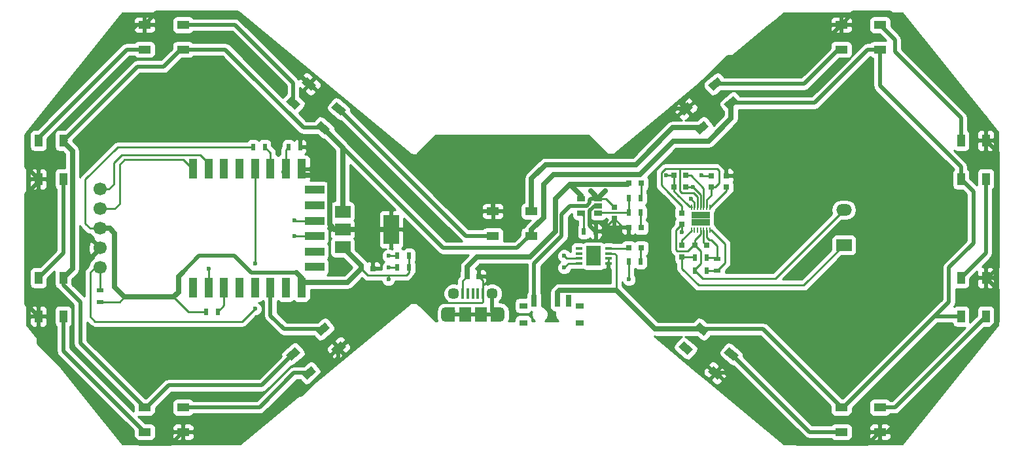
<source format=gtl>
G04 #@! TF.FileFunction,Copper,L1,Top,Signal*
%FSLAX46Y46*%
G04 Gerber Fmt 4.6, Leading zero omitted, Abs format (unit mm)*
G04 Created by KiCad (PCBNEW 4.0.7) date Thursday, August 02, 2018 'PMt' 05:34:58 PM*
%MOMM*%
%LPD*%
G01*
G04 APERTURE LIST*
%ADD10C,0.100000*%
%ADD11R,1.500000X1.900000*%
%ADD12C,1.450000*%
%ADD13R,0.400000X1.350000*%
%ADD14O,1.200000X1.900000*%
%ADD15R,1.200000X1.900000*%
%ADD16R,1.600000X1.000000*%
%ADD17R,1.000000X1.600000*%
%ADD18R,0.700000X1.500000*%
%ADD19R,1.000000X0.800000*%
%ADD20R,2.000000X3.800000*%
%ADD21R,2.000000X1.500000*%
%ADD22C,1.700000*%
%ADD23R,1.100000X2.500000*%
%ADD24R,2.500000X1.100000*%
%ADD25R,0.250000X0.700000*%
%ADD26R,1.175000X0.890000*%
%ADD27R,0.750000X0.800000*%
%ADD28R,0.800000X0.750000*%
%ADD29R,0.800000X0.800000*%
%ADD30O,2.000000X1.500000*%
%ADD31R,0.500000X0.900000*%
%ADD32R,0.900000X0.500000*%
%ADD33R,1.060000X0.650000*%
%ADD34R,0.950000X0.300000*%
%ADD35R,1.900000X2.500000*%
%ADD36C,0.600000*%
%ADD37C,0.254000*%
%ADD38C,0.508000*%
%ADD39C,0.635000*%
%ADD40C,0.500000*%
G04 APERTURE END LIST*
D10*
D11*
X72120000Y-52420000D03*
D12*
X68620000Y-49720000D03*
D13*
X70470000Y-49720000D03*
X69820000Y-49720000D03*
X72420000Y-49720000D03*
X71770000Y-49720000D03*
X71120000Y-49720000D03*
D12*
X73620000Y-49720000D03*
D11*
X70120000Y-52420000D03*
D14*
X67620000Y-52420000D03*
X74620000Y-52420000D03*
D15*
X74020000Y-52420000D03*
X68220000Y-52420000D03*
D10*
G36*
X53452129Y-57665954D02*
X52809342Y-56899910D01*
X54035013Y-55871450D01*
X54677800Y-56637494D01*
X53452129Y-57665954D01*
X53452129Y-57665954D01*
G37*
G36*
X51395209Y-55214612D02*
X50752422Y-54448568D01*
X51978093Y-53420108D01*
X52620880Y-54186152D01*
X51395209Y-55214612D01*
X51395209Y-55214612D01*
G37*
G36*
X49621907Y-60879892D02*
X48979120Y-60113848D01*
X50204791Y-59085388D01*
X50847578Y-59851432D01*
X49621907Y-60879892D01*
X49621907Y-60879892D01*
G37*
G36*
X47564987Y-58428550D02*
X46922200Y-57662506D01*
X48147871Y-56634046D01*
X48790658Y-57400090D01*
X47564987Y-58428550D01*
X47564987Y-58428550D01*
G37*
D16*
X33615000Y-67640000D03*
X33615000Y-64440000D03*
X28615000Y-67640000D03*
X28615000Y-64440000D03*
D17*
X14910000Y-52665000D03*
X18110000Y-52665000D03*
X14910000Y-47665000D03*
X18110000Y-47665000D03*
X14910000Y-34885000D03*
X18110000Y-34885000D03*
X14910000Y-29885000D03*
X18110000Y-29885000D03*
D16*
X28615000Y-14910000D03*
X28615000Y-18110000D03*
X33615000Y-14910000D03*
X33615000Y-18110000D03*
D10*
G36*
X50847578Y-22698568D02*
X50204791Y-23464612D01*
X48979120Y-22436152D01*
X49621907Y-21670108D01*
X50847578Y-22698568D01*
X50847578Y-22698568D01*
G37*
G36*
X48790658Y-25149910D02*
X48147871Y-25915954D01*
X46922200Y-24887494D01*
X47564987Y-24121450D01*
X48790658Y-25149910D01*
X48790658Y-25149910D01*
G37*
G36*
X54677800Y-25912506D02*
X54035013Y-26678550D01*
X52809342Y-25650090D01*
X53452129Y-24884046D01*
X54677800Y-25912506D01*
X54677800Y-25912506D01*
G37*
G36*
X52620880Y-28363848D02*
X51978093Y-29129892D01*
X50752422Y-28101432D01*
X51395209Y-27335388D01*
X52620880Y-28363848D01*
X52620880Y-28363848D01*
G37*
D16*
X73700000Y-39040000D03*
X73700000Y-42240000D03*
X78700000Y-39040000D03*
X78700000Y-42240000D03*
D10*
G36*
X98947871Y-24884046D02*
X99590658Y-25650090D01*
X98364987Y-26678550D01*
X97722200Y-25912506D01*
X98947871Y-24884046D01*
X98947871Y-24884046D01*
G37*
G36*
X101004791Y-27335388D02*
X101647578Y-28101432D01*
X100421907Y-29129892D01*
X99779120Y-28363848D01*
X101004791Y-27335388D01*
X101004791Y-27335388D01*
G37*
G36*
X102778093Y-21670108D02*
X103420880Y-22436152D01*
X102195209Y-23464612D01*
X101552422Y-22698568D01*
X102778093Y-21670108D01*
X102778093Y-21670108D01*
G37*
G36*
X104835013Y-24121450D02*
X105477800Y-24887494D01*
X104252129Y-25915954D01*
X103609342Y-25149910D01*
X104835013Y-24121450D01*
X104835013Y-24121450D01*
G37*
D16*
X118785000Y-14910000D03*
X118785000Y-18110000D03*
X123785000Y-14910000D03*
X123785000Y-18110000D03*
D18*
X79030000Y-50640000D03*
X82030000Y-50640000D03*
X83530000Y-50640000D03*
D19*
X77630000Y-53500000D03*
X84930000Y-53500000D03*
X84930000Y-51290000D03*
X77630000Y-51290000D03*
D17*
X137490000Y-29885000D03*
X134290000Y-29885000D03*
X137490000Y-34885000D03*
X134290000Y-34885000D03*
X137490000Y-47665000D03*
X134290000Y-47665000D03*
X137490000Y-52665000D03*
X134290000Y-52665000D03*
D16*
X123785000Y-67640000D03*
X123785000Y-64440000D03*
X118785000Y-67640000D03*
X118785000Y-64440000D03*
D10*
G36*
X101552422Y-59851432D02*
X102195209Y-59085388D01*
X103420880Y-60113848D01*
X102778093Y-60879892D01*
X101552422Y-59851432D01*
X101552422Y-59851432D01*
G37*
G36*
X103609342Y-57400090D02*
X104252129Y-56634046D01*
X105477800Y-57662506D01*
X104835013Y-58428550D01*
X103609342Y-57400090D01*
X103609342Y-57400090D01*
G37*
G36*
X97722200Y-56637494D02*
X98364987Y-55871450D01*
X99590658Y-56899910D01*
X98947871Y-57665954D01*
X97722200Y-56637494D01*
X97722200Y-56637494D01*
G37*
G36*
X99779120Y-54186152D02*
X100421907Y-53420108D01*
X101647578Y-54448568D01*
X101004791Y-55214612D01*
X99779120Y-54186152D01*
X99779120Y-54186152D01*
G37*
D20*
X60554000Y-41402000D03*
D21*
X54254000Y-41402000D03*
X54254000Y-43702000D03*
X54254000Y-39102000D03*
D22*
X22860000Y-36195000D03*
X22860000Y-38735000D03*
X22860000Y-46355000D03*
D23*
X34925000Y-48960000D03*
X36925000Y-48960000D03*
X38925000Y-48960000D03*
X40925000Y-48960000D03*
X42925000Y-48960000D03*
X44925000Y-48960000D03*
X46925000Y-48960000D03*
X48925000Y-48960000D03*
X48925000Y-33560000D03*
X46925000Y-33560000D03*
X44925000Y-33560000D03*
X42925000Y-33560000D03*
X40925000Y-33560000D03*
X38925000Y-33560000D03*
X36925000Y-33560000D03*
X34925000Y-33560000D03*
D24*
X50625000Y-46270000D03*
X50625000Y-44270000D03*
X50625000Y-42270000D03*
X50625000Y-40270000D03*
X50625000Y-38270000D03*
X50625000Y-36270000D03*
D22*
X22860000Y-41275000D03*
X22860000Y-43815000D03*
D25*
X101784000Y-41480000D03*
X101384000Y-41480000D03*
X100984000Y-41480000D03*
X100584000Y-41480000D03*
X100184000Y-41480000D03*
X99784000Y-41480000D03*
X99784000Y-38530000D03*
X100184000Y-38530000D03*
X100584000Y-38530000D03*
X100984000Y-38530000D03*
X101384000Y-38530000D03*
X101784000Y-38530000D03*
X99384000Y-38530000D03*
X99384000Y-41480000D03*
D26*
X101171500Y-39560000D03*
X101171500Y-40450000D03*
X99996500Y-40450000D03*
X99996500Y-39560000D03*
D27*
X98171000Y-40755000D03*
X98171000Y-39255000D03*
D28*
X58154000Y-46482000D03*
X56654000Y-46482000D03*
X71870000Y-47498000D03*
X70370000Y-47498000D03*
D27*
X89408000Y-39993000D03*
X89408000Y-38493000D03*
X103886000Y-34429000D03*
X103886000Y-35929000D03*
D28*
X97167000Y-34417000D03*
X98667000Y-34417000D03*
X101334000Y-43434000D03*
X99834000Y-43434000D03*
D27*
X98171000Y-43446000D03*
X98171000Y-44946000D03*
D29*
X91275000Y-35433000D03*
X92875000Y-35433000D03*
X92875000Y-41148000D03*
X91275000Y-41148000D03*
D27*
X101981000Y-34429000D03*
X101981000Y-35929000D03*
D28*
X97167000Y-35941000D03*
X98667000Y-35941000D03*
D21*
X119126000Y-43434000D03*
D30*
X119126000Y-38862000D03*
D31*
X36588000Y-52070000D03*
X38088000Y-52070000D03*
X85483000Y-41656000D03*
X86983000Y-41656000D03*
X47256000Y-30734000D03*
X48756000Y-30734000D03*
D32*
X22860000Y-50788000D03*
X22860000Y-49288000D03*
D31*
X42684000Y-30734000D03*
X44184000Y-30734000D03*
X101334000Y-45085000D03*
X99834000Y-45085000D03*
D32*
X102743000Y-46724000D03*
X102743000Y-45224000D03*
D31*
X101334000Y-46736000D03*
X99834000Y-46736000D03*
X62853000Y-44831000D03*
X61353000Y-44831000D03*
X62853000Y-46355000D03*
X61353000Y-46355000D03*
X91325000Y-37338000D03*
X92825000Y-37338000D03*
X91325000Y-39243000D03*
X92825000Y-39243000D03*
D33*
X87333000Y-39304000D03*
X87333000Y-38354000D03*
X87333000Y-37404000D03*
X85133000Y-37404000D03*
X85133000Y-39304000D03*
D29*
X92875000Y-43815000D03*
X91275000Y-43815000D03*
D31*
X92825000Y-45593000D03*
X91325000Y-45593000D03*
D34*
X88641000Y-45806000D03*
X88641000Y-45156000D03*
X88641000Y-44506000D03*
X88641000Y-43856000D03*
X84841000Y-43856000D03*
X84841000Y-44506000D03*
X84841000Y-45156000D03*
X84841000Y-45806000D03*
D35*
X86741000Y-44831000D03*
D36*
X96139000Y-34417000D03*
X97155000Y-31750000D03*
X63119000Y-41402000D03*
X71501000Y-38989000D03*
X88646000Y-46609000D03*
X89408000Y-41275000D03*
X113030000Y-20574000D03*
X51816000Y-32639000D03*
X100711000Y-34417000D03*
X60198000Y-47879000D03*
X91313000Y-47879000D03*
X86360000Y-36449000D03*
X88265000Y-36449000D03*
X42926000Y-51689000D03*
X42926000Y-45847000D03*
X98171000Y-41783000D03*
X99568000Y-35941000D03*
X82931000Y-44831000D03*
X60198000Y-44831000D03*
X48006000Y-40259000D03*
X82931000Y-46355000D03*
X48006000Y-42291000D03*
X60198000Y-46355000D03*
X36957000Y-46482000D03*
X99314000Y-37465000D03*
D37*
X102997000Y-32893000D02*
X101854000Y-31750000D01*
X103886000Y-33782000D02*
X102997000Y-32893000D01*
X103886000Y-34429000D02*
X103886000Y-33782000D01*
X96139000Y-34417000D02*
X97167000Y-34417000D01*
X101854000Y-31750000D02*
X97155000Y-31750000D01*
D38*
X60554000Y-41402000D02*
X63119000Y-41402000D01*
D37*
X88641000Y-45806000D02*
X88641000Y-46604000D01*
X88641000Y-46604000D02*
X88646000Y-46609000D01*
X89408000Y-39993000D02*
X89408000Y-41275000D01*
X59585273Y-50927000D02*
X53743571Y-56768702D01*
X72263000Y-50927000D02*
X59585273Y-50927000D01*
X72420000Y-50770000D02*
X72263000Y-50927000D01*
X72420000Y-49720000D02*
X72420000Y-50770000D01*
D38*
X114554000Y-19050000D02*
X113030000Y-20574000D01*
X104140000Y-19050000D02*
X99949000Y-23241000D01*
X99949000Y-23241000D02*
X98425000Y-24765000D01*
X98425000Y-24765000D02*
X98425000Y-25549869D01*
X98425000Y-25549869D02*
X98656429Y-25781298D01*
X98656429Y-25781298D02*
X97408702Y-25781298D01*
X97408702Y-25781298D02*
X91313000Y-31877000D01*
X91313000Y-31877000D02*
X76327000Y-31877000D01*
X76327000Y-31877000D02*
X73700000Y-34504000D01*
X73700000Y-34504000D02*
X73700000Y-39040000D01*
X51816000Y-34417000D02*
X51816000Y-32639000D01*
D37*
X97675000Y-36969000D02*
X97155000Y-36449000D01*
X98806000Y-38100000D02*
X97675000Y-36969000D01*
X97155000Y-36449000D02*
X97155000Y-35953000D01*
X97155000Y-35953000D02*
X97167000Y-35941000D01*
X97167000Y-35941000D02*
X97167000Y-34417000D01*
D38*
X87333000Y-38354000D02*
X86868000Y-38354000D01*
X86868000Y-38354000D02*
X86233000Y-38989000D01*
X86233000Y-38989000D02*
X86233000Y-40906000D01*
X86233000Y-40906000D02*
X86983000Y-41656000D01*
D37*
X91275000Y-41148000D02*
X90563000Y-41148000D01*
X90563000Y-41148000D02*
X89408000Y-39993000D01*
X86983000Y-41656000D02*
X87745000Y-41656000D01*
X87745000Y-41656000D02*
X89408000Y-39993000D01*
X88641000Y-45156000D02*
X88641000Y-45806000D01*
X98806000Y-38100000D02*
X99187000Y-38481000D01*
X99187000Y-38481000D02*
X99335000Y-38481000D01*
X99335000Y-38481000D02*
X99384000Y-38530000D01*
X98855000Y-38149000D02*
X98806000Y-38100000D01*
X99384000Y-38530000D02*
X99384000Y-38424000D01*
D39*
X52578000Y-35179000D02*
X51816000Y-34417000D01*
X53213000Y-41402000D02*
X52578000Y-40767000D01*
X52578000Y-40767000D02*
X52578000Y-35179000D01*
X54254000Y-41402000D02*
X53213000Y-41402000D01*
X51816000Y-34417000D02*
X49082000Y-34417000D01*
X49082000Y-34417000D02*
X48925000Y-34260000D01*
X54254000Y-41402000D02*
X60554000Y-41402000D01*
D37*
X72420000Y-49720000D02*
X72420000Y-48048000D01*
X72420000Y-48048000D02*
X71870000Y-47498000D01*
D40*
X33615000Y-67640000D02*
X42215000Y-67640000D01*
X42215000Y-67640000D02*
X46990000Y-62865000D01*
X46990000Y-62865000D02*
X48895000Y-62865000D01*
X48895000Y-62865000D02*
X53743571Y-58016429D01*
X53743571Y-58016429D02*
X53743571Y-56768702D01*
X14910000Y-52665000D02*
X14910000Y-56185000D01*
X14910000Y-56185000D02*
X27940000Y-69215000D01*
X27940000Y-69215000D02*
X32040000Y-69215000D01*
X32040000Y-69215000D02*
X33615000Y-67640000D01*
X14910000Y-34885000D02*
X14910000Y-35255000D01*
X14910000Y-35255000D02*
X13335000Y-36830000D01*
X13335000Y-51090000D02*
X14910000Y-52665000D01*
X13335000Y-36830000D02*
X13335000Y-51090000D01*
X28615000Y-14910000D02*
X27635000Y-14910000D01*
X13335000Y-33310000D02*
X14910000Y-34885000D01*
X13335000Y-29210000D02*
X13335000Y-33310000D01*
X27635000Y-14910000D02*
X13335000Y-29210000D01*
X49913349Y-22567360D02*
X49872360Y-22567360D01*
X49872360Y-22567360D02*
X40640000Y-13335000D01*
X30190000Y-13335000D02*
X28615000Y-14910000D01*
X40640000Y-13335000D02*
X30190000Y-13335000D01*
X104140000Y-19050000D02*
X114554000Y-19050000D01*
X114554000Y-19050000D02*
X114645000Y-19050000D01*
X114645000Y-19050000D02*
X118785000Y-14910000D01*
X137490000Y-29885000D02*
X137490000Y-27000000D01*
X120360000Y-13335000D02*
X118785000Y-14910000D01*
X125095000Y-13335000D02*
X120360000Y-13335000D01*
X125730000Y-13970000D02*
X125095000Y-13335000D01*
X125730000Y-15240000D02*
X125730000Y-13970000D01*
X137490000Y-27000000D02*
X125730000Y-15240000D01*
X137490000Y-47665000D02*
X137755000Y-47665000D01*
X137755000Y-47665000D02*
X139065000Y-46355000D01*
X139065000Y-31460000D02*
X137490000Y-29885000D01*
X139065000Y-46355000D02*
X139065000Y-31460000D01*
X123785000Y-67640000D02*
X124765000Y-67640000D01*
X139065000Y-49240000D02*
X137490000Y-47665000D01*
X139065000Y-53340000D02*
X139065000Y-49240000D01*
X124765000Y-67640000D02*
X139065000Y-53340000D01*
X102486651Y-59982640D02*
X103797640Y-59982640D01*
X122210000Y-69215000D02*
X123785000Y-67640000D01*
X113030000Y-69215000D02*
X122210000Y-69215000D01*
X103797640Y-59982640D02*
X113030000Y-69215000D01*
D38*
X48260000Y-46990000D02*
X42418000Y-46990000D01*
X42418000Y-46990000D02*
X40259000Y-44831000D01*
X40259000Y-44831000D02*
X35687000Y-44831000D01*
X35687000Y-44831000D02*
X33528000Y-46990000D01*
D37*
X100723000Y-34429000D02*
X100711000Y-34417000D01*
X101981000Y-34429000D02*
X100723000Y-34429000D01*
X91325000Y-45593000D02*
X91325000Y-47867000D01*
X60198000Y-47879000D02*
X60198000Y-47371000D01*
X91325000Y-47867000D02*
X91313000Y-47879000D01*
X62853000Y-46355000D02*
X62853000Y-47002000D01*
X57543000Y-47371000D02*
X56654000Y-46482000D01*
X62484000Y-47371000D02*
X60198000Y-47371000D01*
X60198000Y-47371000D02*
X57543000Y-47371000D01*
X62853000Y-47002000D02*
X62484000Y-47371000D01*
X62853000Y-44831000D02*
X62853000Y-46355000D01*
X20955000Y-40640000D02*
X20955000Y-34925000D01*
X21590000Y-41275000D02*
X20955000Y-40640000D01*
X22860000Y-41275000D02*
X21590000Y-41275000D01*
X25146000Y-30734000D02*
X41910000Y-30734000D01*
X20955000Y-34925000D02*
X25146000Y-30734000D01*
X34544000Y-52070000D02*
X34290000Y-52070000D01*
X36588000Y-52070000D02*
X34544000Y-52070000D01*
X34290000Y-52070000D02*
X32385000Y-50165000D01*
X24130000Y-50788000D02*
X25412000Y-50788000D01*
X25412000Y-50788000D02*
X26035000Y-50165000D01*
D39*
X33020000Y-47498000D02*
X33020000Y-49530000D01*
X33020000Y-49530000D02*
X32385000Y-50165000D01*
X32385000Y-50165000D02*
X26035000Y-50165000D01*
X48925000Y-48260000D02*
X48925000Y-47655000D01*
X48260000Y-46990000D02*
X48925000Y-47655000D01*
X33020000Y-47498000D02*
X33528000Y-46990000D01*
X24130000Y-41275000D02*
X22860000Y-41275000D01*
X26035000Y-50165000D02*
X24765000Y-48895000D01*
X24765000Y-48895000D02*
X24765000Y-41910000D01*
X24765000Y-41910000D02*
X24130000Y-41275000D01*
X48925000Y-48260000D02*
X54876000Y-48260000D01*
X54876000Y-48260000D02*
X56654000Y-46482000D01*
X56654000Y-46482000D02*
X56654000Y-46102000D01*
X56654000Y-46102000D02*
X54254000Y-43702000D01*
D37*
X41910000Y-30734000D02*
X42684000Y-30734000D01*
X22860000Y-50788000D02*
X24130000Y-50788000D01*
X24130000Y-50788000D02*
X24142000Y-50788000D01*
X41910000Y-30734000D02*
X42084000Y-30734000D01*
D40*
X68620000Y-52020000D02*
X68220000Y-52420000D01*
X68220000Y-52420000D02*
X67620000Y-52420000D01*
X67620000Y-52420000D02*
X70120000Y-52420000D01*
X70120000Y-52420000D02*
X72120000Y-52420000D01*
X72120000Y-52420000D02*
X74020000Y-52420000D01*
X74020000Y-52420000D02*
X73620000Y-52020000D01*
X73620000Y-52020000D02*
X73620000Y-49720000D01*
D37*
X36925000Y-34260000D02*
X36925000Y-32861000D01*
X36925000Y-32861000D02*
X35814000Y-31750000D01*
X35814000Y-31750000D02*
X25654000Y-31750000D01*
X25654000Y-31750000D02*
X24638000Y-32766000D01*
X24638000Y-32766000D02*
X24638000Y-35560000D01*
X24638000Y-35560000D02*
X24003000Y-36195000D01*
X24003000Y-36195000D02*
X22860000Y-36195000D01*
X36925000Y-32480000D02*
X36925000Y-34260000D01*
X34925000Y-34260000D02*
X34925000Y-33655000D01*
X34925000Y-33655000D02*
X33655000Y-32385000D01*
X33655000Y-32385000D02*
X26035000Y-32385000D01*
X26035000Y-32385000D02*
X25400000Y-33020000D01*
X25400000Y-33020000D02*
X25400000Y-38100000D01*
X25400000Y-38100000D02*
X24765000Y-38735000D01*
X24765000Y-38735000D02*
X22860000Y-38735000D01*
X22860000Y-38735000D02*
X22225000Y-38735000D01*
D40*
X33615000Y-64440000D02*
X43510000Y-64440000D01*
X47967360Y-59982640D02*
X49913349Y-59982640D01*
X43510000Y-64440000D02*
X47967360Y-59982640D01*
X18110000Y-52665000D02*
X18110000Y-57135000D01*
X18110000Y-57135000D02*
X28615000Y-67640000D01*
X18110000Y-34885000D02*
X18110000Y-44465000D01*
X18110000Y-44465000D02*
X14910000Y-47665000D01*
X14910000Y-29885000D02*
X14910000Y-29540000D01*
X14910000Y-29540000D02*
X26340000Y-18110000D01*
X26340000Y-18110000D02*
X28615000Y-18110000D01*
X47856429Y-25018702D02*
X47856429Y-22456429D01*
X40310000Y-14910000D02*
X33615000Y-14910000D01*
X47856429Y-22456429D02*
X40310000Y-14910000D01*
X73700000Y-42240000D02*
X70202273Y-42240000D01*
X70202273Y-42240000D02*
X53743571Y-25781298D01*
D39*
X78700000Y-39040000D02*
X78700000Y-34838000D01*
X78700000Y-34838000D02*
X80518000Y-33020000D01*
X80518000Y-33020000D02*
X92202000Y-33020000D01*
X92202000Y-33020000D02*
X96989360Y-28232640D01*
X96989360Y-28232640D02*
X100713349Y-28232640D01*
D40*
X102486651Y-22567360D02*
X113957640Y-22567360D01*
X113957640Y-22567360D02*
X114935000Y-21590000D01*
X118785000Y-18110000D02*
X118415000Y-18110000D01*
X118415000Y-18110000D02*
X114935000Y-21590000D01*
X114935000Y-21590000D02*
X114592640Y-21932360D01*
X134290000Y-29885000D02*
X134290000Y-26975000D01*
X125730000Y-16855000D02*
X123785000Y-14910000D01*
X125730000Y-18415000D02*
X125730000Y-16855000D01*
X134290000Y-26975000D02*
X125730000Y-18415000D01*
X137490000Y-40945000D02*
X137490000Y-44465000D01*
X137490000Y-34885000D02*
X137490000Y-40945000D01*
X137490000Y-44465000D02*
X134290000Y-47665000D01*
X123785000Y-64440000D02*
X125715000Y-64440000D01*
X125715000Y-64440000D02*
X137490000Y-52665000D01*
X118785000Y-67640000D02*
X114652273Y-67640000D01*
X114652273Y-67640000D02*
X104543571Y-57531298D01*
D37*
X85483000Y-41656000D02*
X85483000Y-39654000D01*
X85483000Y-39654000D02*
X85133000Y-39304000D01*
D39*
X85133000Y-37404000D02*
X85133000Y-37000000D01*
X85133000Y-37000000D02*
X83693000Y-35560000D01*
X83119000Y-36134000D02*
X83693000Y-35560000D01*
X71628000Y-44958000D02*
X78486000Y-44958000D01*
X70370000Y-47498000D02*
X70370000Y-46216000D01*
X70370000Y-46216000D02*
X71628000Y-44958000D01*
X81788000Y-41656000D02*
X78486000Y-44958000D01*
X81788000Y-39116000D02*
X81788000Y-37465000D01*
X81788000Y-37465000D02*
X83119000Y-36134000D01*
X81788000Y-39116000D02*
X81788000Y-41656000D01*
X83693000Y-35560000D02*
X91148000Y-35560000D01*
X91148000Y-35560000D02*
X91275000Y-35433000D01*
D37*
X69820000Y-49720000D02*
X69820000Y-48048000D01*
X69820000Y-48048000D02*
X70370000Y-47498000D01*
D39*
X87333000Y-37404000D02*
X87315000Y-37404000D01*
X87315000Y-37404000D02*
X86360000Y-36449000D01*
X88265000Y-36449000D02*
X87333000Y-37381000D01*
X87333000Y-37381000D02*
X87333000Y-37404000D01*
D38*
X82613500Y-39433500D02*
X83566000Y-38481000D01*
X79030000Y-50640000D02*
X79030000Y-47208000D01*
X79030000Y-45847000D02*
X79030000Y-47208000D01*
X82613500Y-42227500D02*
X82613500Y-39433500D01*
X79030000Y-45811000D02*
X82613500Y-42227500D01*
X79030000Y-45847000D02*
X79030000Y-45811000D01*
X86421000Y-37404000D02*
X87333000Y-37404000D01*
X86233000Y-37592000D02*
X86421000Y-37404000D01*
X86233000Y-37973000D02*
X86233000Y-37592000D01*
X85852000Y-38354000D02*
X86233000Y-37973000D01*
X83693000Y-38354000D02*
X85852000Y-38354000D01*
X83566000Y-38481000D02*
X83693000Y-38354000D01*
D37*
X87333000Y-37404000D02*
X88319000Y-37404000D01*
X88319000Y-37404000D02*
X89408000Y-38493000D01*
X91325000Y-39243000D02*
X87394000Y-39243000D01*
X87394000Y-39243000D02*
X87333000Y-39304000D01*
X91325000Y-37338000D02*
X91325000Y-39243000D01*
X92875000Y-35433000D02*
X92875000Y-37288000D01*
X92875000Y-37288000D02*
X92825000Y-37338000D01*
X92825000Y-39243000D02*
X92825000Y-41098000D01*
X92825000Y-41098000D02*
X92875000Y-41148000D01*
D39*
X81534000Y-34290000D02*
X92710000Y-34290000D01*
X104543571Y-25018702D02*
X104543571Y-27028429D01*
X80264000Y-35560000D02*
X81534000Y-34290000D01*
X80264000Y-39878000D02*
X80264000Y-35560000D01*
X78700000Y-41442000D02*
X80264000Y-39878000D01*
X78700000Y-41442000D02*
X78700000Y-42240000D01*
X101600000Y-29972000D02*
X104543571Y-27028429D01*
X97028000Y-29972000D02*
X101600000Y-29972000D01*
X92710000Y-34290000D02*
X97028000Y-29972000D01*
D37*
X88641000Y-44506000D02*
X89464000Y-44506000D01*
X89662000Y-44704000D02*
X89662000Y-49276000D01*
X89464000Y-44506000D02*
X89662000Y-44704000D01*
D39*
X51686651Y-28232640D02*
X54102000Y-30647989D01*
X18110000Y-29885000D02*
X18110000Y-30048000D01*
X18110000Y-30048000D02*
X19304000Y-31242000D01*
X19304000Y-31242000D02*
X19304000Y-46471000D01*
X19304000Y-46471000D02*
X18110000Y-47665000D01*
X82030000Y-50640000D02*
X82030000Y-49542000D01*
X82030000Y-49542000D02*
X82296000Y-49276000D01*
X82296000Y-49276000D02*
X89662000Y-49276000D01*
X89662000Y-49276000D02*
X94703360Y-54317360D01*
X94703360Y-54317360D02*
X100713349Y-54317360D01*
X78700000Y-42240000D02*
X78700000Y-42204000D01*
X54254000Y-39102000D02*
X54254000Y-30799989D01*
D40*
X18110000Y-47665000D02*
X18375000Y-47665000D01*
X104543571Y-25018702D02*
X115316298Y-25018702D01*
X115316298Y-25018702D02*
X116205000Y-24130000D01*
X130810000Y-52705000D02*
X132715000Y-50800000D01*
X135890000Y-36485000D02*
X134290000Y-34885000D01*
X135890000Y-43180000D02*
X135890000Y-36485000D01*
X132715000Y-46355000D02*
X135890000Y-43180000D01*
X132715000Y-50800000D02*
X132715000Y-46355000D01*
X47507727Y-57880000D02*
X47856429Y-57531298D01*
X28615000Y-64440000D02*
X28905000Y-64440000D01*
X28905000Y-64440000D02*
X31750000Y-61595000D01*
X31750000Y-61595000D02*
X39370000Y-61595000D01*
X43792727Y-61595000D02*
X47856429Y-57531298D01*
X39370000Y-61595000D02*
X43792727Y-61595000D01*
X18110000Y-47665000D02*
X18110000Y-48590000D01*
X20320000Y-56145000D02*
X28615000Y-64440000D01*
X20320000Y-50800000D02*
X20320000Y-56145000D01*
X18110000Y-48590000D02*
X20320000Y-50800000D01*
X18110000Y-29885000D02*
X18455000Y-29885000D01*
X33615000Y-18110000D02*
X33325000Y-18110000D01*
X33325000Y-18110000D02*
X31115000Y-20320000D01*
X27675000Y-20320000D02*
X18110000Y-29885000D01*
X31115000Y-20320000D02*
X27675000Y-20320000D01*
X51686651Y-28232640D02*
X49187640Y-28232640D01*
X49187640Y-28232640D02*
X40957500Y-20002500D01*
X40957500Y-20002500D02*
X39065000Y-18110000D01*
X39065000Y-18110000D02*
X33615000Y-18110000D01*
X78700000Y-42240000D02*
X78410000Y-42240000D01*
X78410000Y-42240000D02*
X76835000Y-43815000D01*
X76835000Y-43815000D02*
X67269011Y-43815000D01*
X67269011Y-43815000D02*
X54102000Y-30647989D01*
X123785000Y-18110000D02*
X122225000Y-18110000D01*
X122225000Y-18110000D02*
X116205000Y-24130000D01*
X116205000Y-24130000D02*
X115951298Y-24383702D01*
X134290000Y-34885000D02*
X134290000Y-33325000D01*
X134290000Y-33325000D02*
X123785000Y-22820000D01*
X123785000Y-22820000D02*
X123785000Y-18110000D01*
X118785000Y-64440000D02*
X119075000Y-64440000D01*
X119075000Y-64440000D02*
X130810000Y-52705000D01*
X130810000Y-52705000D02*
X130850000Y-52665000D01*
X130850000Y-52665000D02*
X134290000Y-52665000D01*
X100713349Y-54317360D02*
X108585000Y-54317360D01*
X108585000Y-54317360D02*
X108662360Y-54317360D01*
X108662360Y-54317360D02*
X118785000Y-64440000D01*
D37*
X42925000Y-34260000D02*
X42925000Y-45846000D01*
X22225000Y-53340000D02*
X27940000Y-53340000D01*
X21590000Y-52705000D02*
X22225000Y-53340000D01*
X21590000Y-46990000D02*
X21590000Y-52705000D01*
X21590000Y-46990000D02*
X22225000Y-46355000D01*
X27940000Y-53340000D02*
X41275000Y-53340000D01*
X42926000Y-51689000D02*
X41275000Y-53340000D01*
X42925000Y-45846000D02*
X42926000Y-45847000D01*
X22860000Y-49288000D02*
X22860000Y-46355000D01*
X22860000Y-46355000D02*
X22225000Y-46355000D01*
D40*
X42925000Y-34260000D02*
X42925000Y-32765000D01*
X51686651Y-54317360D02*
X46697360Y-54317360D01*
X44925000Y-52545000D02*
X44925000Y-48260000D01*
X46697360Y-54317360D02*
X44925000Y-52545000D01*
D37*
X38088000Y-52070000D02*
X38100000Y-52070000D01*
X38100000Y-52070000D02*
X38925000Y-51245000D01*
X38925000Y-51245000D02*
X38925000Y-48260000D01*
D39*
X38688000Y-48497000D02*
X38925000Y-48260000D01*
D40*
X38735000Y-48450000D02*
X38925000Y-48260000D01*
D37*
X46925000Y-34260000D02*
X46925000Y-31065000D01*
X46925000Y-31065000D02*
X47256000Y-30734000D01*
D39*
X46656000Y-33991000D02*
X46925000Y-34260000D01*
D37*
X44925000Y-34260000D02*
X44925000Y-31475000D01*
X44925000Y-31475000D02*
X44184000Y-30734000D01*
D39*
X44784000Y-34119000D02*
X44925000Y-34260000D01*
D40*
X44925000Y-34260000D02*
X44925000Y-32860000D01*
D37*
X96647000Y-33528000D02*
X96012000Y-33528000D01*
X98171000Y-38354000D02*
X96901000Y-37084000D01*
X98171000Y-38735000D02*
X98171000Y-38354000D01*
X96393000Y-36576000D02*
X96901000Y-37084000D01*
X96774000Y-33528000D02*
X96647000Y-33528000D01*
X97663000Y-33528000D02*
X96774000Y-33528000D01*
X98171000Y-39255000D02*
X98171000Y-38735000D01*
X97663000Y-33528000D02*
X97917000Y-33528000D01*
X95504000Y-35687000D02*
X96393000Y-36576000D01*
X95504000Y-34036000D02*
X95504000Y-35687000D01*
X96012000Y-33528000D02*
X95504000Y-34036000D01*
X97917000Y-33528000D02*
X97917000Y-33782000D01*
X97917000Y-36449000D02*
X97917000Y-33782000D01*
X98171000Y-36703000D02*
X97917000Y-36449000D01*
X99695000Y-36703000D02*
X98171000Y-36703000D01*
X100184000Y-37192000D02*
X99695000Y-36703000D01*
X100184000Y-37192000D02*
X100184000Y-38530000D01*
X101981000Y-35929000D02*
X102501000Y-35929000D01*
X102743000Y-33528000D02*
X97917000Y-33528000D01*
X102997000Y-33782000D02*
X102743000Y-33528000D01*
X102997000Y-35433000D02*
X102997000Y-33782000D01*
X102501000Y-35929000D02*
X102997000Y-35433000D01*
X101854000Y-37084000D02*
X101981000Y-36957000D01*
X101981000Y-36957000D02*
X101981000Y-35929000D01*
X101384000Y-38530000D02*
X101384000Y-37554000D01*
X101384000Y-37554000D02*
X101854000Y-37084000D01*
X100844000Y-47746000D02*
X110242000Y-47746000D01*
X110242000Y-47746000D02*
X119126000Y-38862000D01*
X98171000Y-41783000D02*
X98171000Y-40755000D01*
X100584000Y-38530000D02*
X100584000Y-36957000D01*
X99568000Y-35941000D02*
X98667000Y-35941000D01*
X100584000Y-36957000D02*
X99568000Y-35941000D01*
X98679000Y-35941000D02*
X98667000Y-35941000D01*
X119126000Y-38862000D02*
X118872000Y-38862000D01*
X100850000Y-47752000D02*
X100844000Y-47746000D01*
X100844000Y-47746000D02*
X99834000Y-46736000D01*
X99834000Y-43434000D02*
X99695000Y-43434000D01*
X99695000Y-43434000D02*
X98933000Y-44196000D01*
X97409000Y-41517000D02*
X98171000Y-40755000D01*
X97409000Y-44069000D02*
X97409000Y-41517000D01*
X97536000Y-44196000D02*
X97409000Y-44069000D01*
X98933000Y-44196000D02*
X97536000Y-44196000D01*
X99834000Y-43434000D02*
X99822000Y-43434000D01*
X99834000Y-46736000D02*
X99834000Y-46597000D01*
X99834000Y-46597000D02*
X100584000Y-45847000D01*
X100584000Y-45847000D02*
X100584000Y-44184000D01*
X100584000Y-44184000D02*
X99834000Y-43434000D01*
X100584000Y-41480000D02*
X100584000Y-42037000D01*
X99834000Y-42787000D02*
X99834000Y-43434000D01*
X100584000Y-42037000D02*
X99834000Y-42787000D01*
X103378000Y-36957000D02*
X103759000Y-36576000D01*
X102235000Y-38100000D02*
X103378000Y-36957000D01*
X103886000Y-36449000D02*
X103886000Y-35929000D01*
X103759000Y-36576000D02*
X103886000Y-36449000D01*
X102235000Y-38100000D02*
X102214000Y-38100000D01*
X102214000Y-38100000D02*
X101784000Y-38530000D01*
X102186000Y-38149000D02*
X102235000Y-38100000D01*
X100984000Y-38530000D02*
X100984000Y-36087000D01*
X99314000Y-34417000D02*
X98667000Y-34417000D01*
X100984000Y-36087000D02*
X99314000Y-34417000D01*
X100984000Y-41480000D02*
X100984000Y-43084000D01*
X100984000Y-43084000D02*
X101334000Y-43434000D01*
X100330000Y-48641000D02*
X113919000Y-48641000D01*
X113919000Y-48641000D02*
X119126000Y-43434000D01*
X98171000Y-44946000D02*
X98171000Y-46482000D01*
X98171000Y-46482000D02*
X100330000Y-48641000D01*
X98171000Y-44946000D02*
X99695000Y-44946000D01*
X99695000Y-44946000D02*
X99834000Y-45085000D01*
X99384000Y-41480000D02*
X99384000Y-41586000D01*
X99384000Y-41586000D02*
X98171000Y-42799000D01*
X98171000Y-42799000D02*
X98171000Y-43446000D01*
X101384000Y-41480000D02*
X101384000Y-42456000D01*
X102743000Y-43561000D02*
X102743000Y-45224000D01*
X101981000Y-42799000D02*
X102743000Y-43561000D01*
X101727000Y-42799000D02*
X101981000Y-42799000D01*
X101384000Y-42456000D02*
X101727000Y-42799000D01*
X101334000Y-45085000D02*
X102604000Y-45085000D01*
X102604000Y-45085000D02*
X102743000Y-45224000D01*
X101784000Y-41480000D02*
X101932000Y-41480000D01*
X103759000Y-45708000D02*
X102743000Y-46724000D01*
X103759000Y-43307000D02*
X103759000Y-45708000D01*
X101932000Y-41480000D02*
X103759000Y-43307000D01*
X101334000Y-46736000D02*
X102731000Y-46736000D01*
X102731000Y-46736000D02*
X102743000Y-46724000D01*
X84841000Y-45156000D02*
X83256000Y-45156000D01*
X83256000Y-45156000D02*
X82931000Y-44831000D01*
X49925000Y-40270000D02*
X48017000Y-40270000D01*
X60198000Y-44831000D02*
X61353000Y-44831000D01*
X48017000Y-40270000D02*
X48006000Y-40259000D01*
X84841000Y-45806000D02*
X83480000Y-45806000D01*
X83480000Y-45806000D02*
X82931000Y-46355000D01*
X48027000Y-42270000D02*
X48006000Y-42291000D01*
X48027000Y-42270000D02*
X49925000Y-42270000D01*
X60198000Y-46355000D02*
X61353000Y-46355000D01*
X36957000Y-46482000D02*
X36925000Y-46514000D01*
X36925000Y-46514000D02*
X36925000Y-48260000D01*
X99784000Y-38530000D02*
X99784000Y-37935000D01*
X99784000Y-37935000D02*
X99314000Y-37465000D01*
X92825000Y-45593000D02*
X92825000Y-43865000D01*
X92825000Y-43865000D02*
X92875000Y-43815000D01*
X88641000Y-43856000D02*
X91234000Y-43856000D01*
X91234000Y-43856000D02*
X91275000Y-43815000D01*
G36*
X63062958Y-31642465D02*
X63152876Y-31691071D01*
X63237862Y-31747857D01*
X63269607Y-31754171D01*
X63298078Y-31769562D01*
X63399746Y-31780058D01*
X63500000Y-31800000D01*
X63531745Y-31793685D01*
X63563938Y-31797009D01*
X63661887Y-31767798D01*
X63762138Y-31747857D01*
X63789049Y-31729876D01*
X63820065Y-31720626D01*
X63899381Y-31656154D01*
X63984368Y-31599368D01*
X66323736Y-29260000D01*
X86076264Y-29260000D01*
X88415632Y-31599368D01*
X88500619Y-31656154D01*
X88579935Y-31720626D01*
X88610951Y-31729876D01*
X88637862Y-31747857D01*
X88738109Y-31767797D01*
X88836062Y-31797009D01*
X88868258Y-31793685D01*
X88900000Y-31799999D01*
X89000247Y-31780059D01*
X89101922Y-31769562D01*
X89130394Y-31754171D01*
X89162138Y-31747857D01*
X89247124Y-31691071D01*
X89337042Y-31642465D01*
X96167443Y-25982990D01*
X97078607Y-25982990D01*
X97154571Y-26223917D01*
X97316951Y-26417434D01*
X97373479Y-26484801D01*
X97597131Y-26504368D01*
X98440195Y-25796952D01*
X98835351Y-25796952D01*
X99381238Y-26447515D01*
X99604890Y-26467082D01*
X100095587Y-26055338D01*
X100212233Y-25831263D01*
X100234251Y-25579606D01*
X100158287Y-25338679D01*
X99995907Y-25145162D01*
X99939379Y-25077795D01*
X99715727Y-25058228D01*
X98835351Y-25796952D01*
X98440195Y-25796952D01*
X98477507Y-25765644D01*
X97931620Y-25115081D01*
X97707968Y-25095514D01*
X97217271Y-25507258D01*
X97100625Y-25731333D01*
X97078607Y-25982990D01*
X96167443Y-25982990D01*
X97411966Y-24951813D01*
X98126195Y-24951813D01*
X98672083Y-25602376D01*
X99552459Y-24863653D01*
X99572026Y-24640001D01*
X99515499Y-24572634D01*
X99353118Y-24379116D01*
X99129043Y-24262470D01*
X98877385Y-24240454D01*
X98636459Y-24316418D01*
X98145762Y-24728161D01*
X98126195Y-24951813D01*
X97411966Y-24951813D01*
X109186525Y-15195750D01*
X117350000Y-15195750D01*
X117350000Y-15536310D01*
X117446673Y-15769699D01*
X117625302Y-15948327D01*
X117858691Y-16045000D01*
X118499250Y-16045000D01*
X118658000Y-15886250D01*
X118658000Y-15037000D01*
X118912000Y-15037000D01*
X118912000Y-15886250D01*
X119070750Y-16045000D01*
X119711309Y-16045000D01*
X119944698Y-15948327D01*
X120123327Y-15769699D01*
X120220000Y-15536310D01*
X120220000Y-15195750D01*
X120061250Y-15037000D01*
X118912000Y-15037000D01*
X118658000Y-15037000D01*
X117508750Y-15037000D01*
X117350000Y-15195750D01*
X109186525Y-15195750D01*
X110287287Y-14283690D01*
X117350000Y-14283690D01*
X117350000Y-14624250D01*
X117508750Y-14783000D01*
X118658000Y-14783000D01*
X118658000Y-13933750D01*
X118912000Y-13933750D01*
X118912000Y-14783000D01*
X120061250Y-14783000D01*
X120220000Y-14624250D01*
X120220000Y-14283690D01*
X120123327Y-14050301D01*
X119944698Y-13871673D01*
X119711309Y-13775000D01*
X119070750Y-13775000D01*
X118912000Y-13933750D01*
X118658000Y-13933750D01*
X118499250Y-13775000D01*
X117858691Y-13775000D01*
X117625302Y-13871673D01*
X117446673Y-14050301D01*
X117350000Y-14283690D01*
X110287287Y-14283690D01*
X111371914Y-13385000D01*
X126670772Y-13385000D01*
X139015000Y-28815285D01*
X139015000Y-53734715D01*
X126670772Y-69165000D01*
X111371914Y-69165000D01*
X101290859Y-60812125D01*
X101956417Y-60812125D01*
X101975984Y-61035777D01*
X102466681Y-61447520D01*
X102707607Y-61523484D01*
X102959265Y-61501468D01*
X103183340Y-61384822D01*
X103345721Y-61191304D01*
X103402248Y-61123937D01*
X103382681Y-60900285D01*
X102502305Y-60161562D01*
X101956417Y-60812125D01*
X101290859Y-60812125D01*
X100046335Y-59780948D01*
X100908829Y-59780948D01*
X100930847Y-60032605D01*
X101047493Y-60256680D01*
X101538190Y-60668424D01*
X101761842Y-60648857D01*
X102307729Y-59998294D01*
X102270418Y-59966986D01*
X102665573Y-59966986D01*
X103545949Y-60705710D01*
X103769601Y-60686143D01*
X103826129Y-60618776D01*
X103988509Y-60425259D01*
X104064473Y-60184332D01*
X104042455Y-59932675D01*
X103925809Y-59708600D01*
X103435112Y-59296856D01*
X103211460Y-59316423D01*
X102665573Y-59966986D01*
X102270418Y-59966986D01*
X101427353Y-59259570D01*
X101203701Y-59279137D01*
X101147173Y-59346504D01*
X100984793Y-59540021D01*
X100908829Y-59780948D01*
X100046335Y-59780948D01*
X98912329Y-58841343D01*
X101571054Y-58841343D01*
X101590621Y-59064995D01*
X102470997Y-59803718D01*
X103016885Y-59153155D01*
X102997318Y-58929503D01*
X102506621Y-58517760D01*
X102265695Y-58441796D01*
X102014037Y-58463812D01*
X101789962Y-58580458D01*
X101627581Y-58773976D01*
X101571054Y-58841343D01*
X98912329Y-58841343D01*
X94569871Y-55243307D01*
X94703360Y-55269860D01*
X98160107Y-55269860D01*
X98070006Y-55295112D01*
X97869019Y-55455284D01*
X97226232Y-56221328D01*
X97108892Y-56430052D01*
X97076506Y-56685007D01*
X97145862Y-56932475D01*
X97306034Y-57133462D01*
X98531705Y-58161922D01*
X98740429Y-58279262D01*
X98995384Y-58311648D01*
X99242852Y-58242292D01*
X99443839Y-58082120D01*
X99976261Y-57447603D01*
X102963648Y-57447603D01*
X103033004Y-57695071D01*
X103193176Y-57896058D01*
X104418847Y-58924518D01*
X104627571Y-59041858D01*
X104828012Y-59067319D01*
X114026481Y-68265787D01*
X114026483Y-68265790D01*
X114313598Y-68457633D01*
X114652273Y-68525000D01*
X117478156Y-68525000D01*
X117520910Y-68591441D01*
X117733110Y-68736431D01*
X117985000Y-68787440D01*
X119585000Y-68787440D01*
X119820317Y-68743162D01*
X120036441Y-68604090D01*
X120181431Y-68391890D01*
X120232440Y-68140000D01*
X120232440Y-67925750D01*
X122350000Y-67925750D01*
X122350000Y-68266310D01*
X122446673Y-68499699D01*
X122625302Y-68678327D01*
X122858691Y-68775000D01*
X123499250Y-68775000D01*
X123658000Y-68616250D01*
X123658000Y-67767000D01*
X123912000Y-67767000D01*
X123912000Y-68616250D01*
X124070750Y-68775000D01*
X124711309Y-68775000D01*
X124944698Y-68678327D01*
X125123327Y-68499699D01*
X125220000Y-68266310D01*
X125220000Y-67925750D01*
X125061250Y-67767000D01*
X123912000Y-67767000D01*
X123658000Y-67767000D01*
X122508750Y-67767000D01*
X122350000Y-67925750D01*
X120232440Y-67925750D01*
X120232440Y-67140000D01*
X120208674Y-67013690D01*
X122350000Y-67013690D01*
X122350000Y-67354250D01*
X122508750Y-67513000D01*
X123658000Y-67513000D01*
X123658000Y-66663750D01*
X123912000Y-66663750D01*
X123912000Y-67513000D01*
X125061250Y-67513000D01*
X125220000Y-67354250D01*
X125220000Y-67013690D01*
X125123327Y-66780301D01*
X124944698Y-66601673D01*
X124711309Y-66505000D01*
X124070750Y-66505000D01*
X123912000Y-66663750D01*
X123658000Y-66663750D01*
X123499250Y-66505000D01*
X122858691Y-66505000D01*
X122625302Y-66601673D01*
X122446673Y-66780301D01*
X122350000Y-67013690D01*
X120208674Y-67013690D01*
X120188162Y-66904683D01*
X120049090Y-66688559D01*
X119836890Y-66543569D01*
X119585000Y-66492560D01*
X117985000Y-66492560D01*
X117749683Y-66536838D01*
X117533559Y-66675910D01*
X117479519Y-66755000D01*
X115018852Y-66755000D01*
X106095920Y-57832067D01*
X106123494Y-57614993D01*
X106054138Y-57367525D01*
X105893966Y-57166538D01*
X104668295Y-56138078D01*
X104459571Y-56020738D01*
X104204616Y-55988352D01*
X103957148Y-56057708D01*
X103756161Y-56217880D01*
X103113374Y-56983924D01*
X102996034Y-57192648D01*
X102963648Y-57447603D01*
X99976261Y-57447603D01*
X100086626Y-57316076D01*
X100203966Y-57107352D01*
X100236352Y-56852397D01*
X100166996Y-56604929D01*
X100006824Y-56403942D01*
X98781153Y-55375482D01*
X98593273Y-55269860D01*
X100063395Y-55269860D01*
X100588625Y-55710580D01*
X100797349Y-55827920D01*
X101052304Y-55860306D01*
X101299772Y-55790950D01*
X101500759Y-55630778D01*
X101860244Y-55202360D01*
X108295780Y-55202360D01*
X117337560Y-64244139D01*
X117337560Y-64940000D01*
X117381838Y-65175317D01*
X117520910Y-65391441D01*
X117733110Y-65536431D01*
X117985000Y-65587440D01*
X119585000Y-65587440D01*
X119820317Y-65543162D01*
X120036441Y-65404090D01*
X120181431Y-65191890D01*
X120232440Y-64940000D01*
X120232440Y-64534140D01*
X131216579Y-53550000D01*
X133158554Y-53550000D01*
X133186838Y-53700317D01*
X133325910Y-53916441D01*
X133538110Y-54061431D01*
X133790000Y-54112440D01*
X134790000Y-54112440D01*
X134791208Y-54112213D01*
X125348420Y-63555000D01*
X125091844Y-63555000D01*
X125049090Y-63488559D01*
X124836890Y-63343569D01*
X124585000Y-63292560D01*
X122985000Y-63292560D01*
X122749683Y-63336838D01*
X122533559Y-63475910D01*
X122388569Y-63688110D01*
X122337560Y-63940000D01*
X122337560Y-64940000D01*
X122381838Y-65175317D01*
X122520910Y-65391441D01*
X122733110Y-65536431D01*
X122985000Y-65587440D01*
X124585000Y-65587440D01*
X124820317Y-65543162D01*
X125036441Y-65404090D01*
X125090481Y-65325000D01*
X125714995Y-65325000D01*
X125715000Y-65325001D01*
X125997484Y-65268810D01*
X126053675Y-65257633D01*
X126340790Y-65065790D01*
X126340791Y-65065789D01*
X137294139Y-54112440D01*
X137990000Y-54112440D01*
X138225317Y-54068162D01*
X138441441Y-53929090D01*
X138586431Y-53716890D01*
X138637440Y-53465000D01*
X138637440Y-51865000D01*
X138593162Y-51629683D01*
X138454090Y-51413559D01*
X138241890Y-51268569D01*
X137990000Y-51217560D01*
X136990000Y-51217560D01*
X136754683Y-51261838D01*
X136538559Y-51400910D01*
X136393569Y-51613110D01*
X136342560Y-51865000D01*
X136342560Y-52560861D01*
X135437191Y-53466230D01*
X135437440Y-53465000D01*
X135437440Y-51865000D01*
X135393162Y-51629683D01*
X135254090Y-51413559D01*
X135041890Y-51268569D01*
X134790000Y-51217560D01*
X133790000Y-51217560D01*
X133554683Y-51261838D01*
X133371636Y-51379626D01*
X133532633Y-51138675D01*
X133551267Y-51044995D01*
X133600001Y-50800000D01*
X133600000Y-50799995D01*
X133600000Y-49073964D01*
X133790000Y-49112440D01*
X134790000Y-49112440D01*
X135025317Y-49068162D01*
X135241441Y-48929090D01*
X135386431Y-48716890D01*
X135437440Y-48465000D01*
X135437440Y-47950750D01*
X136355000Y-47950750D01*
X136355000Y-48591309D01*
X136451673Y-48824698D01*
X136630301Y-49003327D01*
X136863690Y-49100000D01*
X137204250Y-49100000D01*
X137363000Y-48941250D01*
X137363000Y-47792000D01*
X137617000Y-47792000D01*
X137617000Y-48941250D01*
X137775750Y-49100000D01*
X138116310Y-49100000D01*
X138349699Y-49003327D01*
X138528327Y-48824698D01*
X138625000Y-48591309D01*
X138625000Y-47950750D01*
X138466250Y-47792000D01*
X137617000Y-47792000D01*
X137363000Y-47792000D01*
X136513750Y-47792000D01*
X136355000Y-47950750D01*
X135437440Y-47950750D01*
X135437440Y-47769140D01*
X136355000Y-46851580D01*
X136355000Y-47379250D01*
X136513750Y-47538000D01*
X137363000Y-47538000D01*
X137363000Y-46388750D01*
X137617000Y-46388750D01*
X137617000Y-47538000D01*
X138466250Y-47538000D01*
X138625000Y-47379250D01*
X138625000Y-46738691D01*
X138528327Y-46505302D01*
X138349699Y-46326673D01*
X138116310Y-46230000D01*
X137775750Y-46230000D01*
X137617000Y-46388750D01*
X137363000Y-46388750D01*
X137204250Y-46230000D01*
X136976579Y-46230000D01*
X138115787Y-45090792D01*
X138115790Y-45090790D01*
X138307633Y-44803675D01*
X138375000Y-44465000D01*
X138375000Y-36191844D01*
X138441441Y-36149090D01*
X138586431Y-35936890D01*
X138637440Y-35685000D01*
X138637440Y-34085000D01*
X138593162Y-33849683D01*
X138454090Y-33633559D01*
X138241890Y-33488569D01*
X137990000Y-33437560D01*
X136990000Y-33437560D01*
X136754683Y-33481838D01*
X136538559Y-33620910D01*
X136393569Y-33833110D01*
X136342560Y-34085000D01*
X136342560Y-35685000D01*
X136342787Y-35686208D01*
X135437440Y-34780860D01*
X135437440Y-34085000D01*
X135393162Y-33849683D01*
X135254090Y-33633559D01*
X135175000Y-33579519D01*
X135175000Y-33325000D01*
X135107633Y-32986325D01*
X134915790Y-32699210D01*
X134915787Y-32699208D01*
X133411504Y-31194925D01*
X133538110Y-31281431D01*
X133790000Y-31332440D01*
X134790000Y-31332440D01*
X135025317Y-31288162D01*
X135241441Y-31149090D01*
X135386431Y-30936890D01*
X135437440Y-30685000D01*
X135437440Y-30170750D01*
X136355000Y-30170750D01*
X136355000Y-30811309D01*
X136451673Y-31044698D01*
X136630301Y-31223327D01*
X136863690Y-31320000D01*
X137204250Y-31320000D01*
X137363000Y-31161250D01*
X137363000Y-30012000D01*
X137617000Y-30012000D01*
X137617000Y-31161250D01*
X137775750Y-31320000D01*
X138116310Y-31320000D01*
X138349699Y-31223327D01*
X138528327Y-31044698D01*
X138625000Y-30811309D01*
X138625000Y-30170750D01*
X138466250Y-30012000D01*
X137617000Y-30012000D01*
X137363000Y-30012000D01*
X136513750Y-30012000D01*
X136355000Y-30170750D01*
X135437440Y-30170750D01*
X135437440Y-29085000D01*
X135413674Y-28958691D01*
X136355000Y-28958691D01*
X136355000Y-29599250D01*
X136513750Y-29758000D01*
X137363000Y-29758000D01*
X137363000Y-28608750D01*
X137617000Y-28608750D01*
X137617000Y-29758000D01*
X138466250Y-29758000D01*
X138625000Y-29599250D01*
X138625000Y-28958691D01*
X138528327Y-28725302D01*
X138349699Y-28546673D01*
X138116310Y-28450000D01*
X137775750Y-28450000D01*
X137617000Y-28608750D01*
X137363000Y-28608750D01*
X137204250Y-28450000D01*
X136863690Y-28450000D01*
X136630301Y-28546673D01*
X136451673Y-28725302D01*
X136355000Y-28958691D01*
X135413674Y-28958691D01*
X135393162Y-28849683D01*
X135254090Y-28633559D01*
X135175000Y-28579519D01*
X135175000Y-26975005D01*
X135175001Y-26975000D01*
X135107633Y-26636325D01*
X135090566Y-26610783D01*
X134915790Y-26349210D01*
X134915787Y-26349208D01*
X126615000Y-18048420D01*
X126615000Y-16855000D01*
X126547633Y-16516325D01*
X126355790Y-16229210D01*
X126355787Y-16229208D01*
X125232440Y-15105860D01*
X125232440Y-14410000D01*
X125188162Y-14174683D01*
X125049090Y-13958559D01*
X124836890Y-13813569D01*
X124585000Y-13762560D01*
X122985000Y-13762560D01*
X122749683Y-13806838D01*
X122533559Y-13945910D01*
X122388569Y-14158110D01*
X122337560Y-14410000D01*
X122337560Y-15410000D01*
X122381838Y-15645317D01*
X122520910Y-15861441D01*
X122733110Y-16006431D01*
X122985000Y-16057440D01*
X123680860Y-16057440D01*
X124586230Y-16962809D01*
X124585000Y-16962560D01*
X122985000Y-16962560D01*
X122749683Y-17006838D01*
X122533559Y-17145910D01*
X122479519Y-17225000D01*
X122225005Y-17225000D01*
X122225000Y-17224999D01*
X121942516Y-17281190D01*
X121886325Y-17292367D01*
X121599210Y-17484210D01*
X121599208Y-17484213D01*
X120094925Y-18988496D01*
X120181431Y-18861890D01*
X120232440Y-18610000D01*
X120232440Y-17610000D01*
X120188162Y-17374683D01*
X120049090Y-17158559D01*
X119836890Y-17013569D01*
X119585000Y-16962560D01*
X117985000Y-16962560D01*
X117749683Y-17006838D01*
X117533559Y-17145910D01*
X117388569Y-17358110D01*
X117337560Y-17610000D01*
X117337560Y-17935861D01*
X114309210Y-20964210D01*
X114309208Y-20964213D01*
X113966850Y-21306570D01*
X113966849Y-21306572D01*
X113591060Y-21682360D01*
X103633546Y-21682360D01*
X103274061Y-21253942D01*
X103088883Y-21102140D01*
X102843426Y-21025973D01*
X102587674Y-21051303D01*
X102361927Y-21174140D01*
X101136256Y-22202600D01*
X100984454Y-22387778D01*
X100908287Y-22633235D01*
X100933617Y-22888987D01*
X101056454Y-23114734D01*
X101699241Y-23880778D01*
X101884419Y-24032580D01*
X102129876Y-24108747D01*
X102385628Y-24083417D01*
X102611375Y-23960580D01*
X103217048Y-23452360D01*
X113957635Y-23452360D01*
X113957640Y-23452361D01*
X114240124Y-23396170D01*
X114296315Y-23384993D01*
X114583430Y-23193150D01*
X115218428Y-22558151D01*
X115218430Y-22558150D01*
X115560787Y-22215792D01*
X115560790Y-22215790D01*
X118519139Y-19257440D01*
X119585000Y-19257440D01*
X119820317Y-19213162D01*
X119960399Y-19123022D01*
X115579210Y-23504210D01*
X115579208Y-23504213D01*
X115325508Y-23757912D01*
X115325507Y-23757914D01*
X114949718Y-24133702D01*
X105690466Y-24133702D01*
X105330981Y-23705284D01*
X105145803Y-23553482D01*
X104900346Y-23477315D01*
X104644594Y-23502645D01*
X104418847Y-23625482D01*
X103193176Y-24653942D01*
X103041374Y-24839120D01*
X102965207Y-25084577D01*
X102990537Y-25340329D01*
X103113374Y-25566076D01*
X103591071Y-26135373D01*
X103591071Y-26633891D01*
X102270669Y-27954293D01*
X102266383Y-27911013D01*
X102143546Y-27685266D01*
X101500759Y-26919222D01*
X101315581Y-26767420D01*
X101070124Y-26691253D01*
X100814372Y-26716583D01*
X100588625Y-26839420D01*
X100063395Y-27280140D01*
X98568686Y-27280140D01*
X98676399Y-27246178D01*
X99167096Y-26834435D01*
X99186663Y-26610783D01*
X98640775Y-25960220D01*
X97760399Y-26698943D01*
X97740832Y-26922595D01*
X97797359Y-26989962D01*
X97959740Y-27183480D01*
X98145422Y-27280140D01*
X96989360Y-27280140D01*
X96650016Y-27347640D01*
X96624854Y-27352645D01*
X96315840Y-27559121D01*
X91807462Y-32067500D01*
X80518000Y-32067500D01*
X80153494Y-32140005D01*
X79844481Y-32346481D01*
X78026481Y-34164481D01*
X77820005Y-34473494D01*
X77747500Y-34838000D01*
X77747500Y-37921255D01*
X77664683Y-37936838D01*
X77448559Y-38075910D01*
X77303569Y-38288110D01*
X77252560Y-38540000D01*
X77252560Y-39540000D01*
X77296838Y-39775317D01*
X77435910Y-39991441D01*
X77648110Y-40136431D01*
X77900000Y-40187440D01*
X78607522Y-40187440D01*
X78026481Y-40768481D01*
X77820005Y-41077494D01*
X77813781Y-41108783D01*
X77664683Y-41136838D01*
X77448559Y-41275910D01*
X77303569Y-41488110D01*
X77252560Y-41740000D01*
X77252560Y-42145861D01*
X76468420Y-42930000D01*
X75108964Y-42930000D01*
X75147440Y-42740000D01*
X75147440Y-41740000D01*
X75103162Y-41504683D01*
X74964090Y-41288559D01*
X74751890Y-41143569D01*
X74500000Y-41092560D01*
X72900000Y-41092560D01*
X72664683Y-41136838D01*
X72448559Y-41275910D01*
X72394519Y-41355000D01*
X70568852Y-41355000D01*
X68539603Y-39325750D01*
X72265000Y-39325750D01*
X72265000Y-39666310D01*
X72361673Y-39899699D01*
X72540302Y-40078327D01*
X72773691Y-40175000D01*
X73414250Y-40175000D01*
X73573000Y-40016250D01*
X73573000Y-39167000D01*
X73827000Y-39167000D01*
X73827000Y-40016250D01*
X73985750Y-40175000D01*
X74626309Y-40175000D01*
X74859698Y-40078327D01*
X75038327Y-39899699D01*
X75135000Y-39666310D01*
X75135000Y-39325750D01*
X74976250Y-39167000D01*
X73827000Y-39167000D01*
X73573000Y-39167000D01*
X72423750Y-39167000D01*
X72265000Y-39325750D01*
X68539603Y-39325750D01*
X67627543Y-38413690D01*
X72265000Y-38413690D01*
X72265000Y-38754250D01*
X72423750Y-38913000D01*
X73573000Y-38913000D01*
X73573000Y-38063750D01*
X73827000Y-38063750D01*
X73827000Y-38913000D01*
X74976250Y-38913000D01*
X75135000Y-38754250D01*
X75135000Y-38413690D01*
X75038327Y-38180301D01*
X74859698Y-38001673D01*
X74626309Y-37905000D01*
X73985750Y-37905000D01*
X73827000Y-38063750D01*
X73573000Y-38063750D01*
X73414250Y-37905000D01*
X72773691Y-37905000D01*
X72540302Y-38001673D01*
X72361673Y-38180301D01*
X72265000Y-38413690D01*
X67627543Y-38413690D01*
X55295920Y-26082067D01*
X55323494Y-25864993D01*
X55254138Y-25617525D01*
X55093966Y-25416538D01*
X53868295Y-24388078D01*
X53659571Y-24270738D01*
X53404616Y-24238352D01*
X53157148Y-24307708D01*
X52956161Y-24467880D01*
X52313374Y-25233924D01*
X52196034Y-25442648D01*
X52163648Y-25697603D01*
X52233004Y-25945071D01*
X52393176Y-26146058D01*
X53618847Y-27174518D01*
X53827571Y-27291858D01*
X54028012Y-27317319D01*
X69576481Y-42865787D01*
X69576483Y-42865790D01*
X69672581Y-42930000D01*
X67635590Y-42930000D01*
X55119740Y-30414149D01*
X54927519Y-30126470D01*
X54836402Y-30065587D01*
X54775519Y-29974470D01*
X53249759Y-28448710D01*
X53266574Y-28316335D01*
X53197218Y-28068867D01*
X53037046Y-27867880D01*
X51811375Y-26839420D01*
X51602651Y-26722080D01*
X51347696Y-26689694D01*
X51100228Y-26759050D01*
X50899241Y-26919222D01*
X50539756Y-27347640D01*
X49554219Y-27347640D01*
X48585328Y-26378749D01*
X48643839Y-26332120D01*
X49286626Y-25566076D01*
X49403966Y-25357352D01*
X49436352Y-25102397D01*
X49366996Y-24854929D01*
X49206824Y-24653942D01*
X48741429Y-24263429D01*
X48741429Y-23396845D01*
X49383115Y-23396845D01*
X49402682Y-23620497D01*
X49893379Y-24032240D01*
X50134305Y-24108204D01*
X50385963Y-24086188D01*
X50610038Y-23969542D01*
X50772419Y-23776024D01*
X50828946Y-23708657D01*
X50809379Y-23485005D01*
X49929003Y-22746282D01*
X49383115Y-23396845D01*
X48741429Y-23396845D01*
X48741429Y-23065639D01*
X48964888Y-23253144D01*
X49188540Y-23233577D01*
X49734427Y-22583014D01*
X49697116Y-22551706D01*
X50092271Y-22551706D01*
X50972647Y-23290430D01*
X51196299Y-23270863D01*
X51252827Y-23203496D01*
X51415207Y-23009979D01*
X51491171Y-22769052D01*
X51469153Y-22517395D01*
X51352507Y-22293320D01*
X50861810Y-21881576D01*
X50638158Y-21901143D01*
X50092271Y-22551706D01*
X49697116Y-22551706D01*
X48854051Y-21844290D01*
X48630399Y-21863857D01*
X48573871Y-21931224D01*
X48560263Y-21947442D01*
X48556340Y-21941570D01*
X48482219Y-21830639D01*
X48482216Y-21830637D01*
X48077643Y-21426063D01*
X48997752Y-21426063D01*
X49017319Y-21649715D01*
X49897695Y-22388438D01*
X50443583Y-21737875D01*
X50424016Y-21514223D01*
X49933319Y-21102480D01*
X49692393Y-21026516D01*
X49440735Y-21048532D01*
X49216660Y-21165178D01*
X49054279Y-21358696D01*
X48997752Y-21426063D01*
X48077643Y-21426063D01*
X40935790Y-14284210D01*
X40771870Y-14174683D01*
X40648675Y-14092367D01*
X40592484Y-14081190D01*
X40310000Y-14024999D01*
X40309995Y-14025000D01*
X34921844Y-14025000D01*
X34879090Y-13958559D01*
X34666890Y-13813569D01*
X34415000Y-13762560D01*
X32815000Y-13762560D01*
X32579683Y-13806838D01*
X32363559Y-13945910D01*
X32218569Y-14158110D01*
X32167560Y-14410000D01*
X32167560Y-15410000D01*
X32211838Y-15645317D01*
X32350910Y-15861441D01*
X32563110Y-16006431D01*
X32815000Y-16057440D01*
X34415000Y-16057440D01*
X34650317Y-16013162D01*
X34866441Y-15874090D01*
X34920481Y-15795000D01*
X39943420Y-15795000D01*
X46971429Y-22823008D01*
X46971429Y-23821587D01*
X46541060Y-24334481D01*
X41583290Y-19376710D01*
X41583287Y-19376708D01*
X39690790Y-17484210D01*
X39526870Y-17374683D01*
X39403675Y-17292367D01*
X39347484Y-17281190D01*
X39065000Y-17224999D01*
X39064995Y-17225000D01*
X34921844Y-17225000D01*
X34879090Y-17158559D01*
X34666890Y-17013569D01*
X34415000Y-16962560D01*
X32815000Y-16962560D01*
X32579683Y-17006838D01*
X32363559Y-17145910D01*
X32218569Y-17358110D01*
X32167560Y-17610000D01*
X32167560Y-18015861D01*
X30748420Y-19435000D01*
X27675005Y-19435000D01*
X27675000Y-19434999D01*
X27392516Y-19491190D01*
X27336325Y-19502367D01*
X27049210Y-19694210D01*
X27049208Y-19694213D01*
X18305860Y-28437560D01*
X17610000Y-28437560D01*
X17374683Y-28481838D01*
X17158559Y-28620910D01*
X17013569Y-28833110D01*
X16962560Y-29085000D01*
X16962560Y-30685000D01*
X17006838Y-30920317D01*
X17145910Y-31136441D01*
X17358110Y-31281431D01*
X17610000Y-31332440D01*
X18047402Y-31332440D01*
X18351500Y-31636538D01*
X18351500Y-33437560D01*
X17610000Y-33437560D01*
X17374683Y-33481838D01*
X17158559Y-33620910D01*
X17013569Y-33833110D01*
X16962560Y-34085000D01*
X16962560Y-35685000D01*
X17006838Y-35920317D01*
X17145910Y-36136441D01*
X17225000Y-36190481D01*
X17225000Y-44098421D01*
X15105860Y-46217560D01*
X14410000Y-46217560D01*
X14174683Y-46261838D01*
X13958559Y-46400910D01*
X13813569Y-46613110D01*
X13762560Y-46865000D01*
X13762560Y-48465000D01*
X13806838Y-48700317D01*
X13945910Y-48916441D01*
X14158110Y-49061431D01*
X14410000Y-49112440D01*
X15410000Y-49112440D01*
X15645317Y-49068162D01*
X15861441Y-48929090D01*
X16006431Y-48716890D01*
X16057440Y-48465000D01*
X16057440Y-47769140D01*
X16962809Y-46863771D01*
X16962560Y-46865000D01*
X16962560Y-48465000D01*
X17006838Y-48700317D01*
X17145910Y-48916441D01*
X17358110Y-49061431D01*
X17384664Y-49066808D01*
X17453961Y-49170519D01*
X17484210Y-49215790D01*
X19435000Y-51166579D01*
X19435000Y-56144995D01*
X19434999Y-56145000D01*
X19486507Y-56403942D01*
X19502367Y-56483675D01*
X19682355Y-56753048D01*
X19694210Y-56770790D01*
X27167560Y-64244139D01*
X27167560Y-64940000D01*
X27167787Y-64941208D01*
X18995000Y-56768420D01*
X18995000Y-53971844D01*
X19061441Y-53929090D01*
X19206431Y-53716890D01*
X19257440Y-53465000D01*
X19257440Y-51865000D01*
X19213162Y-51629683D01*
X19074090Y-51413559D01*
X18861890Y-51268569D01*
X18610000Y-51217560D01*
X17610000Y-51217560D01*
X17374683Y-51261838D01*
X17158559Y-51400910D01*
X17013569Y-51613110D01*
X16962560Y-51865000D01*
X16962560Y-53465000D01*
X17006838Y-53700317D01*
X17145910Y-53916441D01*
X17225000Y-53970481D01*
X17225000Y-57134995D01*
X17224999Y-57135000D01*
X17271252Y-57367525D01*
X17292367Y-57473675D01*
X17484210Y-57760790D01*
X27167560Y-67444139D01*
X27167560Y-68140000D01*
X27211838Y-68375317D01*
X27350910Y-68591441D01*
X27563110Y-68736431D01*
X27815000Y-68787440D01*
X29415000Y-68787440D01*
X29650317Y-68743162D01*
X29866441Y-68604090D01*
X30011431Y-68391890D01*
X30062440Y-68140000D01*
X30062440Y-67925750D01*
X32180000Y-67925750D01*
X32180000Y-68266310D01*
X32276673Y-68499699D01*
X32455302Y-68678327D01*
X32688691Y-68775000D01*
X33329250Y-68775000D01*
X33488000Y-68616250D01*
X33488000Y-67767000D01*
X33742000Y-67767000D01*
X33742000Y-68616250D01*
X33900750Y-68775000D01*
X34541309Y-68775000D01*
X34774698Y-68678327D01*
X34953327Y-68499699D01*
X35050000Y-68266310D01*
X35050000Y-67925750D01*
X34891250Y-67767000D01*
X33742000Y-67767000D01*
X33488000Y-67767000D01*
X32338750Y-67767000D01*
X32180000Y-67925750D01*
X30062440Y-67925750D01*
X30062440Y-67140000D01*
X30038674Y-67013690D01*
X32180000Y-67013690D01*
X32180000Y-67354250D01*
X32338750Y-67513000D01*
X33488000Y-67513000D01*
X33488000Y-66663750D01*
X33742000Y-66663750D01*
X33742000Y-67513000D01*
X34891250Y-67513000D01*
X35050000Y-67354250D01*
X35050000Y-67013690D01*
X34953327Y-66780301D01*
X34774698Y-66601673D01*
X34541309Y-66505000D01*
X33900750Y-66505000D01*
X33742000Y-66663750D01*
X33488000Y-66663750D01*
X33329250Y-66505000D01*
X32688691Y-66505000D01*
X32455302Y-66601673D01*
X32276673Y-66780301D01*
X32180000Y-67013690D01*
X30038674Y-67013690D01*
X30018162Y-66904683D01*
X29879090Y-66688559D01*
X29666890Y-66543569D01*
X29415000Y-66492560D01*
X28719139Y-66492560D01*
X27813770Y-65587191D01*
X27815000Y-65587440D01*
X29415000Y-65587440D01*
X29650317Y-65543162D01*
X29866441Y-65404090D01*
X30011431Y-65191890D01*
X30062440Y-64940000D01*
X30062440Y-64534140D01*
X30656579Y-63940000D01*
X32167560Y-63940000D01*
X32167560Y-64940000D01*
X32211838Y-65175317D01*
X32350910Y-65391441D01*
X32563110Y-65536431D01*
X32815000Y-65587440D01*
X34415000Y-65587440D01*
X34650317Y-65543162D01*
X34866441Y-65404090D01*
X34920481Y-65325000D01*
X43509995Y-65325000D01*
X43510000Y-65325001D01*
X43792484Y-65268810D01*
X43848675Y-65257633D01*
X44135790Y-65065790D01*
X44135791Y-65065789D01*
X48333939Y-60867640D01*
X48766454Y-60867640D01*
X49125939Y-61296058D01*
X49311117Y-61447860D01*
X49556574Y-61524027D01*
X49812326Y-61498697D01*
X50038073Y-61375860D01*
X51263744Y-60347400D01*
X51415546Y-60162222D01*
X51491713Y-59916765D01*
X51466383Y-59661013D01*
X51343546Y-59435266D01*
X50700759Y-58669222D01*
X50515581Y-58517420D01*
X50270124Y-58441253D01*
X50014372Y-58466583D01*
X49788625Y-58589420D01*
X49182952Y-59097640D01*
X47967365Y-59097640D01*
X47967360Y-59097639D01*
X47688269Y-59153155D01*
X47628685Y-59165007D01*
X47341570Y-59356850D01*
X47341568Y-59356853D01*
X43143420Y-63555000D01*
X34921844Y-63555000D01*
X34879090Y-63488559D01*
X34666890Y-63343569D01*
X34415000Y-63292560D01*
X32815000Y-63292560D01*
X32579683Y-63336838D01*
X32363559Y-63475910D01*
X32218569Y-63688110D01*
X32167560Y-63940000D01*
X30656579Y-63940000D01*
X32116579Y-62480000D01*
X43792722Y-62480000D01*
X43792727Y-62480001D01*
X44075211Y-62423810D01*
X44131402Y-62412633D01*
X44418517Y-62220790D01*
X44418518Y-62220789D01*
X47573983Y-59065323D01*
X47755406Y-59047355D01*
X47981153Y-58924518D01*
X49190209Y-57909999D01*
X52827974Y-57909999D01*
X52884501Y-57977366D01*
X53046882Y-58170884D01*
X53270957Y-58287530D01*
X53522615Y-58309546D01*
X53763541Y-58233582D01*
X54254238Y-57821839D01*
X54273805Y-57598187D01*
X53727917Y-56947624D01*
X52847541Y-57686347D01*
X52827974Y-57909999D01*
X49190209Y-57909999D01*
X49206824Y-57896058D01*
X49358626Y-57710880D01*
X49434793Y-57465423D01*
X49409463Y-57209671D01*
X49286626Y-56983924D01*
X49275273Y-56970394D01*
X52165749Y-56970394D01*
X52241713Y-57211321D01*
X52404093Y-57404838D01*
X52460621Y-57472205D01*
X52684273Y-57491772D01*
X53527337Y-56784356D01*
X53922493Y-56784356D01*
X54468380Y-57434919D01*
X54692032Y-57454486D01*
X55182729Y-57042742D01*
X55299375Y-56818667D01*
X55321393Y-56567010D01*
X55245429Y-56326083D01*
X55083049Y-56132566D01*
X55026521Y-56065199D01*
X54802869Y-56045632D01*
X53922493Y-56784356D01*
X53527337Y-56784356D01*
X53564649Y-56753048D01*
X53018762Y-56102485D01*
X52795110Y-56082918D01*
X52304413Y-56494662D01*
X52187767Y-56718737D01*
X52165749Y-56970394D01*
X49275273Y-56970394D01*
X48643839Y-56217880D01*
X48458661Y-56066078D01*
X48213204Y-55989911D01*
X47957452Y-56015241D01*
X47731705Y-56138078D01*
X46506034Y-57166538D01*
X46354232Y-57351716D01*
X46278065Y-57597173D01*
X46301577Y-57834571D01*
X43426147Y-60710000D01*
X31750005Y-60710000D01*
X31750000Y-60709999D01*
X31411326Y-60777366D01*
X31316054Y-60841025D01*
X31124210Y-60969210D01*
X31124208Y-60969213D01*
X28800860Y-63292560D01*
X28719139Y-63292560D01*
X21365797Y-55939217D01*
X53213337Y-55939217D01*
X53759225Y-56589780D01*
X54639601Y-55851057D01*
X54659168Y-55627405D01*
X54602641Y-55560038D01*
X54440260Y-55366520D01*
X54216185Y-55249874D01*
X53964527Y-55227858D01*
X53723601Y-55303822D01*
X53232904Y-55715565D01*
X53213337Y-55939217D01*
X21365797Y-55939217D01*
X21205000Y-55778420D01*
X21205000Y-53397630D01*
X21686185Y-53878816D01*
X21834377Y-53977834D01*
X21933395Y-54043996D01*
X22225000Y-54102000D01*
X41275000Y-54102000D01*
X41566605Y-54043996D01*
X41813815Y-53878815D01*
X43068506Y-52624125D01*
X43111167Y-52624162D01*
X43454943Y-52482117D01*
X43718192Y-52219327D01*
X43860838Y-51875799D01*
X43861162Y-51503833D01*
X43719117Y-51160057D01*
X43456327Y-50896808D01*
X43361519Y-50857440D01*
X43475000Y-50857440D01*
X43710317Y-50813162D01*
X43926441Y-50674090D01*
X43927390Y-50672701D01*
X44040000Y-50749644D01*
X44040000Y-52544995D01*
X44039999Y-52545000D01*
X44096190Y-52827484D01*
X44107367Y-52883675D01*
X44251910Y-53100000D01*
X44299210Y-53170790D01*
X46071568Y-54943147D01*
X46071570Y-54943150D01*
X46263414Y-55071335D01*
X46358686Y-55134994D01*
X46697360Y-55202361D01*
X46697365Y-55202360D01*
X50539756Y-55202360D01*
X50899241Y-55630778D01*
X51084419Y-55782580D01*
X51329876Y-55858747D01*
X51585628Y-55833417D01*
X51811375Y-55710580D01*
X53037046Y-54682120D01*
X53188848Y-54496942D01*
X53265015Y-54251485D01*
X53239685Y-53995733D01*
X53116848Y-53769986D01*
X52474061Y-53003942D01*
X52288883Y-52852140D01*
X52043426Y-52775973D01*
X51787674Y-52801303D01*
X51561927Y-52924140D01*
X50956254Y-53432360D01*
X47063939Y-53432360D01*
X45810000Y-52178420D01*
X45810000Y-50749018D01*
X45926441Y-50674090D01*
X45927390Y-50672701D01*
X46123110Y-50806431D01*
X46375000Y-50857440D01*
X47475000Y-50857440D01*
X47710317Y-50813162D01*
X47926441Y-50674090D01*
X47927390Y-50672701D01*
X48123110Y-50806431D01*
X48375000Y-50857440D01*
X49475000Y-50857440D01*
X49710317Y-50813162D01*
X49926441Y-50674090D01*
X50071431Y-50461890D01*
X50122440Y-50210000D01*
X50122440Y-49212500D01*
X54876000Y-49212500D01*
X55240506Y-49139995D01*
X55549519Y-48933519D01*
X56788704Y-47694334D01*
X57004185Y-47909815D01*
X57251395Y-48074996D01*
X57543000Y-48133000D01*
X59291279Y-48133000D01*
X59404883Y-48407943D01*
X59667673Y-48671192D01*
X60011201Y-48813838D01*
X60383167Y-48814162D01*
X60726943Y-48672117D01*
X60990192Y-48409327D01*
X61104934Y-48133000D01*
X62484000Y-48133000D01*
X62775605Y-48074996D01*
X63022815Y-47909815D01*
X63391816Y-47540815D01*
X63519276Y-47350057D01*
X63556996Y-47293605D01*
X63564924Y-47253747D01*
X63699431Y-47056890D01*
X63750440Y-46805000D01*
X63750440Y-45905000D01*
X63706162Y-45669683D01*
X63657566Y-45594162D01*
X63699431Y-45532890D01*
X63750440Y-45281000D01*
X63750440Y-44381000D01*
X63706162Y-44145683D01*
X63567090Y-43929559D01*
X63354890Y-43784569D01*
X63103000Y-43733560D01*
X62603000Y-43733560D01*
X62367683Y-43777838D01*
X62151559Y-43916910D01*
X62103866Y-43986711D01*
X62067090Y-43929559D01*
X61922952Y-43831073D01*
X62092327Y-43661699D01*
X62189000Y-43428310D01*
X62189000Y-41687750D01*
X62030250Y-41529000D01*
X60681000Y-41529000D01*
X60681000Y-43778250D01*
X60753842Y-43851092D01*
X60651559Y-43916910D01*
X60603645Y-43987035D01*
X60384799Y-43896162D01*
X60309154Y-43896096D01*
X60427000Y-43778250D01*
X60427000Y-41529000D01*
X59077750Y-41529000D01*
X58919000Y-41687750D01*
X58919000Y-43428310D01*
X59015673Y-43661699D01*
X59194302Y-43840327D01*
X59427691Y-43937000D01*
X59913213Y-43937000D01*
X59669057Y-44037883D01*
X59405808Y-44300673D01*
X59263162Y-44644201D01*
X59262838Y-45016167D01*
X59404883Y-45359943D01*
X59637709Y-45593176D01*
X59405808Y-45824673D01*
X59263162Y-46168201D01*
X59262838Y-46540167D01*
X59291279Y-46609000D01*
X58007000Y-46609000D01*
X58007000Y-46355000D01*
X58027000Y-46355000D01*
X58027000Y-45630750D01*
X58281000Y-45630750D01*
X58281000Y-46355000D01*
X59030250Y-46355000D01*
X59189000Y-46196250D01*
X59189000Y-45980690D01*
X59092327Y-45747301D01*
X58913698Y-45568673D01*
X58680309Y-45472000D01*
X58439750Y-45472000D01*
X58281000Y-45630750D01*
X58027000Y-45630750D01*
X57868250Y-45472000D01*
X57627691Y-45472000D01*
X57415363Y-45559949D01*
X57327520Y-45428481D01*
X55901440Y-44002402D01*
X55901440Y-42952000D01*
X55857162Y-42716683D01*
X55751518Y-42552508D01*
X55792327Y-42511699D01*
X55889000Y-42278310D01*
X55889000Y-41687750D01*
X55730250Y-41529000D01*
X54381000Y-41529000D01*
X54381000Y-41549000D01*
X54127000Y-41549000D01*
X54127000Y-41529000D01*
X52777750Y-41529000D01*
X52619000Y-41687750D01*
X52619000Y-42278310D01*
X52715673Y-42511699D01*
X52757634Y-42553660D01*
X52657569Y-42700110D01*
X52606560Y-42952000D01*
X52606560Y-44452000D01*
X52650838Y-44687317D01*
X52789910Y-44903441D01*
X53002110Y-45048431D01*
X53254000Y-45099440D01*
X54304402Y-45099440D01*
X55496962Y-46292000D01*
X54481462Y-47307500D01*
X52290061Y-47307500D01*
X52326441Y-47284090D01*
X52471431Y-47071890D01*
X52522440Y-46820000D01*
X52522440Y-45720000D01*
X52478162Y-45484683D01*
X52339090Y-45268559D01*
X52337701Y-45267610D01*
X52471431Y-45071890D01*
X52522440Y-44820000D01*
X52522440Y-43720000D01*
X52478162Y-43484683D01*
X52339090Y-43268559D01*
X52337701Y-43267610D01*
X52471431Y-43071890D01*
X52522440Y-42820000D01*
X52522440Y-41720000D01*
X52478162Y-41484683D01*
X52339090Y-41268559D01*
X52337701Y-41267610D01*
X52471431Y-41071890D01*
X52522440Y-40820000D01*
X52522440Y-39720000D01*
X52478162Y-39484683D01*
X52339090Y-39268559D01*
X52337701Y-39267610D01*
X52471431Y-39071890D01*
X52522440Y-38820000D01*
X52522440Y-37720000D01*
X52478162Y-37484683D01*
X52339090Y-37268559D01*
X52337701Y-37267610D01*
X52471431Y-37071890D01*
X52522440Y-36820000D01*
X52522440Y-35720000D01*
X52478162Y-35484683D01*
X52339090Y-35268559D01*
X52126890Y-35123569D01*
X51875000Y-35072560D01*
X50053563Y-35072560D01*
X50110000Y-34936309D01*
X50110000Y-33845750D01*
X49951250Y-33687000D01*
X49052000Y-33687000D01*
X49052000Y-33707000D01*
X48798000Y-33707000D01*
X48798000Y-33687000D01*
X48778000Y-33687000D01*
X48778000Y-33433000D01*
X48798000Y-33433000D01*
X48798000Y-33413000D01*
X49052000Y-33413000D01*
X49052000Y-33433000D01*
X49951250Y-33433000D01*
X50110000Y-33274250D01*
X50110000Y-32183691D01*
X50013327Y-31950302D01*
X49834699Y-31771673D01*
X49601310Y-31675000D01*
X49413025Y-31675000D01*
X49544327Y-31543699D01*
X49641000Y-31310310D01*
X49641000Y-31019750D01*
X49482250Y-30861000D01*
X48881000Y-30861000D01*
X48881000Y-30881000D01*
X48631000Y-30881000D01*
X48631000Y-30861000D01*
X48609000Y-30861000D01*
X48609000Y-30607000D01*
X48631000Y-30607000D01*
X48631000Y-29807750D01*
X48881000Y-29807750D01*
X48881000Y-30607000D01*
X49482250Y-30607000D01*
X49641000Y-30448250D01*
X49641000Y-30157690D01*
X49544327Y-29924301D01*
X49365698Y-29745673D01*
X49132309Y-29649000D01*
X49039750Y-29649000D01*
X48881000Y-29807750D01*
X48631000Y-29807750D01*
X48472250Y-29649000D01*
X48379691Y-29649000D01*
X48146302Y-29745673D01*
X48005064Y-29886910D01*
X47970090Y-29832559D01*
X47757890Y-29687569D01*
X47506000Y-29636560D01*
X47006000Y-29636560D01*
X46770683Y-29680838D01*
X46554559Y-29819910D01*
X46409569Y-30032110D01*
X46358560Y-30284000D01*
X46358560Y-30567529D01*
X46221004Y-30773395D01*
X46163000Y-31065000D01*
X46163000Y-31702451D01*
X46139683Y-31706838D01*
X45923559Y-31845910D01*
X45922610Y-31847299D01*
X45726890Y-31713569D01*
X45687000Y-31705491D01*
X45687000Y-31475000D01*
X45628996Y-31183395D01*
X45537194Y-31046004D01*
X45463815Y-30936184D01*
X45081440Y-30553810D01*
X45081440Y-30284000D01*
X45037162Y-30048683D01*
X44898090Y-29832559D01*
X44685890Y-29687569D01*
X44434000Y-29636560D01*
X43934000Y-29636560D01*
X43698683Y-29680838D01*
X43482559Y-29819910D01*
X43434866Y-29889711D01*
X43398090Y-29832559D01*
X43185890Y-29687569D01*
X42934000Y-29636560D01*
X42434000Y-29636560D01*
X42198683Y-29680838D01*
X41982559Y-29819910D01*
X41878640Y-29972000D01*
X25146000Y-29972000D01*
X24854395Y-30030004D01*
X24607185Y-30195185D01*
X20416185Y-34386185D01*
X20256500Y-34625170D01*
X20256500Y-31242000D01*
X20183995Y-30877494D01*
X19977519Y-30568481D01*
X19332374Y-29923336D01*
X19334642Y-29911938D01*
X28041579Y-21205000D01*
X31114995Y-21205000D01*
X31115000Y-21205001D01*
X31397484Y-21148810D01*
X31453675Y-21137633D01*
X31740790Y-20945790D01*
X31740791Y-20945789D01*
X33429139Y-19257440D01*
X34415000Y-19257440D01*
X34650317Y-19213162D01*
X34866441Y-19074090D01*
X34920481Y-18995000D01*
X38698420Y-18995000D01*
X40331708Y-20628287D01*
X40331710Y-20628290D01*
X48561848Y-28858427D01*
X48561850Y-28858430D01*
X48711902Y-28958691D01*
X48848966Y-29050274D01*
X49187640Y-29117641D01*
X49187645Y-29117640D01*
X50956254Y-29117640D01*
X51561927Y-29625860D01*
X51770651Y-29743200D01*
X51861744Y-29754771D01*
X53301500Y-31194527D01*
X53301500Y-37704560D01*
X53254000Y-37704560D01*
X53018683Y-37748838D01*
X52802559Y-37887910D01*
X52657569Y-38100110D01*
X52606560Y-38352000D01*
X52606560Y-39852000D01*
X52650838Y-40087317D01*
X52756482Y-40251492D01*
X52715673Y-40292301D01*
X52619000Y-40525690D01*
X52619000Y-41116250D01*
X52777750Y-41275000D01*
X54127000Y-41275000D01*
X54127000Y-41255000D01*
X54381000Y-41255000D01*
X54381000Y-41275000D01*
X55730250Y-41275000D01*
X55889000Y-41116250D01*
X55889000Y-40525690D01*
X55792327Y-40292301D01*
X55750366Y-40250340D01*
X55850431Y-40103890D01*
X55901440Y-39852000D01*
X55901440Y-39375690D01*
X58919000Y-39375690D01*
X58919000Y-41116250D01*
X59077750Y-41275000D01*
X60427000Y-41275000D01*
X60427000Y-39025750D01*
X60268250Y-38867000D01*
X59427691Y-38867000D01*
X59194302Y-38963673D01*
X59015673Y-39142301D01*
X58919000Y-39375690D01*
X55901440Y-39375690D01*
X55901440Y-38352000D01*
X55857162Y-38116683D01*
X55718090Y-37900559D01*
X55505890Y-37755569D01*
X55254000Y-37704560D01*
X55206500Y-37704560D01*
X55206500Y-33004069D01*
X61069432Y-38867000D01*
X60839750Y-38867000D01*
X60681000Y-39025750D01*
X60681000Y-41275000D01*
X62030250Y-41275000D01*
X62189000Y-41116250D01*
X62189000Y-39986568D01*
X66643219Y-44440787D01*
X66643221Y-44440790D01*
X66813489Y-44554559D01*
X66930337Y-44632634D01*
X67269011Y-44700001D01*
X67269016Y-44700000D01*
X70538962Y-44700000D01*
X69696481Y-45542481D01*
X69490005Y-45851494D01*
X69417500Y-46216000D01*
X69417500Y-46806815D01*
X69373569Y-46871110D01*
X69322560Y-47123000D01*
X69322560Y-47467810D01*
X69281185Y-47509185D01*
X69116004Y-47756395D01*
X69058000Y-48048000D01*
X69058000Y-48429287D01*
X68891708Y-48360237D01*
X68350666Y-48359764D01*
X67850628Y-48566376D01*
X67467720Y-48948616D01*
X67260237Y-49448292D01*
X67259764Y-49989334D01*
X67466376Y-50489372D01*
X67798983Y-50822560D01*
X67713569Y-50822560D01*
X67620000Y-50803948D01*
X67147386Y-50897957D01*
X66746723Y-51165671D01*
X66479009Y-51566334D01*
X66385000Y-52038948D01*
X66385000Y-52801052D01*
X66479009Y-53273666D01*
X66489923Y-53290000D01*
X66323736Y-53290000D01*
X63984368Y-50950632D01*
X63899381Y-50893846D01*
X63820065Y-50829374D01*
X63789049Y-50820124D01*
X63762138Y-50802143D01*
X63661887Y-50782202D01*
X63563938Y-50752991D01*
X63531745Y-50756315D01*
X63500000Y-50750000D01*
X63399746Y-50769942D01*
X63298078Y-50780438D01*
X63269607Y-50795829D01*
X63237862Y-50802143D01*
X63152876Y-50858929D01*
X63062958Y-50907535D01*
X41028086Y-69165000D01*
X25729228Y-69165000D01*
X13385000Y-53734715D01*
X13385000Y-52950750D01*
X13775000Y-52950750D01*
X13775000Y-53591309D01*
X13871673Y-53824698D01*
X14050301Y-54003327D01*
X14283690Y-54100000D01*
X14624250Y-54100000D01*
X14783000Y-53941250D01*
X14783000Y-52792000D01*
X15037000Y-52792000D01*
X15037000Y-53941250D01*
X15195750Y-54100000D01*
X15536310Y-54100000D01*
X15769699Y-54003327D01*
X15948327Y-53824698D01*
X16045000Y-53591309D01*
X16045000Y-52950750D01*
X15886250Y-52792000D01*
X15037000Y-52792000D01*
X14783000Y-52792000D01*
X13933750Y-52792000D01*
X13775000Y-52950750D01*
X13385000Y-52950750D01*
X13385000Y-51738691D01*
X13775000Y-51738691D01*
X13775000Y-52379250D01*
X13933750Y-52538000D01*
X14783000Y-52538000D01*
X14783000Y-51388750D01*
X15037000Y-51388750D01*
X15037000Y-52538000D01*
X15886250Y-52538000D01*
X16045000Y-52379250D01*
X16045000Y-51738691D01*
X15948327Y-51505302D01*
X15769699Y-51326673D01*
X15536310Y-51230000D01*
X15195750Y-51230000D01*
X15037000Y-51388750D01*
X14783000Y-51388750D01*
X14624250Y-51230000D01*
X14283690Y-51230000D01*
X14050301Y-51326673D01*
X13871673Y-51505302D01*
X13775000Y-51738691D01*
X13385000Y-51738691D01*
X13385000Y-35170750D01*
X13775000Y-35170750D01*
X13775000Y-35811309D01*
X13871673Y-36044698D01*
X14050301Y-36223327D01*
X14283690Y-36320000D01*
X14624250Y-36320000D01*
X14783000Y-36161250D01*
X14783000Y-35012000D01*
X15037000Y-35012000D01*
X15037000Y-36161250D01*
X15195750Y-36320000D01*
X15536310Y-36320000D01*
X15769699Y-36223327D01*
X15948327Y-36044698D01*
X16045000Y-35811309D01*
X16045000Y-35170750D01*
X15886250Y-35012000D01*
X15037000Y-35012000D01*
X14783000Y-35012000D01*
X13933750Y-35012000D01*
X13775000Y-35170750D01*
X13385000Y-35170750D01*
X13385000Y-33958691D01*
X13775000Y-33958691D01*
X13775000Y-34599250D01*
X13933750Y-34758000D01*
X14783000Y-34758000D01*
X14783000Y-33608750D01*
X15037000Y-33608750D01*
X15037000Y-34758000D01*
X15886250Y-34758000D01*
X16045000Y-34599250D01*
X16045000Y-33958691D01*
X15948327Y-33725302D01*
X15769699Y-33546673D01*
X15536310Y-33450000D01*
X15195750Y-33450000D01*
X15037000Y-33608750D01*
X14783000Y-33608750D01*
X14624250Y-33450000D01*
X14283690Y-33450000D01*
X14050301Y-33546673D01*
X13871673Y-33725302D01*
X13775000Y-33958691D01*
X13385000Y-33958691D01*
X13385000Y-29085000D01*
X13762560Y-29085000D01*
X13762560Y-30685000D01*
X13806838Y-30920317D01*
X13945910Y-31136441D01*
X14158110Y-31281431D01*
X14410000Y-31332440D01*
X15410000Y-31332440D01*
X15645317Y-31288162D01*
X15861441Y-31149090D01*
X16006431Y-30936890D01*
X16057440Y-30685000D01*
X16057440Y-29644140D01*
X26706579Y-18995000D01*
X27308156Y-18995000D01*
X27350910Y-19061441D01*
X27563110Y-19206431D01*
X27815000Y-19257440D01*
X29415000Y-19257440D01*
X29650317Y-19213162D01*
X29866441Y-19074090D01*
X30011431Y-18861890D01*
X30062440Y-18610000D01*
X30062440Y-17610000D01*
X30018162Y-17374683D01*
X29879090Y-17158559D01*
X29666890Y-17013569D01*
X29415000Y-16962560D01*
X27815000Y-16962560D01*
X27579683Y-17006838D01*
X27363559Y-17145910D01*
X27309519Y-17225000D01*
X26340005Y-17225000D01*
X26340000Y-17224999D01*
X26057516Y-17281190D01*
X26001325Y-17292367D01*
X25714210Y-17484210D01*
X25714208Y-17484213D01*
X14760860Y-28437560D01*
X14410000Y-28437560D01*
X14174683Y-28481838D01*
X13958559Y-28620910D01*
X13813569Y-28833110D01*
X13762560Y-29085000D01*
X13385000Y-29085000D01*
X13385000Y-28815285D01*
X24280628Y-15195750D01*
X27180000Y-15195750D01*
X27180000Y-15536310D01*
X27276673Y-15769699D01*
X27455302Y-15948327D01*
X27688691Y-16045000D01*
X28329250Y-16045000D01*
X28488000Y-15886250D01*
X28488000Y-15037000D01*
X28742000Y-15037000D01*
X28742000Y-15886250D01*
X28900750Y-16045000D01*
X29541309Y-16045000D01*
X29774698Y-15948327D01*
X29953327Y-15769699D01*
X30050000Y-15536310D01*
X30050000Y-15195750D01*
X29891250Y-15037000D01*
X28742000Y-15037000D01*
X28488000Y-15037000D01*
X27338750Y-15037000D01*
X27180000Y-15195750D01*
X24280628Y-15195750D01*
X25010276Y-14283690D01*
X27180000Y-14283690D01*
X27180000Y-14624250D01*
X27338750Y-14783000D01*
X28488000Y-14783000D01*
X28488000Y-13933750D01*
X28742000Y-13933750D01*
X28742000Y-14783000D01*
X29891250Y-14783000D01*
X30050000Y-14624250D01*
X30050000Y-14283690D01*
X29953327Y-14050301D01*
X29774698Y-13871673D01*
X29541309Y-13775000D01*
X28900750Y-13775000D01*
X28742000Y-13933750D01*
X28488000Y-13933750D01*
X28329250Y-13775000D01*
X27688691Y-13775000D01*
X27455302Y-13871673D01*
X27276673Y-14050301D01*
X27180000Y-14283690D01*
X25010276Y-14283690D01*
X25729228Y-13385000D01*
X41028086Y-13385000D01*
X63062958Y-31642465D01*
X63062958Y-31642465D01*
G37*
X63062958Y-31642465D02*
X63152876Y-31691071D01*
X63237862Y-31747857D01*
X63269607Y-31754171D01*
X63298078Y-31769562D01*
X63399746Y-31780058D01*
X63500000Y-31800000D01*
X63531745Y-31793685D01*
X63563938Y-31797009D01*
X63661887Y-31767798D01*
X63762138Y-31747857D01*
X63789049Y-31729876D01*
X63820065Y-31720626D01*
X63899381Y-31656154D01*
X63984368Y-31599368D01*
X66323736Y-29260000D01*
X86076264Y-29260000D01*
X88415632Y-31599368D01*
X88500619Y-31656154D01*
X88579935Y-31720626D01*
X88610951Y-31729876D01*
X88637862Y-31747857D01*
X88738109Y-31767797D01*
X88836062Y-31797009D01*
X88868258Y-31793685D01*
X88900000Y-31799999D01*
X89000247Y-31780059D01*
X89101922Y-31769562D01*
X89130394Y-31754171D01*
X89162138Y-31747857D01*
X89247124Y-31691071D01*
X89337042Y-31642465D01*
X96167443Y-25982990D01*
X97078607Y-25982990D01*
X97154571Y-26223917D01*
X97316951Y-26417434D01*
X97373479Y-26484801D01*
X97597131Y-26504368D01*
X98440195Y-25796952D01*
X98835351Y-25796952D01*
X99381238Y-26447515D01*
X99604890Y-26467082D01*
X100095587Y-26055338D01*
X100212233Y-25831263D01*
X100234251Y-25579606D01*
X100158287Y-25338679D01*
X99995907Y-25145162D01*
X99939379Y-25077795D01*
X99715727Y-25058228D01*
X98835351Y-25796952D01*
X98440195Y-25796952D01*
X98477507Y-25765644D01*
X97931620Y-25115081D01*
X97707968Y-25095514D01*
X97217271Y-25507258D01*
X97100625Y-25731333D01*
X97078607Y-25982990D01*
X96167443Y-25982990D01*
X97411966Y-24951813D01*
X98126195Y-24951813D01*
X98672083Y-25602376D01*
X99552459Y-24863653D01*
X99572026Y-24640001D01*
X99515499Y-24572634D01*
X99353118Y-24379116D01*
X99129043Y-24262470D01*
X98877385Y-24240454D01*
X98636459Y-24316418D01*
X98145762Y-24728161D01*
X98126195Y-24951813D01*
X97411966Y-24951813D01*
X109186525Y-15195750D01*
X117350000Y-15195750D01*
X117350000Y-15536310D01*
X117446673Y-15769699D01*
X117625302Y-15948327D01*
X117858691Y-16045000D01*
X118499250Y-16045000D01*
X118658000Y-15886250D01*
X118658000Y-15037000D01*
X118912000Y-15037000D01*
X118912000Y-15886250D01*
X119070750Y-16045000D01*
X119711309Y-16045000D01*
X119944698Y-15948327D01*
X120123327Y-15769699D01*
X120220000Y-15536310D01*
X120220000Y-15195750D01*
X120061250Y-15037000D01*
X118912000Y-15037000D01*
X118658000Y-15037000D01*
X117508750Y-15037000D01*
X117350000Y-15195750D01*
X109186525Y-15195750D01*
X110287287Y-14283690D01*
X117350000Y-14283690D01*
X117350000Y-14624250D01*
X117508750Y-14783000D01*
X118658000Y-14783000D01*
X118658000Y-13933750D01*
X118912000Y-13933750D01*
X118912000Y-14783000D01*
X120061250Y-14783000D01*
X120220000Y-14624250D01*
X120220000Y-14283690D01*
X120123327Y-14050301D01*
X119944698Y-13871673D01*
X119711309Y-13775000D01*
X119070750Y-13775000D01*
X118912000Y-13933750D01*
X118658000Y-13933750D01*
X118499250Y-13775000D01*
X117858691Y-13775000D01*
X117625302Y-13871673D01*
X117446673Y-14050301D01*
X117350000Y-14283690D01*
X110287287Y-14283690D01*
X111371914Y-13385000D01*
X126670772Y-13385000D01*
X139015000Y-28815285D01*
X139015000Y-53734715D01*
X126670772Y-69165000D01*
X111371914Y-69165000D01*
X101290859Y-60812125D01*
X101956417Y-60812125D01*
X101975984Y-61035777D01*
X102466681Y-61447520D01*
X102707607Y-61523484D01*
X102959265Y-61501468D01*
X103183340Y-61384822D01*
X103345721Y-61191304D01*
X103402248Y-61123937D01*
X103382681Y-60900285D01*
X102502305Y-60161562D01*
X101956417Y-60812125D01*
X101290859Y-60812125D01*
X100046335Y-59780948D01*
X100908829Y-59780948D01*
X100930847Y-60032605D01*
X101047493Y-60256680D01*
X101538190Y-60668424D01*
X101761842Y-60648857D01*
X102307729Y-59998294D01*
X102270418Y-59966986D01*
X102665573Y-59966986D01*
X103545949Y-60705710D01*
X103769601Y-60686143D01*
X103826129Y-60618776D01*
X103988509Y-60425259D01*
X104064473Y-60184332D01*
X104042455Y-59932675D01*
X103925809Y-59708600D01*
X103435112Y-59296856D01*
X103211460Y-59316423D01*
X102665573Y-59966986D01*
X102270418Y-59966986D01*
X101427353Y-59259570D01*
X101203701Y-59279137D01*
X101147173Y-59346504D01*
X100984793Y-59540021D01*
X100908829Y-59780948D01*
X100046335Y-59780948D01*
X98912329Y-58841343D01*
X101571054Y-58841343D01*
X101590621Y-59064995D01*
X102470997Y-59803718D01*
X103016885Y-59153155D01*
X102997318Y-58929503D01*
X102506621Y-58517760D01*
X102265695Y-58441796D01*
X102014037Y-58463812D01*
X101789962Y-58580458D01*
X101627581Y-58773976D01*
X101571054Y-58841343D01*
X98912329Y-58841343D01*
X94569871Y-55243307D01*
X94703360Y-55269860D01*
X98160107Y-55269860D01*
X98070006Y-55295112D01*
X97869019Y-55455284D01*
X97226232Y-56221328D01*
X97108892Y-56430052D01*
X97076506Y-56685007D01*
X97145862Y-56932475D01*
X97306034Y-57133462D01*
X98531705Y-58161922D01*
X98740429Y-58279262D01*
X98995384Y-58311648D01*
X99242852Y-58242292D01*
X99443839Y-58082120D01*
X99976261Y-57447603D01*
X102963648Y-57447603D01*
X103033004Y-57695071D01*
X103193176Y-57896058D01*
X104418847Y-58924518D01*
X104627571Y-59041858D01*
X104828012Y-59067319D01*
X114026481Y-68265787D01*
X114026483Y-68265790D01*
X114313598Y-68457633D01*
X114652273Y-68525000D01*
X117478156Y-68525000D01*
X117520910Y-68591441D01*
X117733110Y-68736431D01*
X117985000Y-68787440D01*
X119585000Y-68787440D01*
X119820317Y-68743162D01*
X120036441Y-68604090D01*
X120181431Y-68391890D01*
X120232440Y-68140000D01*
X120232440Y-67925750D01*
X122350000Y-67925750D01*
X122350000Y-68266310D01*
X122446673Y-68499699D01*
X122625302Y-68678327D01*
X122858691Y-68775000D01*
X123499250Y-68775000D01*
X123658000Y-68616250D01*
X123658000Y-67767000D01*
X123912000Y-67767000D01*
X123912000Y-68616250D01*
X124070750Y-68775000D01*
X124711309Y-68775000D01*
X124944698Y-68678327D01*
X125123327Y-68499699D01*
X125220000Y-68266310D01*
X125220000Y-67925750D01*
X125061250Y-67767000D01*
X123912000Y-67767000D01*
X123658000Y-67767000D01*
X122508750Y-67767000D01*
X122350000Y-67925750D01*
X120232440Y-67925750D01*
X120232440Y-67140000D01*
X120208674Y-67013690D01*
X122350000Y-67013690D01*
X122350000Y-67354250D01*
X122508750Y-67513000D01*
X123658000Y-67513000D01*
X123658000Y-66663750D01*
X123912000Y-66663750D01*
X123912000Y-67513000D01*
X125061250Y-67513000D01*
X125220000Y-67354250D01*
X125220000Y-67013690D01*
X125123327Y-66780301D01*
X124944698Y-66601673D01*
X124711309Y-66505000D01*
X124070750Y-66505000D01*
X123912000Y-66663750D01*
X123658000Y-66663750D01*
X123499250Y-66505000D01*
X122858691Y-66505000D01*
X122625302Y-66601673D01*
X122446673Y-66780301D01*
X122350000Y-67013690D01*
X120208674Y-67013690D01*
X120188162Y-66904683D01*
X120049090Y-66688559D01*
X119836890Y-66543569D01*
X119585000Y-66492560D01*
X117985000Y-66492560D01*
X117749683Y-66536838D01*
X117533559Y-66675910D01*
X117479519Y-66755000D01*
X115018852Y-66755000D01*
X106095920Y-57832067D01*
X106123494Y-57614993D01*
X106054138Y-57367525D01*
X105893966Y-57166538D01*
X104668295Y-56138078D01*
X104459571Y-56020738D01*
X104204616Y-55988352D01*
X103957148Y-56057708D01*
X103756161Y-56217880D01*
X103113374Y-56983924D01*
X102996034Y-57192648D01*
X102963648Y-57447603D01*
X99976261Y-57447603D01*
X100086626Y-57316076D01*
X100203966Y-57107352D01*
X100236352Y-56852397D01*
X100166996Y-56604929D01*
X100006824Y-56403942D01*
X98781153Y-55375482D01*
X98593273Y-55269860D01*
X100063395Y-55269860D01*
X100588625Y-55710580D01*
X100797349Y-55827920D01*
X101052304Y-55860306D01*
X101299772Y-55790950D01*
X101500759Y-55630778D01*
X101860244Y-55202360D01*
X108295780Y-55202360D01*
X117337560Y-64244139D01*
X117337560Y-64940000D01*
X117381838Y-65175317D01*
X117520910Y-65391441D01*
X117733110Y-65536431D01*
X117985000Y-65587440D01*
X119585000Y-65587440D01*
X119820317Y-65543162D01*
X120036441Y-65404090D01*
X120181431Y-65191890D01*
X120232440Y-64940000D01*
X120232440Y-64534140D01*
X131216579Y-53550000D01*
X133158554Y-53550000D01*
X133186838Y-53700317D01*
X133325910Y-53916441D01*
X133538110Y-54061431D01*
X133790000Y-54112440D01*
X134790000Y-54112440D01*
X134791208Y-54112213D01*
X125348420Y-63555000D01*
X125091844Y-63555000D01*
X125049090Y-63488559D01*
X124836890Y-63343569D01*
X124585000Y-63292560D01*
X122985000Y-63292560D01*
X122749683Y-63336838D01*
X122533559Y-63475910D01*
X122388569Y-63688110D01*
X122337560Y-63940000D01*
X122337560Y-64940000D01*
X122381838Y-65175317D01*
X122520910Y-65391441D01*
X122733110Y-65536431D01*
X122985000Y-65587440D01*
X124585000Y-65587440D01*
X124820317Y-65543162D01*
X125036441Y-65404090D01*
X125090481Y-65325000D01*
X125714995Y-65325000D01*
X125715000Y-65325001D01*
X125997484Y-65268810D01*
X126053675Y-65257633D01*
X126340790Y-65065790D01*
X126340791Y-65065789D01*
X137294139Y-54112440D01*
X137990000Y-54112440D01*
X138225317Y-54068162D01*
X138441441Y-53929090D01*
X138586431Y-53716890D01*
X138637440Y-53465000D01*
X138637440Y-51865000D01*
X138593162Y-51629683D01*
X138454090Y-51413559D01*
X138241890Y-51268569D01*
X137990000Y-51217560D01*
X136990000Y-51217560D01*
X136754683Y-51261838D01*
X136538559Y-51400910D01*
X136393569Y-51613110D01*
X136342560Y-51865000D01*
X136342560Y-52560861D01*
X135437191Y-53466230D01*
X135437440Y-53465000D01*
X135437440Y-51865000D01*
X135393162Y-51629683D01*
X135254090Y-51413559D01*
X135041890Y-51268569D01*
X134790000Y-51217560D01*
X133790000Y-51217560D01*
X133554683Y-51261838D01*
X133371636Y-51379626D01*
X133532633Y-51138675D01*
X133551267Y-51044995D01*
X133600001Y-50800000D01*
X133600000Y-50799995D01*
X133600000Y-49073964D01*
X133790000Y-49112440D01*
X134790000Y-49112440D01*
X135025317Y-49068162D01*
X135241441Y-48929090D01*
X135386431Y-48716890D01*
X135437440Y-48465000D01*
X135437440Y-47950750D01*
X136355000Y-47950750D01*
X136355000Y-48591309D01*
X136451673Y-48824698D01*
X136630301Y-49003327D01*
X136863690Y-49100000D01*
X137204250Y-49100000D01*
X137363000Y-48941250D01*
X137363000Y-47792000D01*
X137617000Y-47792000D01*
X137617000Y-48941250D01*
X137775750Y-49100000D01*
X138116310Y-49100000D01*
X138349699Y-49003327D01*
X138528327Y-48824698D01*
X138625000Y-48591309D01*
X138625000Y-47950750D01*
X138466250Y-47792000D01*
X137617000Y-47792000D01*
X137363000Y-47792000D01*
X136513750Y-47792000D01*
X136355000Y-47950750D01*
X135437440Y-47950750D01*
X135437440Y-47769140D01*
X136355000Y-46851580D01*
X136355000Y-47379250D01*
X136513750Y-47538000D01*
X137363000Y-47538000D01*
X137363000Y-46388750D01*
X137617000Y-46388750D01*
X137617000Y-47538000D01*
X138466250Y-47538000D01*
X138625000Y-47379250D01*
X138625000Y-46738691D01*
X138528327Y-46505302D01*
X138349699Y-46326673D01*
X138116310Y-46230000D01*
X137775750Y-46230000D01*
X137617000Y-46388750D01*
X137363000Y-46388750D01*
X137204250Y-46230000D01*
X136976579Y-46230000D01*
X138115787Y-45090792D01*
X138115790Y-45090790D01*
X138307633Y-44803675D01*
X138375000Y-44465000D01*
X138375000Y-36191844D01*
X138441441Y-36149090D01*
X138586431Y-35936890D01*
X138637440Y-35685000D01*
X138637440Y-34085000D01*
X138593162Y-33849683D01*
X138454090Y-33633559D01*
X138241890Y-33488569D01*
X137990000Y-33437560D01*
X136990000Y-33437560D01*
X136754683Y-33481838D01*
X136538559Y-33620910D01*
X136393569Y-33833110D01*
X136342560Y-34085000D01*
X136342560Y-35685000D01*
X136342787Y-35686208D01*
X135437440Y-34780860D01*
X135437440Y-34085000D01*
X135393162Y-33849683D01*
X135254090Y-33633559D01*
X135175000Y-33579519D01*
X135175000Y-33325000D01*
X135107633Y-32986325D01*
X134915790Y-32699210D01*
X134915787Y-32699208D01*
X133411504Y-31194925D01*
X133538110Y-31281431D01*
X133790000Y-31332440D01*
X134790000Y-31332440D01*
X135025317Y-31288162D01*
X135241441Y-31149090D01*
X135386431Y-30936890D01*
X135437440Y-30685000D01*
X135437440Y-30170750D01*
X136355000Y-30170750D01*
X136355000Y-30811309D01*
X136451673Y-31044698D01*
X136630301Y-31223327D01*
X136863690Y-31320000D01*
X137204250Y-31320000D01*
X137363000Y-31161250D01*
X137363000Y-30012000D01*
X137617000Y-30012000D01*
X137617000Y-31161250D01*
X137775750Y-31320000D01*
X138116310Y-31320000D01*
X138349699Y-31223327D01*
X138528327Y-31044698D01*
X138625000Y-30811309D01*
X138625000Y-30170750D01*
X138466250Y-30012000D01*
X137617000Y-30012000D01*
X137363000Y-30012000D01*
X136513750Y-30012000D01*
X136355000Y-30170750D01*
X135437440Y-30170750D01*
X135437440Y-29085000D01*
X135413674Y-28958691D01*
X136355000Y-28958691D01*
X136355000Y-29599250D01*
X136513750Y-29758000D01*
X137363000Y-29758000D01*
X137363000Y-28608750D01*
X137617000Y-28608750D01*
X137617000Y-29758000D01*
X138466250Y-29758000D01*
X138625000Y-29599250D01*
X138625000Y-28958691D01*
X138528327Y-28725302D01*
X138349699Y-28546673D01*
X138116310Y-28450000D01*
X137775750Y-28450000D01*
X137617000Y-28608750D01*
X137363000Y-28608750D01*
X137204250Y-28450000D01*
X136863690Y-28450000D01*
X136630301Y-28546673D01*
X136451673Y-28725302D01*
X136355000Y-28958691D01*
X135413674Y-28958691D01*
X135393162Y-28849683D01*
X135254090Y-28633559D01*
X135175000Y-28579519D01*
X135175000Y-26975005D01*
X135175001Y-26975000D01*
X135107633Y-26636325D01*
X135090566Y-26610783D01*
X134915790Y-26349210D01*
X134915787Y-26349208D01*
X126615000Y-18048420D01*
X126615000Y-16855000D01*
X126547633Y-16516325D01*
X126355790Y-16229210D01*
X126355787Y-16229208D01*
X125232440Y-15105860D01*
X125232440Y-14410000D01*
X125188162Y-14174683D01*
X125049090Y-13958559D01*
X124836890Y-13813569D01*
X124585000Y-13762560D01*
X122985000Y-13762560D01*
X122749683Y-13806838D01*
X122533559Y-13945910D01*
X122388569Y-14158110D01*
X122337560Y-14410000D01*
X122337560Y-15410000D01*
X122381838Y-15645317D01*
X122520910Y-15861441D01*
X122733110Y-16006431D01*
X122985000Y-16057440D01*
X123680860Y-16057440D01*
X124586230Y-16962809D01*
X124585000Y-16962560D01*
X122985000Y-16962560D01*
X122749683Y-17006838D01*
X122533559Y-17145910D01*
X122479519Y-17225000D01*
X122225005Y-17225000D01*
X122225000Y-17224999D01*
X121942516Y-17281190D01*
X121886325Y-17292367D01*
X121599210Y-17484210D01*
X121599208Y-17484213D01*
X120094925Y-18988496D01*
X120181431Y-18861890D01*
X120232440Y-18610000D01*
X120232440Y-17610000D01*
X120188162Y-17374683D01*
X120049090Y-17158559D01*
X119836890Y-17013569D01*
X119585000Y-16962560D01*
X117985000Y-16962560D01*
X117749683Y-17006838D01*
X117533559Y-17145910D01*
X117388569Y-17358110D01*
X117337560Y-17610000D01*
X117337560Y-17935861D01*
X114309210Y-20964210D01*
X114309208Y-20964213D01*
X113966850Y-21306570D01*
X113966849Y-21306572D01*
X113591060Y-21682360D01*
X103633546Y-21682360D01*
X103274061Y-21253942D01*
X103088883Y-21102140D01*
X102843426Y-21025973D01*
X102587674Y-21051303D01*
X102361927Y-21174140D01*
X101136256Y-22202600D01*
X100984454Y-22387778D01*
X100908287Y-22633235D01*
X100933617Y-22888987D01*
X101056454Y-23114734D01*
X101699241Y-23880778D01*
X101884419Y-24032580D01*
X102129876Y-24108747D01*
X102385628Y-24083417D01*
X102611375Y-23960580D01*
X103217048Y-23452360D01*
X113957635Y-23452360D01*
X113957640Y-23452361D01*
X114240124Y-23396170D01*
X114296315Y-23384993D01*
X114583430Y-23193150D01*
X115218428Y-22558151D01*
X115218430Y-22558150D01*
X115560787Y-22215792D01*
X115560790Y-22215790D01*
X118519139Y-19257440D01*
X119585000Y-19257440D01*
X119820317Y-19213162D01*
X119960399Y-19123022D01*
X115579210Y-23504210D01*
X115579208Y-23504213D01*
X115325508Y-23757912D01*
X115325507Y-23757914D01*
X114949718Y-24133702D01*
X105690466Y-24133702D01*
X105330981Y-23705284D01*
X105145803Y-23553482D01*
X104900346Y-23477315D01*
X104644594Y-23502645D01*
X104418847Y-23625482D01*
X103193176Y-24653942D01*
X103041374Y-24839120D01*
X102965207Y-25084577D01*
X102990537Y-25340329D01*
X103113374Y-25566076D01*
X103591071Y-26135373D01*
X103591071Y-26633891D01*
X102270669Y-27954293D01*
X102266383Y-27911013D01*
X102143546Y-27685266D01*
X101500759Y-26919222D01*
X101315581Y-26767420D01*
X101070124Y-26691253D01*
X100814372Y-26716583D01*
X100588625Y-26839420D01*
X100063395Y-27280140D01*
X98568686Y-27280140D01*
X98676399Y-27246178D01*
X99167096Y-26834435D01*
X99186663Y-26610783D01*
X98640775Y-25960220D01*
X97760399Y-26698943D01*
X97740832Y-26922595D01*
X97797359Y-26989962D01*
X97959740Y-27183480D01*
X98145422Y-27280140D01*
X96989360Y-27280140D01*
X96650016Y-27347640D01*
X96624854Y-27352645D01*
X96315840Y-27559121D01*
X91807462Y-32067500D01*
X80518000Y-32067500D01*
X80153494Y-32140005D01*
X79844481Y-32346481D01*
X78026481Y-34164481D01*
X77820005Y-34473494D01*
X77747500Y-34838000D01*
X77747500Y-37921255D01*
X77664683Y-37936838D01*
X77448559Y-38075910D01*
X77303569Y-38288110D01*
X77252560Y-38540000D01*
X77252560Y-39540000D01*
X77296838Y-39775317D01*
X77435910Y-39991441D01*
X77648110Y-40136431D01*
X77900000Y-40187440D01*
X78607522Y-40187440D01*
X78026481Y-40768481D01*
X77820005Y-41077494D01*
X77813781Y-41108783D01*
X77664683Y-41136838D01*
X77448559Y-41275910D01*
X77303569Y-41488110D01*
X77252560Y-41740000D01*
X77252560Y-42145861D01*
X76468420Y-42930000D01*
X75108964Y-42930000D01*
X75147440Y-42740000D01*
X75147440Y-41740000D01*
X75103162Y-41504683D01*
X74964090Y-41288559D01*
X74751890Y-41143569D01*
X74500000Y-41092560D01*
X72900000Y-41092560D01*
X72664683Y-41136838D01*
X72448559Y-41275910D01*
X72394519Y-41355000D01*
X70568852Y-41355000D01*
X68539603Y-39325750D01*
X72265000Y-39325750D01*
X72265000Y-39666310D01*
X72361673Y-39899699D01*
X72540302Y-40078327D01*
X72773691Y-40175000D01*
X73414250Y-40175000D01*
X73573000Y-40016250D01*
X73573000Y-39167000D01*
X73827000Y-39167000D01*
X73827000Y-40016250D01*
X73985750Y-40175000D01*
X74626309Y-40175000D01*
X74859698Y-40078327D01*
X75038327Y-39899699D01*
X75135000Y-39666310D01*
X75135000Y-39325750D01*
X74976250Y-39167000D01*
X73827000Y-39167000D01*
X73573000Y-39167000D01*
X72423750Y-39167000D01*
X72265000Y-39325750D01*
X68539603Y-39325750D01*
X67627543Y-38413690D01*
X72265000Y-38413690D01*
X72265000Y-38754250D01*
X72423750Y-38913000D01*
X73573000Y-38913000D01*
X73573000Y-38063750D01*
X73827000Y-38063750D01*
X73827000Y-38913000D01*
X74976250Y-38913000D01*
X75135000Y-38754250D01*
X75135000Y-38413690D01*
X75038327Y-38180301D01*
X74859698Y-38001673D01*
X74626309Y-37905000D01*
X73985750Y-37905000D01*
X73827000Y-38063750D01*
X73573000Y-38063750D01*
X73414250Y-37905000D01*
X72773691Y-37905000D01*
X72540302Y-38001673D01*
X72361673Y-38180301D01*
X72265000Y-38413690D01*
X67627543Y-38413690D01*
X55295920Y-26082067D01*
X55323494Y-25864993D01*
X55254138Y-25617525D01*
X55093966Y-25416538D01*
X53868295Y-24388078D01*
X53659571Y-24270738D01*
X53404616Y-24238352D01*
X53157148Y-24307708D01*
X52956161Y-24467880D01*
X52313374Y-25233924D01*
X52196034Y-25442648D01*
X52163648Y-25697603D01*
X52233004Y-25945071D01*
X52393176Y-26146058D01*
X53618847Y-27174518D01*
X53827571Y-27291858D01*
X54028012Y-27317319D01*
X69576481Y-42865787D01*
X69576483Y-42865790D01*
X69672581Y-42930000D01*
X67635590Y-42930000D01*
X55119740Y-30414149D01*
X54927519Y-30126470D01*
X54836402Y-30065587D01*
X54775519Y-29974470D01*
X53249759Y-28448710D01*
X53266574Y-28316335D01*
X53197218Y-28068867D01*
X53037046Y-27867880D01*
X51811375Y-26839420D01*
X51602651Y-26722080D01*
X51347696Y-26689694D01*
X51100228Y-26759050D01*
X50899241Y-26919222D01*
X50539756Y-27347640D01*
X49554219Y-27347640D01*
X48585328Y-26378749D01*
X48643839Y-26332120D01*
X49286626Y-25566076D01*
X49403966Y-25357352D01*
X49436352Y-25102397D01*
X49366996Y-24854929D01*
X49206824Y-24653942D01*
X48741429Y-24263429D01*
X48741429Y-23396845D01*
X49383115Y-23396845D01*
X49402682Y-23620497D01*
X49893379Y-24032240D01*
X50134305Y-24108204D01*
X50385963Y-24086188D01*
X50610038Y-23969542D01*
X50772419Y-23776024D01*
X50828946Y-23708657D01*
X50809379Y-23485005D01*
X49929003Y-22746282D01*
X49383115Y-23396845D01*
X48741429Y-23396845D01*
X48741429Y-23065639D01*
X48964888Y-23253144D01*
X49188540Y-23233577D01*
X49734427Y-22583014D01*
X49697116Y-22551706D01*
X50092271Y-22551706D01*
X50972647Y-23290430D01*
X51196299Y-23270863D01*
X51252827Y-23203496D01*
X51415207Y-23009979D01*
X51491171Y-22769052D01*
X51469153Y-22517395D01*
X51352507Y-22293320D01*
X50861810Y-21881576D01*
X50638158Y-21901143D01*
X50092271Y-22551706D01*
X49697116Y-22551706D01*
X48854051Y-21844290D01*
X48630399Y-21863857D01*
X48573871Y-21931224D01*
X48560263Y-21947442D01*
X48556340Y-21941570D01*
X48482219Y-21830639D01*
X48482216Y-21830637D01*
X48077643Y-21426063D01*
X48997752Y-21426063D01*
X49017319Y-21649715D01*
X49897695Y-22388438D01*
X50443583Y-21737875D01*
X50424016Y-21514223D01*
X49933319Y-21102480D01*
X49692393Y-21026516D01*
X49440735Y-21048532D01*
X49216660Y-21165178D01*
X49054279Y-21358696D01*
X48997752Y-21426063D01*
X48077643Y-21426063D01*
X40935790Y-14284210D01*
X40771870Y-14174683D01*
X40648675Y-14092367D01*
X40592484Y-14081190D01*
X40310000Y-14024999D01*
X40309995Y-14025000D01*
X34921844Y-14025000D01*
X34879090Y-13958559D01*
X34666890Y-13813569D01*
X34415000Y-13762560D01*
X32815000Y-13762560D01*
X32579683Y-13806838D01*
X32363559Y-13945910D01*
X32218569Y-14158110D01*
X32167560Y-14410000D01*
X32167560Y-15410000D01*
X32211838Y-15645317D01*
X32350910Y-15861441D01*
X32563110Y-16006431D01*
X32815000Y-16057440D01*
X34415000Y-16057440D01*
X34650317Y-16013162D01*
X34866441Y-15874090D01*
X34920481Y-15795000D01*
X39943420Y-15795000D01*
X46971429Y-22823008D01*
X46971429Y-23821587D01*
X46541060Y-24334481D01*
X41583290Y-19376710D01*
X41583287Y-19376708D01*
X39690790Y-17484210D01*
X39526870Y-17374683D01*
X39403675Y-17292367D01*
X39347484Y-17281190D01*
X39065000Y-17224999D01*
X39064995Y-17225000D01*
X34921844Y-17225000D01*
X34879090Y-17158559D01*
X34666890Y-17013569D01*
X34415000Y-16962560D01*
X32815000Y-16962560D01*
X32579683Y-17006838D01*
X32363559Y-17145910D01*
X32218569Y-17358110D01*
X32167560Y-17610000D01*
X32167560Y-18015861D01*
X30748420Y-19435000D01*
X27675005Y-19435000D01*
X27675000Y-19434999D01*
X27392516Y-19491190D01*
X27336325Y-19502367D01*
X27049210Y-19694210D01*
X27049208Y-19694213D01*
X18305860Y-28437560D01*
X17610000Y-28437560D01*
X17374683Y-28481838D01*
X17158559Y-28620910D01*
X17013569Y-28833110D01*
X16962560Y-29085000D01*
X16962560Y-30685000D01*
X17006838Y-30920317D01*
X17145910Y-31136441D01*
X17358110Y-31281431D01*
X17610000Y-31332440D01*
X18047402Y-31332440D01*
X18351500Y-31636538D01*
X18351500Y-33437560D01*
X17610000Y-33437560D01*
X17374683Y-33481838D01*
X17158559Y-33620910D01*
X17013569Y-33833110D01*
X16962560Y-34085000D01*
X16962560Y-35685000D01*
X17006838Y-35920317D01*
X17145910Y-36136441D01*
X17225000Y-36190481D01*
X17225000Y-44098421D01*
X15105860Y-46217560D01*
X14410000Y-46217560D01*
X14174683Y-46261838D01*
X13958559Y-46400910D01*
X13813569Y-46613110D01*
X13762560Y-46865000D01*
X13762560Y-48465000D01*
X13806838Y-48700317D01*
X13945910Y-48916441D01*
X14158110Y-49061431D01*
X14410000Y-49112440D01*
X15410000Y-49112440D01*
X15645317Y-49068162D01*
X15861441Y-48929090D01*
X16006431Y-48716890D01*
X16057440Y-48465000D01*
X16057440Y-47769140D01*
X16962809Y-46863771D01*
X16962560Y-46865000D01*
X16962560Y-48465000D01*
X17006838Y-48700317D01*
X17145910Y-48916441D01*
X17358110Y-49061431D01*
X17384664Y-49066808D01*
X17453961Y-49170519D01*
X17484210Y-49215790D01*
X19435000Y-51166579D01*
X19435000Y-56144995D01*
X19434999Y-56145000D01*
X19486507Y-56403942D01*
X19502367Y-56483675D01*
X19682355Y-56753048D01*
X19694210Y-56770790D01*
X27167560Y-64244139D01*
X27167560Y-64940000D01*
X27167787Y-64941208D01*
X18995000Y-56768420D01*
X18995000Y-53971844D01*
X19061441Y-53929090D01*
X19206431Y-53716890D01*
X19257440Y-53465000D01*
X19257440Y-51865000D01*
X19213162Y-51629683D01*
X19074090Y-51413559D01*
X18861890Y-51268569D01*
X18610000Y-51217560D01*
X17610000Y-51217560D01*
X17374683Y-51261838D01*
X17158559Y-51400910D01*
X17013569Y-51613110D01*
X16962560Y-51865000D01*
X16962560Y-53465000D01*
X17006838Y-53700317D01*
X17145910Y-53916441D01*
X17225000Y-53970481D01*
X17225000Y-57134995D01*
X17224999Y-57135000D01*
X17271252Y-57367525D01*
X17292367Y-57473675D01*
X17484210Y-57760790D01*
X27167560Y-67444139D01*
X27167560Y-68140000D01*
X27211838Y-68375317D01*
X27350910Y-68591441D01*
X27563110Y-68736431D01*
X27815000Y-68787440D01*
X29415000Y-68787440D01*
X29650317Y-68743162D01*
X29866441Y-68604090D01*
X30011431Y-68391890D01*
X30062440Y-68140000D01*
X30062440Y-67925750D01*
X32180000Y-67925750D01*
X32180000Y-68266310D01*
X32276673Y-68499699D01*
X32455302Y-68678327D01*
X32688691Y-68775000D01*
X33329250Y-68775000D01*
X33488000Y-68616250D01*
X33488000Y-67767000D01*
X33742000Y-67767000D01*
X33742000Y-68616250D01*
X33900750Y-68775000D01*
X34541309Y-68775000D01*
X34774698Y-68678327D01*
X34953327Y-68499699D01*
X35050000Y-68266310D01*
X35050000Y-67925750D01*
X34891250Y-67767000D01*
X33742000Y-67767000D01*
X33488000Y-67767000D01*
X32338750Y-67767000D01*
X32180000Y-67925750D01*
X30062440Y-67925750D01*
X30062440Y-67140000D01*
X30038674Y-67013690D01*
X32180000Y-67013690D01*
X32180000Y-67354250D01*
X32338750Y-67513000D01*
X33488000Y-67513000D01*
X33488000Y-66663750D01*
X33742000Y-66663750D01*
X33742000Y-67513000D01*
X34891250Y-67513000D01*
X35050000Y-67354250D01*
X35050000Y-67013690D01*
X34953327Y-66780301D01*
X34774698Y-66601673D01*
X34541309Y-66505000D01*
X33900750Y-66505000D01*
X33742000Y-66663750D01*
X33488000Y-66663750D01*
X33329250Y-66505000D01*
X32688691Y-66505000D01*
X32455302Y-66601673D01*
X32276673Y-66780301D01*
X32180000Y-67013690D01*
X30038674Y-67013690D01*
X30018162Y-66904683D01*
X29879090Y-66688559D01*
X29666890Y-66543569D01*
X29415000Y-66492560D01*
X28719139Y-66492560D01*
X27813770Y-65587191D01*
X27815000Y-65587440D01*
X29415000Y-65587440D01*
X29650317Y-65543162D01*
X29866441Y-65404090D01*
X30011431Y-65191890D01*
X30062440Y-64940000D01*
X30062440Y-64534140D01*
X30656579Y-63940000D01*
X32167560Y-63940000D01*
X32167560Y-64940000D01*
X32211838Y-65175317D01*
X32350910Y-65391441D01*
X32563110Y-65536431D01*
X32815000Y-65587440D01*
X34415000Y-65587440D01*
X34650317Y-65543162D01*
X34866441Y-65404090D01*
X34920481Y-65325000D01*
X43509995Y-65325000D01*
X43510000Y-65325001D01*
X43792484Y-65268810D01*
X43848675Y-65257633D01*
X44135790Y-65065790D01*
X44135791Y-65065789D01*
X48333939Y-60867640D01*
X48766454Y-60867640D01*
X49125939Y-61296058D01*
X49311117Y-61447860D01*
X49556574Y-61524027D01*
X49812326Y-61498697D01*
X50038073Y-61375860D01*
X51263744Y-60347400D01*
X51415546Y-60162222D01*
X51491713Y-59916765D01*
X51466383Y-59661013D01*
X51343546Y-59435266D01*
X50700759Y-58669222D01*
X50515581Y-58517420D01*
X50270124Y-58441253D01*
X50014372Y-58466583D01*
X49788625Y-58589420D01*
X49182952Y-59097640D01*
X47967365Y-59097640D01*
X47967360Y-59097639D01*
X47688269Y-59153155D01*
X47628685Y-59165007D01*
X47341570Y-59356850D01*
X47341568Y-59356853D01*
X43143420Y-63555000D01*
X34921844Y-63555000D01*
X34879090Y-63488559D01*
X34666890Y-63343569D01*
X34415000Y-63292560D01*
X32815000Y-63292560D01*
X32579683Y-63336838D01*
X32363559Y-63475910D01*
X32218569Y-63688110D01*
X32167560Y-63940000D01*
X30656579Y-63940000D01*
X32116579Y-62480000D01*
X43792722Y-62480000D01*
X43792727Y-62480001D01*
X44075211Y-62423810D01*
X44131402Y-62412633D01*
X44418517Y-62220790D01*
X44418518Y-62220789D01*
X47573983Y-59065323D01*
X47755406Y-59047355D01*
X47981153Y-58924518D01*
X49190209Y-57909999D01*
X52827974Y-57909999D01*
X52884501Y-57977366D01*
X53046882Y-58170884D01*
X53270957Y-58287530D01*
X53522615Y-58309546D01*
X53763541Y-58233582D01*
X54254238Y-57821839D01*
X54273805Y-57598187D01*
X53727917Y-56947624D01*
X52847541Y-57686347D01*
X52827974Y-57909999D01*
X49190209Y-57909999D01*
X49206824Y-57896058D01*
X49358626Y-57710880D01*
X49434793Y-57465423D01*
X49409463Y-57209671D01*
X49286626Y-56983924D01*
X49275273Y-56970394D01*
X52165749Y-56970394D01*
X52241713Y-57211321D01*
X52404093Y-57404838D01*
X52460621Y-57472205D01*
X52684273Y-57491772D01*
X53527337Y-56784356D01*
X53922493Y-56784356D01*
X54468380Y-57434919D01*
X54692032Y-57454486D01*
X55182729Y-57042742D01*
X55299375Y-56818667D01*
X55321393Y-56567010D01*
X55245429Y-56326083D01*
X55083049Y-56132566D01*
X55026521Y-56065199D01*
X54802869Y-56045632D01*
X53922493Y-56784356D01*
X53527337Y-56784356D01*
X53564649Y-56753048D01*
X53018762Y-56102485D01*
X52795110Y-56082918D01*
X52304413Y-56494662D01*
X52187767Y-56718737D01*
X52165749Y-56970394D01*
X49275273Y-56970394D01*
X48643839Y-56217880D01*
X48458661Y-56066078D01*
X48213204Y-55989911D01*
X47957452Y-56015241D01*
X47731705Y-56138078D01*
X46506034Y-57166538D01*
X46354232Y-57351716D01*
X46278065Y-57597173D01*
X46301577Y-57834571D01*
X43426147Y-60710000D01*
X31750005Y-60710000D01*
X31750000Y-60709999D01*
X31411326Y-60777366D01*
X31316054Y-60841025D01*
X31124210Y-60969210D01*
X31124208Y-60969213D01*
X28800860Y-63292560D01*
X28719139Y-63292560D01*
X21365797Y-55939217D01*
X53213337Y-55939217D01*
X53759225Y-56589780D01*
X54639601Y-55851057D01*
X54659168Y-55627405D01*
X54602641Y-55560038D01*
X54440260Y-55366520D01*
X54216185Y-55249874D01*
X53964527Y-55227858D01*
X53723601Y-55303822D01*
X53232904Y-55715565D01*
X53213337Y-55939217D01*
X21365797Y-55939217D01*
X21205000Y-55778420D01*
X21205000Y-53397630D01*
X21686185Y-53878816D01*
X21834377Y-53977834D01*
X21933395Y-54043996D01*
X22225000Y-54102000D01*
X41275000Y-54102000D01*
X41566605Y-54043996D01*
X41813815Y-53878815D01*
X43068506Y-52624125D01*
X43111167Y-52624162D01*
X43454943Y-52482117D01*
X43718192Y-52219327D01*
X43860838Y-51875799D01*
X43861162Y-51503833D01*
X43719117Y-51160057D01*
X43456327Y-50896808D01*
X43361519Y-50857440D01*
X43475000Y-50857440D01*
X43710317Y-50813162D01*
X43926441Y-50674090D01*
X43927390Y-50672701D01*
X44040000Y-50749644D01*
X44040000Y-52544995D01*
X44039999Y-52545000D01*
X44096190Y-52827484D01*
X44107367Y-52883675D01*
X44251910Y-53100000D01*
X44299210Y-53170790D01*
X46071568Y-54943147D01*
X46071570Y-54943150D01*
X46263414Y-55071335D01*
X46358686Y-55134994D01*
X46697360Y-55202361D01*
X46697365Y-55202360D01*
X50539756Y-55202360D01*
X50899241Y-55630778D01*
X51084419Y-55782580D01*
X51329876Y-55858747D01*
X51585628Y-55833417D01*
X51811375Y-55710580D01*
X53037046Y-54682120D01*
X53188848Y-54496942D01*
X53265015Y-54251485D01*
X53239685Y-53995733D01*
X53116848Y-53769986D01*
X52474061Y-53003942D01*
X52288883Y-52852140D01*
X52043426Y-52775973D01*
X51787674Y-52801303D01*
X51561927Y-52924140D01*
X50956254Y-53432360D01*
X47063939Y-53432360D01*
X45810000Y-52178420D01*
X45810000Y-50749018D01*
X45926441Y-50674090D01*
X45927390Y-50672701D01*
X46123110Y-50806431D01*
X46375000Y-50857440D01*
X47475000Y-50857440D01*
X47710317Y-50813162D01*
X47926441Y-50674090D01*
X47927390Y-50672701D01*
X48123110Y-50806431D01*
X48375000Y-50857440D01*
X49475000Y-50857440D01*
X49710317Y-50813162D01*
X49926441Y-50674090D01*
X50071431Y-50461890D01*
X50122440Y-50210000D01*
X50122440Y-49212500D01*
X54876000Y-49212500D01*
X55240506Y-49139995D01*
X55549519Y-48933519D01*
X56788704Y-47694334D01*
X57004185Y-47909815D01*
X57251395Y-48074996D01*
X57543000Y-48133000D01*
X59291279Y-48133000D01*
X59404883Y-48407943D01*
X59667673Y-48671192D01*
X60011201Y-48813838D01*
X60383167Y-48814162D01*
X60726943Y-48672117D01*
X60990192Y-48409327D01*
X61104934Y-48133000D01*
X62484000Y-48133000D01*
X62775605Y-48074996D01*
X63022815Y-47909815D01*
X63391816Y-47540815D01*
X63519276Y-47350057D01*
X63556996Y-47293605D01*
X63564924Y-47253747D01*
X63699431Y-47056890D01*
X63750440Y-46805000D01*
X63750440Y-45905000D01*
X63706162Y-45669683D01*
X63657566Y-45594162D01*
X63699431Y-45532890D01*
X63750440Y-45281000D01*
X63750440Y-44381000D01*
X63706162Y-44145683D01*
X63567090Y-43929559D01*
X63354890Y-43784569D01*
X63103000Y-43733560D01*
X62603000Y-43733560D01*
X62367683Y-43777838D01*
X62151559Y-43916910D01*
X62103866Y-43986711D01*
X62067090Y-43929559D01*
X61922952Y-43831073D01*
X62092327Y-43661699D01*
X62189000Y-43428310D01*
X62189000Y-41687750D01*
X62030250Y-41529000D01*
X60681000Y-41529000D01*
X60681000Y-43778250D01*
X60753842Y-43851092D01*
X60651559Y-43916910D01*
X60603645Y-43987035D01*
X60384799Y-43896162D01*
X60309154Y-43896096D01*
X60427000Y-43778250D01*
X60427000Y-41529000D01*
X59077750Y-41529000D01*
X58919000Y-41687750D01*
X58919000Y-43428310D01*
X59015673Y-43661699D01*
X59194302Y-43840327D01*
X59427691Y-43937000D01*
X59913213Y-43937000D01*
X59669057Y-44037883D01*
X59405808Y-44300673D01*
X59263162Y-44644201D01*
X59262838Y-45016167D01*
X59404883Y-45359943D01*
X59637709Y-45593176D01*
X59405808Y-45824673D01*
X59263162Y-46168201D01*
X59262838Y-46540167D01*
X59291279Y-46609000D01*
X58007000Y-46609000D01*
X58007000Y-46355000D01*
X58027000Y-46355000D01*
X58027000Y-45630750D01*
X58281000Y-45630750D01*
X58281000Y-46355000D01*
X59030250Y-46355000D01*
X59189000Y-46196250D01*
X59189000Y-45980690D01*
X59092327Y-45747301D01*
X58913698Y-45568673D01*
X58680309Y-45472000D01*
X58439750Y-45472000D01*
X58281000Y-45630750D01*
X58027000Y-45630750D01*
X57868250Y-45472000D01*
X57627691Y-45472000D01*
X57415363Y-45559949D01*
X57327520Y-45428481D01*
X55901440Y-44002402D01*
X55901440Y-42952000D01*
X55857162Y-42716683D01*
X55751518Y-42552508D01*
X55792327Y-42511699D01*
X55889000Y-42278310D01*
X55889000Y-41687750D01*
X55730250Y-41529000D01*
X54381000Y-41529000D01*
X54381000Y-41549000D01*
X54127000Y-41549000D01*
X54127000Y-41529000D01*
X52777750Y-41529000D01*
X52619000Y-41687750D01*
X52619000Y-42278310D01*
X52715673Y-42511699D01*
X52757634Y-42553660D01*
X52657569Y-42700110D01*
X52606560Y-42952000D01*
X52606560Y-44452000D01*
X52650838Y-44687317D01*
X52789910Y-44903441D01*
X53002110Y-45048431D01*
X53254000Y-45099440D01*
X54304402Y-45099440D01*
X55496962Y-46292000D01*
X54481462Y-47307500D01*
X52290061Y-47307500D01*
X52326441Y-47284090D01*
X52471431Y-47071890D01*
X52522440Y-46820000D01*
X52522440Y-45720000D01*
X52478162Y-45484683D01*
X52339090Y-45268559D01*
X52337701Y-45267610D01*
X52471431Y-45071890D01*
X52522440Y-44820000D01*
X52522440Y-43720000D01*
X52478162Y-43484683D01*
X52339090Y-43268559D01*
X52337701Y-43267610D01*
X52471431Y-43071890D01*
X52522440Y-42820000D01*
X52522440Y-41720000D01*
X52478162Y-41484683D01*
X52339090Y-41268559D01*
X52337701Y-41267610D01*
X52471431Y-41071890D01*
X52522440Y-40820000D01*
X52522440Y-39720000D01*
X52478162Y-39484683D01*
X52339090Y-39268559D01*
X52337701Y-39267610D01*
X52471431Y-39071890D01*
X52522440Y-38820000D01*
X52522440Y-37720000D01*
X52478162Y-37484683D01*
X52339090Y-37268559D01*
X52337701Y-37267610D01*
X52471431Y-37071890D01*
X52522440Y-36820000D01*
X52522440Y-35720000D01*
X52478162Y-35484683D01*
X52339090Y-35268559D01*
X52126890Y-35123569D01*
X51875000Y-35072560D01*
X50053563Y-35072560D01*
X50110000Y-34936309D01*
X50110000Y-33845750D01*
X49951250Y-33687000D01*
X49052000Y-33687000D01*
X49052000Y-33707000D01*
X48798000Y-33707000D01*
X48798000Y-33687000D01*
X48778000Y-33687000D01*
X48778000Y-33433000D01*
X48798000Y-33433000D01*
X48798000Y-33413000D01*
X49052000Y-33413000D01*
X49052000Y-33433000D01*
X49951250Y-33433000D01*
X50110000Y-33274250D01*
X50110000Y-32183691D01*
X50013327Y-31950302D01*
X49834699Y-31771673D01*
X49601310Y-31675000D01*
X49413025Y-31675000D01*
X49544327Y-31543699D01*
X49641000Y-31310310D01*
X49641000Y-31019750D01*
X49482250Y-30861000D01*
X48881000Y-30861000D01*
X48881000Y-30881000D01*
X48631000Y-30881000D01*
X48631000Y-30861000D01*
X48609000Y-30861000D01*
X48609000Y-30607000D01*
X48631000Y-30607000D01*
X48631000Y-29807750D01*
X48881000Y-29807750D01*
X48881000Y-30607000D01*
X49482250Y-30607000D01*
X49641000Y-30448250D01*
X49641000Y-30157690D01*
X49544327Y-29924301D01*
X49365698Y-29745673D01*
X49132309Y-29649000D01*
X49039750Y-29649000D01*
X48881000Y-29807750D01*
X48631000Y-29807750D01*
X48472250Y-29649000D01*
X48379691Y-29649000D01*
X48146302Y-29745673D01*
X48005064Y-29886910D01*
X47970090Y-29832559D01*
X47757890Y-29687569D01*
X47506000Y-29636560D01*
X47006000Y-29636560D01*
X46770683Y-29680838D01*
X46554559Y-29819910D01*
X46409569Y-30032110D01*
X46358560Y-30284000D01*
X46358560Y-30567529D01*
X46221004Y-30773395D01*
X46163000Y-31065000D01*
X46163000Y-31702451D01*
X46139683Y-31706838D01*
X45923559Y-31845910D01*
X45922610Y-31847299D01*
X45726890Y-31713569D01*
X45687000Y-31705491D01*
X45687000Y-31475000D01*
X45628996Y-31183395D01*
X45537194Y-31046004D01*
X45463815Y-30936184D01*
X45081440Y-30553810D01*
X45081440Y-30284000D01*
X45037162Y-30048683D01*
X44898090Y-29832559D01*
X44685890Y-29687569D01*
X44434000Y-29636560D01*
X43934000Y-29636560D01*
X43698683Y-29680838D01*
X43482559Y-29819910D01*
X43434866Y-29889711D01*
X43398090Y-29832559D01*
X43185890Y-29687569D01*
X42934000Y-29636560D01*
X42434000Y-29636560D01*
X42198683Y-29680838D01*
X41982559Y-29819910D01*
X41878640Y-29972000D01*
X25146000Y-29972000D01*
X24854395Y-30030004D01*
X24607185Y-30195185D01*
X20416185Y-34386185D01*
X20256500Y-34625170D01*
X20256500Y-31242000D01*
X20183995Y-30877494D01*
X19977519Y-30568481D01*
X19332374Y-29923336D01*
X19334642Y-29911938D01*
X28041579Y-21205000D01*
X31114995Y-21205000D01*
X31115000Y-21205001D01*
X31397484Y-21148810D01*
X31453675Y-21137633D01*
X31740790Y-20945790D01*
X31740791Y-20945789D01*
X33429139Y-19257440D01*
X34415000Y-19257440D01*
X34650317Y-19213162D01*
X34866441Y-19074090D01*
X34920481Y-18995000D01*
X38698420Y-18995000D01*
X40331708Y-20628287D01*
X40331710Y-20628290D01*
X48561848Y-28858427D01*
X48561850Y-28858430D01*
X48711902Y-28958691D01*
X48848966Y-29050274D01*
X49187640Y-29117641D01*
X49187645Y-29117640D01*
X50956254Y-29117640D01*
X51561927Y-29625860D01*
X51770651Y-29743200D01*
X51861744Y-29754771D01*
X53301500Y-31194527D01*
X53301500Y-37704560D01*
X53254000Y-37704560D01*
X53018683Y-37748838D01*
X52802559Y-37887910D01*
X52657569Y-38100110D01*
X52606560Y-38352000D01*
X52606560Y-39852000D01*
X52650838Y-40087317D01*
X52756482Y-40251492D01*
X52715673Y-40292301D01*
X52619000Y-40525690D01*
X52619000Y-41116250D01*
X52777750Y-41275000D01*
X54127000Y-41275000D01*
X54127000Y-41255000D01*
X54381000Y-41255000D01*
X54381000Y-41275000D01*
X55730250Y-41275000D01*
X55889000Y-41116250D01*
X55889000Y-40525690D01*
X55792327Y-40292301D01*
X55750366Y-40250340D01*
X55850431Y-40103890D01*
X55901440Y-39852000D01*
X55901440Y-39375690D01*
X58919000Y-39375690D01*
X58919000Y-41116250D01*
X59077750Y-41275000D01*
X60427000Y-41275000D01*
X60427000Y-39025750D01*
X60268250Y-38867000D01*
X59427691Y-38867000D01*
X59194302Y-38963673D01*
X59015673Y-39142301D01*
X58919000Y-39375690D01*
X55901440Y-39375690D01*
X55901440Y-38352000D01*
X55857162Y-38116683D01*
X55718090Y-37900559D01*
X55505890Y-37755569D01*
X55254000Y-37704560D01*
X55206500Y-37704560D01*
X55206500Y-33004069D01*
X61069432Y-38867000D01*
X60839750Y-38867000D01*
X60681000Y-39025750D01*
X60681000Y-41275000D01*
X62030250Y-41275000D01*
X62189000Y-41116250D01*
X62189000Y-39986568D01*
X66643219Y-44440787D01*
X66643221Y-44440790D01*
X66813489Y-44554559D01*
X66930337Y-44632634D01*
X67269011Y-44700001D01*
X67269016Y-44700000D01*
X70538962Y-44700000D01*
X69696481Y-45542481D01*
X69490005Y-45851494D01*
X69417500Y-46216000D01*
X69417500Y-46806815D01*
X69373569Y-46871110D01*
X69322560Y-47123000D01*
X69322560Y-47467810D01*
X69281185Y-47509185D01*
X69116004Y-47756395D01*
X69058000Y-48048000D01*
X69058000Y-48429287D01*
X68891708Y-48360237D01*
X68350666Y-48359764D01*
X67850628Y-48566376D01*
X67467720Y-48948616D01*
X67260237Y-49448292D01*
X67259764Y-49989334D01*
X67466376Y-50489372D01*
X67798983Y-50822560D01*
X67713569Y-50822560D01*
X67620000Y-50803948D01*
X67147386Y-50897957D01*
X66746723Y-51165671D01*
X66479009Y-51566334D01*
X66385000Y-52038948D01*
X66385000Y-52801052D01*
X66479009Y-53273666D01*
X66489923Y-53290000D01*
X66323736Y-53290000D01*
X63984368Y-50950632D01*
X63899381Y-50893846D01*
X63820065Y-50829374D01*
X63789049Y-50820124D01*
X63762138Y-50802143D01*
X63661887Y-50782202D01*
X63563938Y-50752991D01*
X63531745Y-50756315D01*
X63500000Y-50750000D01*
X63399746Y-50769942D01*
X63298078Y-50780438D01*
X63269607Y-50795829D01*
X63237862Y-50802143D01*
X63152876Y-50858929D01*
X63062958Y-50907535D01*
X41028086Y-69165000D01*
X25729228Y-69165000D01*
X13385000Y-53734715D01*
X13385000Y-52950750D01*
X13775000Y-52950750D01*
X13775000Y-53591309D01*
X13871673Y-53824698D01*
X14050301Y-54003327D01*
X14283690Y-54100000D01*
X14624250Y-54100000D01*
X14783000Y-53941250D01*
X14783000Y-52792000D01*
X15037000Y-52792000D01*
X15037000Y-53941250D01*
X15195750Y-54100000D01*
X15536310Y-54100000D01*
X15769699Y-54003327D01*
X15948327Y-53824698D01*
X16045000Y-53591309D01*
X16045000Y-52950750D01*
X15886250Y-52792000D01*
X15037000Y-52792000D01*
X14783000Y-52792000D01*
X13933750Y-52792000D01*
X13775000Y-52950750D01*
X13385000Y-52950750D01*
X13385000Y-51738691D01*
X13775000Y-51738691D01*
X13775000Y-52379250D01*
X13933750Y-52538000D01*
X14783000Y-52538000D01*
X14783000Y-51388750D01*
X15037000Y-51388750D01*
X15037000Y-52538000D01*
X15886250Y-52538000D01*
X16045000Y-52379250D01*
X16045000Y-51738691D01*
X15948327Y-51505302D01*
X15769699Y-51326673D01*
X15536310Y-51230000D01*
X15195750Y-51230000D01*
X15037000Y-51388750D01*
X14783000Y-51388750D01*
X14624250Y-51230000D01*
X14283690Y-51230000D01*
X14050301Y-51326673D01*
X13871673Y-51505302D01*
X13775000Y-51738691D01*
X13385000Y-51738691D01*
X13385000Y-35170750D01*
X13775000Y-35170750D01*
X13775000Y-35811309D01*
X13871673Y-36044698D01*
X14050301Y-36223327D01*
X14283690Y-36320000D01*
X14624250Y-36320000D01*
X14783000Y-36161250D01*
X14783000Y-35012000D01*
X15037000Y-35012000D01*
X15037000Y-36161250D01*
X15195750Y-36320000D01*
X15536310Y-36320000D01*
X15769699Y-36223327D01*
X15948327Y-36044698D01*
X16045000Y-35811309D01*
X16045000Y-35170750D01*
X15886250Y-35012000D01*
X15037000Y-35012000D01*
X14783000Y-35012000D01*
X13933750Y-35012000D01*
X13775000Y-35170750D01*
X13385000Y-35170750D01*
X13385000Y-33958691D01*
X13775000Y-33958691D01*
X13775000Y-34599250D01*
X13933750Y-34758000D01*
X14783000Y-34758000D01*
X14783000Y-33608750D01*
X15037000Y-33608750D01*
X15037000Y-34758000D01*
X15886250Y-34758000D01*
X16045000Y-34599250D01*
X16045000Y-33958691D01*
X15948327Y-33725302D01*
X15769699Y-33546673D01*
X15536310Y-33450000D01*
X15195750Y-33450000D01*
X15037000Y-33608750D01*
X14783000Y-33608750D01*
X14624250Y-33450000D01*
X14283690Y-33450000D01*
X14050301Y-33546673D01*
X13871673Y-33725302D01*
X13775000Y-33958691D01*
X13385000Y-33958691D01*
X13385000Y-29085000D01*
X13762560Y-29085000D01*
X13762560Y-30685000D01*
X13806838Y-30920317D01*
X13945910Y-31136441D01*
X14158110Y-31281431D01*
X14410000Y-31332440D01*
X15410000Y-31332440D01*
X15645317Y-31288162D01*
X15861441Y-31149090D01*
X16006431Y-30936890D01*
X16057440Y-30685000D01*
X16057440Y-29644140D01*
X26706579Y-18995000D01*
X27308156Y-18995000D01*
X27350910Y-19061441D01*
X27563110Y-19206431D01*
X27815000Y-19257440D01*
X29415000Y-19257440D01*
X29650317Y-19213162D01*
X29866441Y-19074090D01*
X30011431Y-18861890D01*
X30062440Y-18610000D01*
X30062440Y-17610000D01*
X30018162Y-17374683D01*
X29879090Y-17158559D01*
X29666890Y-17013569D01*
X29415000Y-16962560D01*
X27815000Y-16962560D01*
X27579683Y-17006838D01*
X27363559Y-17145910D01*
X27309519Y-17225000D01*
X26340005Y-17225000D01*
X26340000Y-17224999D01*
X26057516Y-17281190D01*
X26001325Y-17292367D01*
X25714210Y-17484210D01*
X25714208Y-17484213D01*
X14760860Y-28437560D01*
X14410000Y-28437560D01*
X14174683Y-28481838D01*
X13958559Y-28620910D01*
X13813569Y-28833110D01*
X13762560Y-29085000D01*
X13385000Y-29085000D01*
X13385000Y-28815285D01*
X24280628Y-15195750D01*
X27180000Y-15195750D01*
X27180000Y-15536310D01*
X27276673Y-15769699D01*
X27455302Y-15948327D01*
X27688691Y-16045000D01*
X28329250Y-16045000D01*
X28488000Y-15886250D01*
X28488000Y-15037000D01*
X28742000Y-15037000D01*
X28742000Y-15886250D01*
X28900750Y-16045000D01*
X29541309Y-16045000D01*
X29774698Y-15948327D01*
X29953327Y-15769699D01*
X30050000Y-15536310D01*
X30050000Y-15195750D01*
X29891250Y-15037000D01*
X28742000Y-15037000D01*
X28488000Y-15037000D01*
X27338750Y-15037000D01*
X27180000Y-15195750D01*
X24280628Y-15195750D01*
X25010276Y-14283690D01*
X27180000Y-14283690D01*
X27180000Y-14624250D01*
X27338750Y-14783000D01*
X28488000Y-14783000D01*
X28488000Y-13933750D01*
X28742000Y-13933750D01*
X28742000Y-14783000D01*
X29891250Y-14783000D01*
X30050000Y-14624250D01*
X30050000Y-14283690D01*
X29953327Y-14050301D01*
X29774698Y-13871673D01*
X29541309Y-13775000D01*
X28900750Y-13775000D01*
X28742000Y-13933750D01*
X28488000Y-13933750D01*
X28329250Y-13775000D01*
X27688691Y-13775000D01*
X27455302Y-13871673D01*
X27276673Y-14050301D01*
X27180000Y-14283690D01*
X25010276Y-14283690D01*
X25729228Y-13385000D01*
X41028086Y-13385000D01*
X63062958Y-31642465D01*
G36*
X122733110Y-19206431D02*
X122900000Y-19240227D01*
X122900000Y-22819995D01*
X122899999Y-22820000D01*
X122922302Y-22932120D01*
X122967367Y-23158675D01*
X123118587Y-23384993D01*
X123159210Y-23445790D01*
X133336843Y-33623422D01*
X133193569Y-33833110D01*
X133142560Y-34085000D01*
X133142560Y-35685000D01*
X133186838Y-35920317D01*
X133325910Y-36136441D01*
X133538110Y-36281431D01*
X133790000Y-36332440D01*
X134485861Y-36332440D01*
X135005000Y-36851579D01*
X135005000Y-42813421D01*
X132089210Y-45729210D01*
X131897367Y-46016325D01*
X131889014Y-46058319D01*
X131829999Y-46355000D01*
X131830000Y-46355005D01*
X131830000Y-50433421D01*
X130184210Y-52079210D01*
X130184208Y-52079213D01*
X118970860Y-63292560D01*
X118889139Y-63292560D01*
X109288150Y-53691570D01*
X109216718Y-53643841D01*
X109001035Y-53499727D01*
X108926048Y-53484811D01*
X108662360Y-53432359D01*
X108662355Y-53432360D01*
X101443746Y-53432360D01*
X100838073Y-52924140D01*
X100629349Y-52806800D01*
X100374394Y-52774414D01*
X100126926Y-52843770D01*
X99925939Y-53003942D01*
X99623093Y-53364860D01*
X95097898Y-53364860D01*
X90424000Y-48690962D01*
X90424000Y-48175888D01*
X90519883Y-48407943D01*
X90782673Y-48671192D01*
X91126201Y-48813838D01*
X91498167Y-48814162D01*
X91841943Y-48672117D01*
X92105192Y-48409327D01*
X92247838Y-48065799D01*
X92248162Y-47693833D01*
X92106117Y-47350057D01*
X92087000Y-47330907D01*
X92087000Y-46457284D01*
X92110910Y-46494441D01*
X92323110Y-46639431D01*
X92575000Y-46690440D01*
X93075000Y-46690440D01*
X93310317Y-46646162D01*
X93526441Y-46507090D01*
X93671431Y-46294890D01*
X93722440Y-46043000D01*
X93722440Y-45143000D01*
X93678162Y-44907683D01*
X93588276Y-44767997D01*
X93726441Y-44679090D01*
X93871431Y-44466890D01*
X93922440Y-44215000D01*
X93922440Y-43415000D01*
X93878162Y-43179683D01*
X93739090Y-42963559D01*
X93526890Y-42818569D01*
X93275000Y-42767560D01*
X92475000Y-42767560D01*
X92239683Y-42811838D01*
X92073523Y-42918759D01*
X91926890Y-42818569D01*
X91675000Y-42767560D01*
X90875000Y-42767560D01*
X90639683Y-42811838D01*
X90423559Y-42950910D01*
X90325790Y-43094000D01*
X89291008Y-43094000D01*
X89116000Y-43058560D01*
X88166000Y-43058560D01*
X88075972Y-43075500D01*
X87942890Y-42984569D01*
X87691000Y-42933560D01*
X85791000Y-42933560D01*
X85555683Y-42977838D01*
X85402892Y-43076156D01*
X85316000Y-43058560D01*
X84366000Y-43058560D01*
X84130683Y-43102838D01*
X83914559Y-43241910D01*
X83769569Y-43454110D01*
X83718560Y-43706000D01*
X83718560Y-44006000D01*
X83752697Y-44187424D01*
X83727719Y-44310774D01*
X83724117Y-44302057D01*
X83461327Y-44038808D01*
X83117799Y-43896162D01*
X82745833Y-43895838D01*
X82402057Y-44037883D01*
X82138808Y-44300673D01*
X81996162Y-44644201D01*
X81995838Y-45016167D01*
X82137883Y-45359943D01*
X82370709Y-45593176D01*
X82138808Y-45824673D01*
X81996162Y-46168201D01*
X81995838Y-46540167D01*
X82137883Y-46883943D01*
X82400673Y-47147192D01*
X82744201Y-47289838D01*
X83116167Y-47290162D01*
X83459943Y-47148117D01*
X83723192Y-46885327D01*
X83854958Y-46568000D01*
X84190992Y-46568000D01*
X84366000Y-46603440D01*
X85316000Y-46603440D01*
X85406028Y-46586500D01*
X85539110Y-46677431D01*
X85791000Y-46728440D01*
X87691000Y-46728440D01*
X87926317Y-46684162D01*
X88071095Y-46591000D01*
X88355250Y-46591000D01*
X88514000Y-46432250D01*
X88514000Y-45881000D01*
X88494000Y-45881000D01*
X88494000Y-45802250D01*
X88514000Y-45782250D01*
X88514000Y-45659000D01*
X88768000Y-45659000D01*
X88768000Y-45782250D01*
X88788000Y-45802250D01*
X88788000Y-45881000D01*
X88768000Y-45881000D01*
X88768000Y-46432250D01*
X88900000Y-46564250D01*
X88900000Y-48323500D01*
X82296000Y-48323500D01*
X81931494Y-48396005D01*
X81622481Y-48602481D01*
X81356481Y-48868481D01*
X81150005Y-49177494D01*
X81077500Y-49542000D01*
X81077500Y-49668080D01*
X81032560Y-49890000D01*
X81032560Y-51390000D01*
X81076838Y-51625317D01*
X81215910Y-51841441D01*
X81428110Y-51986431D01*
X81680000Y-52037440D01*
X81755728Y-52037440D01*
X81695189Y-52183233D01*
X81694812Y-52614873D01*
X81859646Y-53013800D01*
X82135364Y-53290000D01*
X80424207Y-53290000D01*
X80699282Y-53015405D01*
X80864811Y-52616767D01*
X80865188Y-52185127D01*
X80700354Y-51786200D01*
X80395405Y-51480718D01*
X80027440Y-51327926D01*
X80027440Y-49890000D01*
X79983162Y-49654683D01*
X79919000Y-49554972D01*
X79919000Y-46179236D01*
X83242118Y-42856118D01*
X83434829Y-42567706D01*
X83502500Y-42227500D01*
X83502500Y-39801736D01*
X83955560Y-39348676D01*
X83955560Y-39629000D01*
X83999838Y-39864317D01*
X84138910Y-40080441D01*
X84351110Y-40225431D01*
X84603000Y-40276440D01*
X84721000Y-40276440D01*
X84721000Y-40830541D01*
X84636569Y-40954110D01*
X84585560Y-41206000D01*
X84585560Y-42106000D01*
X84629838Y-42341317D01*
X84768910Y-42557441D01*
X84981110Y-42702431D01*
X85233000Y-42753440D01*
X85733000Y-42753440D01*
X85968317Y-42709162D01*
X86184441Y-42570090D01*
X86230969Y-42501994D01*
X86373302Y-42644327D01*
X86606691Y-42741000D01*
X86699250Y-42741000D01*
X86858000Y-42582250D01*
X86858000Y-41783000D01*
X87108000Y-41783000D01*
X87108000Y-42582250D01*
X87266750Y-42741000D01*
X87359309Y-42741000D01*
X87592698Y-42644327D01*
X87771327Y-42465699D01*
X87868000Y-42232310D01*
X87868000Y-41941750D01*
X87709250Y-41783000D01*
X87108000Y-41783000D01*
X86858000Y-41783000D01*
X86836000Y-41783000D01*
X86836000Y-41529000D01*
X86858000Y-41529000D01*
X86858000Y-40729750D01*
X87108000Y-40729750D01*
X87108000Y-41529000D01*
X87709250Y-41529000D01*
X87804500Y-41433750D01*
X90240000Y-41433750D01*
X90240000Y-41674310D01*
X90336673Y-41907699D01*
X90515302Y-42086327D01*
X90748691Y-42183000D01*
X90989250Y-42183000D01*
X91148000Y-42024250D01*
X91148000Y-41275000D01*
X90398750Y-41275000D01*
X90240000Y-41433750D01*
X87804500Y-41433750D01*
X87868000Y-41370250D01*
X87868000Y-41079690D01*
X87771327Y-40846301D01*
X87592698Y-40667673D01*
X87359309Y-40571000D01*
X87266750Y-40571000D01*
X87108000Y-40729750D01*
X86858000Y-40729750D01*
X86699250Y-40571000D01*
X86606691Y-40571000D01*
X86373302Y-40667673D01*
X86245000Y-40795974D01*
X86245000Y-39934501D01*
X86338910Y-40080441D01*
X86551110Y-40225431D01*
X86803000Y-40276440D01*
X87863000Y-40276440D01*
X88098317Y-40232162D01*
X88314441Y-40093090D01*
X88374630Y-40005000D01*
X88398000Y-40005000D01*
X88398000Y-40120002D01*
X88556748Y-40120002D01*
X88398000Y-40278750D01*
X88398000Y-40519309D01*
X88494673Y-40752698D01*
X88673301Y-40931327D01*
X88906690Y-41028000D01*
X89122250Y-41028000D01*
X89281000Y-40869250D01*
X89281000Y-40120000D01*
X89261000Y-40120000D01*
X89261000Y-40005000D01*
X89555000Y-40005000D01*
X89555000Y-40120000D01*
X89535000Y-40120000D01*
X89535000Y-40869250D01*
X89693750Y-41028000D01*
X89909310Y-41028000D01*
X90142699Y-40931327D01*
X90240000Y-40834025D01*
X90240000Y-40862250D01*
X90398750Y-41021000D01*
X91148000Y-41021000D01*
X91148000Y-41001000D01*
X91402000Y-41001000D01*
X91402000Y-41021000D01*
X91422000Y-41021000D01*
X91422000Y-41275000D01*
X91402000Y-41275000D01*
X91402000Y-42024250D01*
X91560750Y-42183000D01*
X91801309Y-42183000D01*
X92034698Y-42086327D01*
X92076660Y-42044366D01*
X92223110Y-42144431D01*
X92475000Y-42195440D01*
X93275000Y-42195440D01*
X93510317Y-42151162D01*
X93726441Y-42012090D01*
X93871431Y-41799890D01*
X93922440Y-41548000D01*
X93922440Y-40748000D01*
X93878162Y-40512683D01*
X93739090Y-40296559D01*
X93587000Y-40192640D01*
X93587000Y-40068459D01*
X93671431Y-39944890D01*
X93722440Y-39693000D01*
X93722440Y-38793000D01*
X93678162Y-38557683D01*
X93539090Y-38341559D01*
X93465521Y-38291291D01*
X93526441Y-38252090D01*
X93671431Y-38039890D01*
X93722440Y-37788000D01*
X93722440Y-36888000D01*
X93678162Y-36652683D01*
X93637000Y-36588715D01*
X93637000Y-36354644D01*
X93726441Y-36297090D01*
X93871431Y-36084890D01*
X93922440Y-35833000D01*
X93922440Y-35033000D01*
X93878162Y-34797683D01*
X93749422Y-34597616D01*
X94311038Y-34036000D01*
X94742000Y-34036000D01*
X94742000Y-35687000D01*
X94800004Y-35978605D01*
X94924005Y-36164185D01*
X94965185Y-36225815D01*
X95854185Y-37114815D01*
X96362184Y-37622815D01*
X96362187Y-37622817D01*
X97257579Y-38518210D01*
X97199569Y-38603110D01*
X97148560Y-38855000D01*
X97148560Y-39655000D01*
X97192838Y-39890317D01*
X97266620Y-40004978D01*
X97199569Y-40103110D01*
X97148560Y-40355000D01*
X97148560Y-40699810D01*
X96870185Y-40978185D01*
X96705004Y-41225395D01*
X96647000Y-41517000D01*
X96647000Y-44069000D01*
X96705004Y-44360605D01*
X96838233Y-44559996D01*
X96870185Y-44607815D01*
X96997185Y-44734815D01*
X97148560Y-44835961D01*
X97148560Y-45346000D01*
X97192838Y-45581317D01*
X97331910Y-45797441D01*
X97409000Y-45850114D01*
X97409000Y-46482000D01*
X97467004Y-46773605D01*
X97628703Y-47015604D01*
X97632185Y-47020815D01*
X99791185Y-49179815D01*
X100038395Y-49344996D01*
X100330000Y-49403000D01*
X113919000Y-49403000D01*
X114210605Y-49344996D01*
X114457815Y-49179815D01*
X118806190Y-44831440D01*
X120126000Y-44831440D01*
X120361317Y-44787162D01*
X120577441Y-44648090D01*
X120722431Y-44435890D01*
X120773440Y-44184000D01*
X120773440Y-42684000D01*
X120729162Y-42448683D01*
X120590090Y-42232559D01*
X120377890Y-42087569D01*
X120126000Y-42036560D01*
X118126000Y-42036560D01*
X117890683Y-42080838D01*
X117674559Y-42219910D01*
X117529569Y-42432110D01*
X117478560Y-42684000D01*
X117478560Y-44003810D01*
X113603370Y-47879000D01*
X111186630Y-47879000D01*
X118822835Y-40242796D01*
X118843968Y-40247000D01*
X119408032Y-40247000D01*
X119938049Y-40141573D01*
X120387375Y-39841343D01*
X120687605Y-39392017D01*
X120793032Y-38862000D01*
X120687605Y-38331983D01*
X120387375Y-37882657D01*
X119938049Y-37582427D01*
X119408032Y-37477000D01*
X118843968Y-37477000D01*
X118313951Y-37582427D01*
X117864625Y-37882657D01*
X117564395Y-38331983D01*
X117458968Y-38862000D01*
X117556756Y-39353613D01*
X109926370Y-46984000D01*
X103838415Y-46984000D01*
X103840440Y-46974000D01*
X103840440Y-46704190D01*
X104297815Y-46246815D01*
X104330977Y-46197185D01*
X104462996Y-45999605D01*
X104521000Y-45708000D01*
X104521000Y-43307000D01*
X104462996Y-43015395D01*
X104297815Y-42768185D01*
X102532523Y-41002893D01*
X102512162Y-40894683D01*
X102406440Y-40730386D01*
X102406440Y-39276768D01*
X102505431Y-39131890D01*
X102556440Y-38880000D01*
X102556440Y-38835190D01*
X102661528Y-38730102D01*
X102724815Y-38687815D01*
X102773815Y-38638816D01*
X102773817Y-38638813D01*
X103916815Y-37495815D01*
X104297815Y-37114816D01*
X104297817Y-37114813D01*
X104424815Y-36987815D01*
X104457066Y-36939548D01*
X104496317Y-36932162D01*
X104712441Y-36793090D01*
X104857431Y-36580890D01*
X104908440Y-36329000D01*
X104908440Y-35529000D01*
X104864162Y-35293683D01*
X104797671Y-35190354D01*
X104799327Y-35188698D01*
X104896000Y-34955309D01*
X104896000Y-34714750D01*
X104737250Y-34556000D01*
X104013000Y-34556000D01*
X104013000Y-34576000D01*
X103759000Y-34576000D01*
X103759000Y-33552750D01*
X104013000Y-33552750D01*
X104013000Y-34302000D01*
X104737250Y-34302000D01*
X104896000Y-34143250D01*
X104896000Y-33902691D01*
X104799327Y-33669302D01*
X104620699Y-33490673D01*
X104387310Y-33394000D01*
X104171750Y-33394000D01*
X104013000Y-33552750D01*
X103759000Y-33552750D01*
X103702076Y-33495826D01*
X103700996Y-33490395D01*
X103616137Y-33363395D01*
X103535815Y-33243184D01*
X103281815Y-32989185D01*
X103195404Y-32931447D01*
X103034605Y-32824004D01*
X102743000Y-32766000D01*
X96012000Y-32766000D01*
X95720395Y-32824004D01*
X95473184Y-32989185D01*
X94965185Y-33497185D01*
X94800004Y-33744395D01*
X94742000Y-34036000D01*
X94311038Y-34036000D01*
X97422538Y-30924500D01*
X101600000Y-30924500D01*
X101964506Y-30851995D01*
X102273519Y-30645519D01*
X105217090Y-27701948D01*
X105423566Y-27392935D01*
X105496071Y-27028429D01*
X105496071Y-25903702D01*
X115316293Y-25903702D01*
X115316298Y-25903703D01*
X115598782Y-25847512D01*
X115654973Y-25836335D01*
X115942088Y-25644492D01*
X116577086Y-25009493D01*
X116577088Y-25009492D01*
X116830787Y-24755792D01*
X116830790Y-24755790D01*
X122523422Y-19063157D01*
X122733110Y-19206431D01*
X122733110Y-19206431D01*
G37*
X122733110Y-19206431D02*
X122900000Y-19240227D01*
X122900000Y-22819995D01*
X122899999Y-22820000D01*
X122922302Y-22932120D01*
X122967367Y-23158675D01*
X123118587Y-23384993D01*
X123159210Y-23445790D01*
X133336843Y-33623422D01*
X133193569Y-33833110D01*
X133142560Y-34085000D01*
X133142560Y-35685000D01*
X133186838Y-35920317D01*
X133325910Y-36136441D01*
X133538110Y-36281431D01*
X133790000Y-36332440D01*
X134485861Y-36332440D01*
X135005000Y-36851579D01*
X135005000Y-42813421D01*
X132089210Y-45729210D01*
X131897367Y-46016325D01*
X131889014Y-46058319D01*
X131829999Y-46355000D01*
X131830000Y-46355005D01*
X131830000Y-50433421D01*
X130184210Y-52079210D01*
X130184208Y-52079213D01*
X118970860Y-63292560D01*
X118889139Y-63292560D01*
X109288150Y-53691570D01*
X109216718Y-53643841D01*
X109001035Y-53499727D01*
X108926048Y-53484811D01*
X108662360Y-53432359D01*
X108662355Y-53432360D01*
X101443746Y-53432360D01*
X100838073Y-52924140D01*
X100629349Y-52806800D01*
X100374394Y-52774414D01*
X100126926Y-52843770D01*
X99925939Y-53003942D01*
X99623093Y-53364860D01*
X95097898Y-53364860D01*
X90424000Y-48690962D01*
X90424000Y-48175888D01*
X90519883Y-48407943D01*
X90782673Y-48671192D01*
X91126201Y-48813838D01*
X91498167Y-48814162D01*
X91841943Y-48672117D01*
X92105192Y-48409327D01*
X92247838Y-48065799D01*
X92248162Y-47693833D01*
X92106117Y-47350057D01*
X92087000Y-47330907D01*
X92087000Y-46457284D01*
X92110910Y-46494441D01*
X92323110Y-46639431D01*
X92575000Y-46690440D01*
X93075000Y-46690440D01*
X93310317Y-46646162D01*
X93526441Y-46507090D01*
X93671431Y-46294890D01*
X93722440Y-46043000D01*
X93722440Y-45143000D01*
X93678162Y-44907683D01*
X93588276Y-44767997D01*
X93726441Y-44679090D01*
X93871431Y-44466890D01*
X93922440Y-44215000D01*
X93922440Y-43415000D01*
X93878162Y-43179683D01*
X93739090Y-42963559D01*
X93526890Y-42818569D01*
X93275000Y-42767560D01*
X92475000Y-42767560D01*
X92239683Y-42811838D01*
X92073523Y-42918759D01*
X91926890Y-42818569D01*
X91675000Y-42767560D01*
X90875000Y-42767560D01*
X90639683Y-42811838D01*
X90423559Y-42950910D01*
X90325790Y-43094000D01*
X89291008Y-43094000D01*
X89116000Y-43058560D01*
X88166000Y-43058560D01*
X88075972Y-43075500D01*
X87942890Y-42984569D01*
X87691000Y-42933560D01*
X85791000Y-42933560D01*
X85555683Y-42977838D01*
X85402892Y-43076156D01*
X85316000Y-43058560D01*
X84366000Y-43058560D01*
X84130683Y-43102838D01*
X83914559Y-43241910D01*
X83769569Y-43454110D01*
X83718560Y-43706000D01*
X83718560Y-44006000D01*
X83752697Y-44187424D01*
X83727719Y-44310774D01*
X83724117Y-44302057D01*
X83461327Y-44038808D01*
X83117799Y-43896162D01*
X82745833Y-43895838D01*
X82402057Y-44037883D01*
X82138808Y-44300673D01*
X81996162Y-44644201D01*
X81995838Y-45016167D01*
X82137883Y-45359943D01*
X82370709Y-45593176D01*
X82138808Y-45824673D01*
X81996162Y-46168201D01*
X81995838Y-46540167D01*
X82137883Y-46883943D01*
X82400673Y-47147192D01*
X82744201Y-47289838D01*
X83116167Y-47290162D01*
X83459943Y-47148117D01*
X83723192Y-46885327D01*
X83854958Y-46568000D01*
X84190992Y-46568000D01*
X84366000Y-46603440D01*
X85316000Y-46603440D01*
X85406028Y-46586500D01*
X85539110Y-46677431D01*
X85791000Y-46728440D01*
X87691000Y-46728440D01*
X87926317Y-46684162D01*
X88071095Y-46591000D01*
X88355250Y-46591000D01*
X88514000Y-46432250D01*
X88514000Y-45881000D01*
X88494000Y-45881000D01*
X88494000Y-45802250D01*
X88514000Y-45782250D01*
X88514000Y-45659000D01*
X88768000Y-45659000D01*
X88768000Y-45782250D01*
X88788000Y-45802250D01*
X88788000Y-45881000D01*
X88768000Y-45881000D01*
X88768000Y-46432250D01*
X88900000Y-46564250D01*
X88900000Y-48323500D01*
X82296000Y-48323500D01*
X81931494Y-48396005D01*
X81622481Y-48602481D01*
X81356481Y-48868481D01*
X81150005Y-49177494D01*
X81077500Y-49542000D01*
X81077500Y-49668080D01*
X81032560Y-49890000D01*
X81032560Y-51390000D01*
X81076838Y-51625317D01*
X81215910Y-51841441D01*
X81428110Y-51986431D01*
X81680000Y-52037440D01*
X81755728Y-52037440D01*
X81695189Y-52183233D01*
X81694812Y-52614873D01*
X81859646Y-53013800D01*
X82135364Y-53290000D01*
X80424207Y-53290000D01*
X80699282Y-53015405D01*
X80864811Y-52616767D01*
X80865188Y-52185127D01*
X80700354Y-51786200D01*
X80395405Y-51480718D01*
X80027440Y-51327926D01*
X80027440Y-49890000D01*
X79983162Y-49654683D01*
X79919000Y-49554972D01*
X79919000Y-46179236D01*
X83242118Y-42856118D01*
X83434829Y-42567706D01*
X83502500Y-42227500D01*
X83502500Y-39801736D01*
X83955560Y-39348676D01*
X83955560Y-39629000D01*
X83999838Y-39864317D01*
X84138910Y-40080441D01*
X84351110Y-40225431D01*
X84603000Y-40276440D01*
X84721000Y-40276440D01*
X84721000Y-40830541D01*
X84636569Y-40954110D01*
X84585560Y-41206000D01*
X84585560Y-42106000D01*
X84629838Y-42341317D01*
X84768910Y-42557441D01*
X84981110Y-42702431D01*
X85233000Y-42753440D01*
X85733000Y-42753440D01*
X85968317Y-42709162D01*
X86184441Y-42570090D01*
X86230969Y-42501994D01*
X86373302Y-42644327D01*
X86606691Y-42741000D01*
X86699250Y-42741000D01*
X86858000Y-42582250D01*
X86858000Y-41783000D01*
X87108000Y-41783000D01*
X87108000Y-42582250D01*
X87266750Y-42741000D01*
X87359309Y-42741000D01*
X87592698Y-42644327D01*
X87771327Y-42465699D01*
X87868000Y-42232310D01*
X87868000Y-41941750D01*
X87709250Y-41783000D01*
X87108000Y-41783000D01*
X86858000Y-41783000D01*
X86836000Y-41783000D01*
X86836000Y-41529000D01*
X86858000Y-41529000D01*
X86858000Y-40729750D01*
X87108000Y-40729750D01*
X87108000Y-41529000D01*
X87709250Y-41529000D01*
X87804500Y-41433750D01*
X90240000Y-41433750D01*
X90240000Y-41674310D01*
X90336673Y-41907699D01*
X90515302Y-42086327D01*
X90748691Y-42183000D01*
X90989250Y-42183000D01*
X91148000Y-42024250D01*
X91148000Y-41275000D01*
X90398750Y-41275000D01*
X90240000Y-41433750D01*
X87804500Y-41433750D01*
X87868000Y-41370250D01*
X87868000Y-41079690D01*
X87771327Y-40846301D01*
X87592698Y-40667673D01*
X87359309Y-40571000D01*
X87266750Y-40571000D01*
X87108000Y-40729750D01*
X86858000Y-40729750D01*
X86699250Y-40571000D01*
X86606691Y-40571000D01*
X86373302Y-40667673D01*
X86245000Y-40795974D01*
X86245000Y-39934501D01*
X86338910Y-40080441D01*
X86551110Y-40225431D01*
X86803000Y-40276440D01*
X87863000Y-40276440D01*
X88098317Y-40232162D01*
X88314441Y-40093090D01*
X88374630Y-40005000D01*
X88398000Y-40005000D01*
X88398000Y-40120002D01*
X88556748Y-40120002D01*
X88398000Y-40278750D01*
X88398000Y-40519309D01*
X88494673Y-40752698D01*
X88673301Y-40931327D01*
X88906690Y-41028000D01*
X89122250Y-41028000D01*
X89281000Y-40869250D01*
X89281000Y-40120000D01*
X89261000Y-40120000D01*
X89261000Y-40005000D01*
X89555000Y-40005000D01*
X89555000Y-40120000D01*
X89535000Y-40120000D01*
X89535000Y-40869250D01*
X89693750Y-41028000D01*
X89909310Y-41028000D01*
X90142699Y-40931327D01*
X90240000Y-40834025D01*
X90240000Y-40862250D01*
X90398750Y-41021000D01*
X91148000Y-41021000D01*
X91148000Y-41001000D01*
X91402000Y-41001000D01*
X91402000Y-41021000D01*
X91422000Y-41021000D01*
X91422000Y-41275000D01*
X91402000Y-41275000D01*
X91402000Y-42024250D01*
X91560750Y-42183000D01*
X91801309Y-42183000D01*
X92034698Y-42086327D01*
X92076660Y-42044366D01*
X92223110Y-42144431D01*
X92475000Y-42195440D01*
X93275000Y-42195440D01*
X93510317Y-42151162D01*
X93726441Y-42012090D01*
X93871431Y-41799890D01*
X93922440Y-41548000D01*
X93922440Y-40748000D01*
X93878162Y-40512683D01*
X93739090Y-40296559D01*
X93587000Y-40192640D01*
X93587000Y-40068459D01*
X93671431Y-39944890D01*
X93722440Y-39693000D01*
X93722440Y-38793000D01*
X93678162Y-38557683D01*
X93539090Y-38341559D01*
X93465521Y-38291291D01*
X93526441Y-38252090D01*
X93671431Y-38039890D01*
X93722440Y-37788000D01*
X93722440Y-36888000D01*
X93678162Y-36652683D01*
X93637000Y-36588715D01*
X93637000Y-36354644D01*
X93726441Y-36297090D01*
X93871431Y-36084890D01*
X93922440Y-35833000D01*
X93922440Y-35033000D01*
X93878162Y-34797683D01*
X93749422Y-34597616D01*
X94311038Y-34036000D01*
X94742000Y-34036000D01*
X94742000Y-35687000D01*
X94800004Y-35978605D01*
X94924005Y-36164185D01*
X94965185Y-36225815D01*
X95854185Y-37114815D01*
X96362184Y-37622815D01*
X96362187Y-37622817D01*
X97257579Y-38518210D01*
X97199569Y-38603110D01*
X97148560Y-38855000D01*
X97148560Y-39655000D01*
X97192838Y-39890317D01*
X97266620Y-40004978D01*
X97199569Y-40103110D01*
X97148560Y-40355000D01*
X97148560Y-40699810D01*
X96870185Y-40978185D01*
X96705004Y-41225395D01*
X96647000Y-41517000D01*
X96647000Y-44069000D01*
X96705004Y-44360605D01*
X96838233Y-44559996D01*
X96870185Y-44607815D01*
X96997185Y-44734815D01*
X97148560Y-44835961D01*
X97148560Y-45346000D01*
X97192838Y-45581317D01*
X97331910Y-45797441D01*
X97409000Y-45850114D01*
X97409000Y-46482000D01*
X97467004Y-46773605D01*
X97628703Y-47015604D01*
X97632185Y-47020815D01*
X99791185Y-49179815D01*
X100038395Y-49344996D01*
X100330000Y-49403000D01*
X113919000Y-49403000D01*
X114210605Y-49344996D01*
X114457815Y-49179815D01*
X118806190Y-44831440D01*
X120126000Y-44831440D01*
X120361317Y-44787162D01*
X120577441Y-44648090D01*
X120722431Y-44435890D01*
X120773440Y-44184000D01*
X120773440Y-42684000D01*
X120729162Y-42448683D01*
X120590090Y-42232559D01*
X120377890Y-42087569D01*
X120126000Y-42036560D01*
X118126000Y-42036560D01*
X117890683Y-42080838D01*
X117674559Y-42219910D01*
X117529569Y-42432110D01*
X117478560Y-42684000D01*
X117478560Y-44003810D01*
X113603370Y-47879000D01*
X111186630Y-47879000D01*
X118822835Y-40242796D01*
X118843968Y-40247000D01*
X119408032Y-40247000D01*
X119938049Y-40141573D01*
X120387375Y-39841343D01*
X120687605Y-39392017D01*
X120793032Y-38862000D01*
X120687605Y-38331983D01*
X120387375Y-37882657D01*
X119938049Y-37582427D01*
X119408032Y-37477000D01*
X118843968Y-37477000D01*
X118313951Y-37582427D01*
X117864625Y-37882657D01*
X117564395Y-38331983D01*
X117458968Y-38862000D01*
X117556756Y-39353613D01*
X109926370Y-46984000D01*
X103838415Y-46984000D01*
X103840440Y-46974000D01*
X103840440Y-46704190D01*
X104297815Y-46246815D01*
X104330977Y-46197185D01*
X104462996Y-45999605D01*
X104521000Y-45708000D01*
X104521000Y-43307000D01*
X104462996Y-43015395D01*
X104297815Y-42768185D01*
X102532523Y-41002893D01*
X102512162Y-40894683D01*
X102406440Y-40730386D01*
X102406440Y-39276768D01*
X102505431Y-39131890D01*
X102556440Y-38880000D01*
X102556440Y-38835190D01*
X102661528Y-38730102D01*
X102724815Y-38687815D01*
X102773815Y-38638816D01*
X102773817Y-38638813D01*
X103916815Y-37495815D01*
X104297815Y-37114816D01*
X104297817Y-37114813D01*
X104424815Y-36987815D01*
X104457066Y-36939548D01*
X104496317Y-36932162D01*
X104712441Y-36793090D01*
X104857431Y-36580890D01*
X104908440Y-36329000D01*
X104908440Y-35529000D01*
X104864162Y-35293683D01*
X104797671Y-35190354D01*
X104799327Y-35188698D01*
X104896000Y-34955309D01*
X104896000Y-34714750D01*
X104737250Y-34556000D01*
X104013000Y-34556000D01*
X104013000Y-34576000D01*
X103759000Y-34576000D01*
X103759000Y-33552750D01*
X104013000Y-33552750D01*
X104013000Y-34302000D01*
X104737250Y-34302000D01*
X104896000Y-34143250D01*
X104896000Y-33902691D01*
X104799327Y-33669302D01*
X104620699Y-33490673D01*
X104387310Y-33394000D01*
X104171750Y-33394000D01*
X104013000Y-33552750D01*
X103759000Y-33552750D01*
X103702076Y-33495826D01*
X103700996Y-33490395D01*
X103616137Y-33363395D01*
X103535815Y-33243184D01*
X103281815Y-32989185D01*
X103195404Y-32931447D01*
X103034605Y-32824004D01*
X102743000Y-32766000D01*
X96012000Y-32766000D01*
X95720395Y-32824004D01*
X95473184Y-32989185D01*
X94965185Y-33497185D01*
X94800004Y-33744395D01*
X94742000Y-34036000D01*
X94311038Y-34036000D01*
X97422538Y-30924500D01*
X101600000Y-30924500D01*
X101964506Y-30851995D01*
X102273519Y-30645519D01*
X105217090Y-27701948D01*
X105423566Y-27392935D01*
X105496071Y-27028429D01*
X105496071Y-25903702D01*
X115316293Y-25903702D01*
X115316298Y-25903703D01*
X115598782Y-25847512D01*
X115654973Y-25836335D01*
X115942088Y-25644492D01*
X116577086Y-25009493D01*
X116577088Y-25009492D01*
X116830787Y-24755792D01*
X116830790Y-24755790D01*
X122523422Y-19063157D01*
X122733110Y-19206431D01*
G36*
X97155000Y-36088000D02*
X97040000Y-36088000D01*
X97040000Y-36068000D01*
X97020000Y-36068000D01*
X97020000Y-35814000D01*
X97040000Y-35814000D01*
X97040000Y-35794000D01*
X97155000Y-35794000D01*
X97155000Y-36088000D01*
X97155000Y-36088000D01*
G37*
X97155000Y-36088000D02*
X97040000Y-36088000D01*
X97040000Y-36068000D01*
X97020000Y-36068000D01*
X97020000Y-35814000D01*
X97040000Y-35814000D01*
X97040000Y-35794000D01*
X97155000Y-35794000D01*
X97155000Y-36088000D01*
G36*
X78141000Y-49554057D02*
X78083569Y-49638110D01*
X78032560Y-49890000D01*
X78032560Y-50242560D01*
X77130000Y-50242560D01*
X76894683Y-50286838D01*
X76678559Y-50425910D01*
X76533569Y-50638110D01*
X76482560Y-50890000D01*
X76482560Y-51690000D01*
X76526838Y-51925317D01*
X76665910Y-52141441D01*
X76878110Y-52286431D01*
X77130000Y-52337440D01*
X78130000Y-52337440D01*
X78365317Y-52293162D01*
X78581441Y-52154090D01*
X78663436Y-52034086D01*
X78680000Y-52037440D01*
X78755728Y-52037440D01*
X78695189Y-52183233D01*
X78694812Y-52614873D01*
X78859646Y-53013800D01*
X79135364Y-53290000D01*
X78777440Y-53290000D01*
X78777440Y-53100000D01*
X78733162Y-52864683D01*
X78594090Y-52648559D01*
X78381890Y-52503569D01*
X78130000Y-52452560D01*
X77130000Y-52452560D01*
X76894683Y-52496838D01*
X76678559Y-52635910D01*
X76533569Y-52848110D01*
X76482560Y-53100000D01*
X76482560Y-53290000D01*
X75750077Y-53290000D01*
X75760991Y-53273666D01*
X75855000Y-52801052D01*
X75855000Y-52038948D01*
X75760991Y-51566334D01*
X75493277Y-51165671D01*
X75092614Y-50897957D01*
X74620000Y-50803948D01*
X74526431Y-50822560D01*
X74505000Y-50822560D01*
X74505000Y-50758198D01*
X74772280Y-50491384D01*
X74979763Y-49991708D01*
X74980236Y-49450666D01*
X74773624Y-48950628D01*
X74391384Y-48567720D01*
X73891708Y-48360237D01*
X73350666Y-48359764D01*
X72984207Y-48511182D01*
X72979698Y-48506673D01*
X72746309Y-48410000D01*
X72678750Y-48410000D01*
X72547002Y-48541748D01*
X72547002Y-48445581D01*
X72629698Y-48411327D01*
X72808327Y-48232699D01*
X72905000Y-47999310D01*
X72905000Y-47783750D01*
X72746250Y-47625000D01*
X71997000Y-47625000D01*
X71997000Y-47645000D01*
X71743000Y-47645000D01*
X71743000Y-47625000D01*
X71723000Y-47625000D01*
X71723000Y-47371000D01*
X71743000Y-47371000D01*
X71743000Y-46646750D01*
X71997000Y-46646750D01*
X71997000Y-47371000D01*
X72746250Y-47371000D01*
X72905000Y-47212250D01*
X72905000Y-46996690D01*
X72808327Y-46763301D01*
X72629698Y-46584673D01*
X72396309Y-46488000D01*
X72155750Y-46488000D01*
X71997000Y-46646750D01*
X71743000Y-46646750D01*
X71584250Y-46488000D01*
X71445038Y-46488000D01*
X72022538Y-45910500D01*
X78141000Y-45910500D01*
X78141000Y-49554057D01*
X78141000Y-49554057D01*
G37*
X78141000Y-49554057D02*
X78083569Y-49638110D01*
X78032560Y-49890000D01*
X78032560Y-50242560D01*
X77130000Y-50242560D01*
X76894683Y-50286838D01*
X76678559Y-50425910D01*
X76533569Y-50638110D01*
X76482560Y-50890000D01*
X76482560Y-51690000D01*
X76526838Y-51925317D01*
X76665910Y-52141441D01*
X76878110Y-52286431D01*
X77130000Y-52337440D01*
X78130000Y-52337440D01*
X78365317Y-52293162D01*
X78581441Y-52154090D01*
X78663436Y-52034086D01*
X78680000Y-52037440D01*
X78755728Y-52037440D01*
X78695189Y-52183233D01*
X78694812Y-52614873D01*
X78859646Y-53013800D01*
X79135364Y-53290000D01*
X78777440Y-53290000D01*
X78777440Y-53100000D01*
X78733162Y-52864683D01*
X78594090Y-52648559D01*
X78381890Y-52503569D01*
X78130000Y-52452560D01*
X77130000Y-52452560D01*
X76894683Y-52496838D01*
X76678559Y-52635910D01*
X76533569Y-52848110D01*
X76482560Y-53100000D01*
X76482560Y-53290000D01*
X75750077Y-53290000D01*
X75760991Y-53273666D01*
X75855000Y-52801052D01*
X75855000Y-52038948D01*
X75760991Y-51566334D01*
X75493277Y-51165671D01*
X75092614Y-50897957D01*
X74620000Y-50803948D01*
X74526431Y-50822560D01*
X74505000Y-50822560D01*
X74505000Y-50758198D01*
X74772280Y-50491384D01*
X74979763Y-49991708D01*
X74980236Y-49450666D01*
X74773624Y-48950628D01*
X74391384Y-48567720D01*
X73891708Y-48360237D01*
X73350666Y-48359764D01*
X72984207Y-48511182D01*
X72979698Y-48506673D01*
X72746309Y-48410000D01*
X72678750Y-48410000D01*
X72547002Y-48541748D01*
X72547002Y-48445581D01*
X72629698Y-48411327D01*
X72808327Y-48232699D01*
X72905000Y-47999310D01*
X72905000Y-47783750D01*
X72746250Y-47625000D01*
X71997000Y-47625000D01*
X71997000Y-47645000D01*
X71743000Y-47645000D01*
X71743000Y-47625000D01*
X71723000Y-47625000D01*
X71723000Y-47371000D01*
X71743000Y-47371000D01*
X71743000Y-46646750D01*
X71997000Y-46646750D01*
X71997000Y-47371000D01*
X72746250Y-47371000D01*
X72905000Y-47212250D01*
X72905000Y-46996690D01*
X72808327Y-46763301D01*
X72629698Y-46584673D01*
X72396309Y-46488000D01*
X72155750Y-46488000D01*
X71997000Y-46646750D01*
X71743000Y-46646750D01*
X71584250Y-46488000D01*
X71445038Y-46488000D01*
X72022538Y-45910500D01*
X78141000Y-45910500D01*
X78141000Y-49554057D01*
G36*
X20349952Y-41079690D02*
X20416185Y-41178815D01*
X21051185Y-41813816D01*
X21199377Y-41912834D01*
X21298395Y-41978996D01*
X21566117Y-42032249D01*
X21600344Y-42115086D01*
X22017717Y-42533188D01*
X22065312Y-42552951D01*
X21995647Y-42771042D01*
X22860000Y-43635395D01*
X22874143Y-43621253D01*
X23053748Y-43800858D01*
X23039605Y-43815000D01*
X23053748Y-43829143D01*
X22874143Y-44008748D01*
X22860000Y-43994605D01*
X21995647Y-44858958D01*
X22065181Y-45076640D01*
X22019914Y-45095344D01*
X21601812Y-45512717D01*
X21375258Y-46058319D01*
X21375198Y-46127172D01*
X21051185Y-46451185D01*
X20886004Y-46698395D01*
X20828000Y-46990000D01*
X20828000Y-50056421D01*
X19253927Y-48482347D01*
X19257440Y-48465000D01*
X19257440Y-47864598D01*
X19977519Y-47144519D01*
X20183995Y-46835506D01*
X20256500Y-46471000D01*
X20256500Y-43586279D01*
X21363282Y-43586279D01*
X21389685Y-44176458D01*
X21564741Y-44599080D01*
X21816042Y-44679353D01*
X22680395Y-43815000D01*
X21816042Y-42950647D01*
X21564741Y-43030920D01*
X21363282Y-43586279D01*
X20256500Y-43586279D01*
X20256500Y-40939830D01*
X20349952Y-41079690D01*
X20349952Y-41079690D01*
G37*
X20349952Y-41079690D02*
X20416185Y-41178815D01*
X21051185Y-41813816D01*
X21199377Y-41912834D01*
X21298395Y-41978996D01*
X21566117Y-42032249D01*
X21600344Y-42115086D01*
X22017717Y-42533188D01*
X22065312Y-42552951D01*
X21995647Y-42771042D01*
X22860000Y-43635395D01*
X22874143Y-43621253D01*
X23053748Y-43800858D01*
X23039605Y-43815000D01*
X23053748Y-43829143D01*
X22874143Y-44008748D01*
X22860000Y-43994605D01*
X21995647Y-44858958D01*
X22065181Y-45076640D01*
X22019914Y-45095344D01*
X21601812Y-45512717D01*
X21375258Y-46058319D01*
X21375198Y-46127172D01*
X21051185Y-46451185D01*
X20886004Y-46698395D01*
X20828000Y-46990000D01*
X20828000Y-50056421D01*
X19253927Y-48482347D01*
X19257440Y-48465000D01*
X19257440Y-47864598D01*
X19977519Y-47144519D01*
X20183995Y-46835506D01*
X20256500Y-46471000D01*
X20256500Y-43586279D01*
X21363282Y-43586279D01*
X21389685Y-44176458D01*
X21564741Y-44599080D01*
X21816042Y-44679353D01*
X22680395Y-43815000D01*
X21816042Y-42950647D01*
X21564741Y-43030920D01*
X21363282Y-43586279D01*
X20256500Y-43586279D01*
X20256500Y-40939830D01*
X20349952Y-41079690D01*
M02*

</source>
